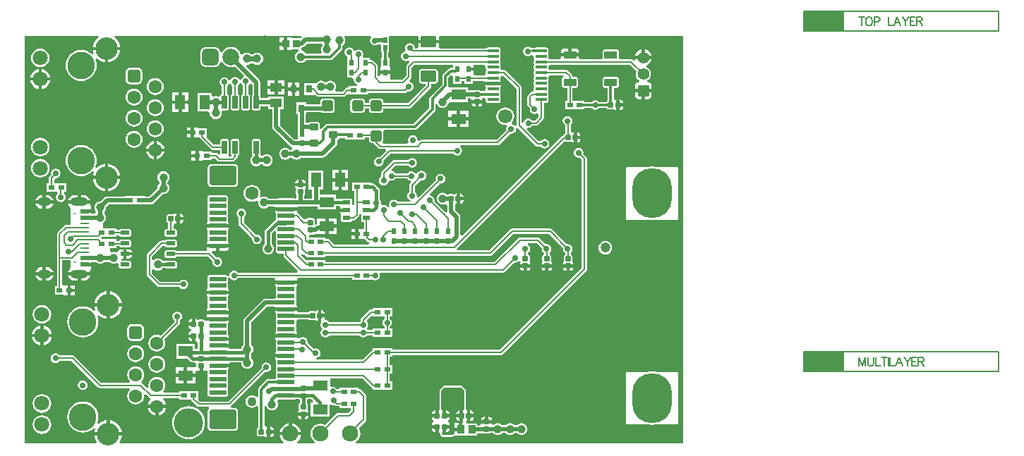
<source format=gtl>
G04*
G04 #@! TF.GenerationSoftware,Altium Limited,Altium Designer,20.0.2 (26)*
G04*
G04 Layer_Physical_Order=1*
G04 Layer_Color=255*
%FSLAX44Y44*%
%MOMM*%
G71*
G01*
G75*
%ADD10C,0.2000*%
%ADD13C,0.1270*%
%ADD14R,4.8260X2.4130*%
%ADD15R,0.7500X0.6000*%
%ADD16R,1.8000X1.3000*%
G04:AMPARAMS|DCode=17|XSize=0.64mm|YSize=0.6mm|CornerRadius=0.045mm|HoleSize=0mm|Usage=FLASHONLY|Rotation=0.000|XOffset=0mm|YOffset=0mm|HoleType=Round|Shape=RoundedRectangle|*
%AMROUNDEDRECTD17*
21,1,0.6400,0.5100,0,0,0.0*
21,1,0.5500,0.6000,0,0,0.0*
1,1,0.0900,0.2750,-0.2550*
1,1,0.0900,-0.2750,-0.2550*
1,1,0.0900,-0.2750,0.2550*
1,1,0.0900,0.2750,0.2550*
%
%ADD17ROUNDEDRECTD17*%
G04:AMPARAMS|DCode=18|XSize=0.4mm|YSize=1.35mm|CornerRadius=0.04mm|HoleSize=0mm|Usage=FLASHONLY|Rotation=270.000|XOffset=0mm|YOffset=0mm|HoleType=Round|Shape=RoundedRectangle|*
%AMROUNDEDRECTD18*
21,1,0.4000,1.2700,0,0,270.0*
21,1,0.3200,1.3500,0,0,270.0*
1,1,0.0800,-0.6350,-0.1600*
1,1,0.0800,-0.6350,0.1600*
1,1,0.0800,0.6350,0.1600*
1,1,0.0800,0.6350,-0.1600*
%
%ADD18ROUNDEDRECTD18*%
G04:AMPARAMS|DCode=19|XSize=1.5mm|YSize=0.9mm|CornerRadius=0.0675mm|HoleSize=0mm|Usage=FLASHONLY|Rotation=180.000|XOffset=0mm|YOffset=0mm|HoleType=Round|Shape=RoundedRectangle|*
%AMROUNDEDRECTD19*
21,1,1.5000,0.7650,0,0,180.0*
21,1,1.3650,0.9000,0,0,180.0*
1,1,0.1350,-0.6825,0.3825*
1,1,0.1350,0.6825,0.3825*
1,1,0.1350,0.6825,-0.3825*
1,1,0.1350,-0.6825,-0.3825*
%
%ADD19ROUNDEDRECTD19*%
G04:AMPARAMS|DCode=20|XSize=0.64mm|YSize=0.6mm|CornerRadius=0.045mm|HoleSize=0mm|Usage=FLASHONLY|Rotation=270.000|XOffset=0mm|YOffset=0mm|HoleType=Round|Shape=RoundedRectangle|*
%AMROUNDEDRECTD20*
21,1,0.6400,0.5100,0,0,270.0*
21,1,0.5500,0.6000,0,0,270.0*
1,1,0.0900,-0.2550,-0.2750*
1,1,0.0900,-0.2550,0.2750*
1,1,0.0900,0.2550,0.2750*
1,1,0.0900,0.2550,-0.2750*
%
%ADD20ROUNDEDRECTD20*%
%ADD21R,0.6000X0.7500*%
G04:AMPARAMS|DCode=22|XSize=1.3mm|YSize=1.3mm|CornerRadius=0.13mm|HoleSize=0mm|Usage=FLASHONLY|Rotation=270.000|XOffset=0mm|YOffset=0mm|HoleType=Round|Shape=RoundedRectangle|*
%AMROUNDEDRECTD22*
21,1,1.3000,1.0400,0,0,270.0*
21,1,1.0400,1.3000,0,0,270.0*
1,1,0.2600,-0.5200,-0.5200*
1,1,0.2600,-0.5200,0.5200*
1,1,0.2600,0.5200,0.5200*
1,1,0.2600,0.5200,-0.5200*
%
%ADD22ROUNDEDRECTD22*%
G04:AMPARAMS|DCode=23|XSize=1.3mm|YSize=1.3mm|CornerRadius=0.13mm|HoleSize=0mm|Usage=FLASHONLY|Rotation=180.000|XOffset=0mm|YOffset=0mm|HoleType=Round|Shape=RoundedRectangle|*
%AMROUNDEDRECTD23*
21,1,1.3000,1.0400,0,0,180.0*
21,1,1.0400,1.3000,0,0,180.0*
1,1,0.2600,-0.5200,0.5200*
1,1,0.2600,0.5200,0.5200*
1,1,0.2600,0.5200,-0.5200*
1,1,0.2600,-0.5200,-0.5200*
%
%ADD23ROUNDEDRECTD23*%
G04:AMPARAMS|DCode=24|XSize=0.8mm|YSize=0.95mm|CornerRadius=0.06mm|HoleSize=0mm|Usage=FLASHONLY|Rotation=90.000|XOffset=0mm|YOffset=0mm|HoleType=Round|Shape=RoundedRectangle|*
%AMROUNDEDRECTD24*
21,1,0.8000,0.8300,0,0,90.0*
21,1,0.6800,0.9500,0,0,90.0*
1,1,0.1200,0.4150,0.3400*
1,1,0.1200,0.4150,-0.3400*
1,1,0.1200,-0.4150,-0.3400*
1,1,0.1200,-0.4150,0.3400*
%
%ADD24ROUNDEDRECTD24*%
%ADD25R,0.8500X0.9500*%
%ADD26R,1.4000X1.1200*%
G04:AMPARAMS|DCode=27|XSize=0.7mm|YSize=0.5mm|CornerRadius=0.0375mm|HoleSize=0mm|Usage=FLASHONLY|Rotation=90.000|XOffset=0mm|YOffset=0mm|HoleType=Round|Shape=RoundedRectangle|*
%AMROUNDEDRECTD27*
21,1,0.7000,0.4250,0,0,90.0*
21,1,0.6250,0.5000,0,0,90.0*
1,1,0.0750,0.2125,0.3125*
1,1,0.0750,0.2125,-0.3125*
1,1,0.0750,-0.2125,-0.3125*
1,1,0.0750,-0.2125,0.3125*
%
%ADD27ROUNDEDRECTD27*%
G04:AMPARAMS|DCode=28|XSize=2mm|YSize=0.59mm|CornerRadius=0.0738mm|HoleSize=0mm|Usage=FLASHONLY|Rotation=0.000|XOffset=0mm|YOffset=0mm|HoleType=Round|Shape=RoundedRectangle|*
%AMROUNDEDRECTD28*
21,1,2.0000,0.4425,0,0,0.0*
21,1,1.8525,0.5900,0,0,0.0*
1,1,0.1475,0.9262,-0.2213*
1,1,0.1475,-0.9262,-0.2213*
1,1,0.1475,-0.9262,0.2213*
1,1,0.1475,0.9262,0.2213*
%
%ADD28ROUNDEDRECTD28*%
G04:AMPARAMS|DCode=29|XSize=3.2mm|YSize=2.3mm|CornerRadius=0.23mm|HoleSize=0mm|Usage=FLASHONLY|Rotation=0.000|XOffset=0mm|YOffset=0mm|HoleType=Round|Shape=RoundedRectangle|*
%AMROUNDEDRECTD29*
21,1,3.2000,1.8400,0,0,0.0*
21,1,2.7400,2.3000,0,0,0.0*
1,1,0.4600,1.3700,-0.9200*
1,1,0.4600,-1.3700,-0.9200*
1,1,0.4600,-1.3700,0.9200*
1,1,0.4600,1.3700,0.9200*
%
%ADD29ROUNDEDRECTD29*%
G04:AMPARAMS|DCode=30|XSize=3.2mm|YSize=2.3mm|CornerRadius=0.1725mm|HoleSize=0mm|Usage=FLASHONLY|Rotation=0.000|XOffset=0mm|YOffset=0mm|HoleType=Round|Shape=RoundedRectangle|*
%AMROUNDEDRECTD30*
21,1,3.2000,1.9550,0,0,0.0*
21,1,2.8550,2.3000,0,0,0.0*
1,1,0.3450,1.4275,-0.9775*
1,1,0.3450,-1.4275,-0.9775*
1,1,0.3450,-1.4275,0.9775*
1,1,0.3450,1.4275,0.9775*
%
%ADD30ROUNDEDRECTD30*%
G04:AMPARAMS|DCode=31|XSize=1.8mm|YSize=1.35mm|CornerRadius=0.1013mm|HoleSize=0mm|Usage=FLASHONLY|Rotation=0.000|XOffset=0mm|YOffset=0mm|HoleType=Round|Shape=RoundedRectangle|*
%AMROUNDEDRECTD31*
21,1,1.8000,1.1475,0,0,0.0*
21,1,1.5975,1.3500,0,0,0.0*
1,1,0.2025,0.7988,-0.5738*
1,1,0.2025,-0.7988,-0.5738*
1,1,0.2025,-0.7988,0.5738*
1,1,0.2025,0.7988,0.5738*
%
%ADD31ROUNDEDRECTD31*%
%ADD32R,0.9000X1.0000*%
G04:AMPARAMS|DCode=33|XSize=0.9mm|YSize=0.5mm|CornerRadius=0.05mm|HoleSize=0mm|Usage=FLASHONLY|Rotation=180.000|XOffset=0mm|YOffset=0mm|HoleType=Round|Shape=RoundedRectangle|*
%AMROUNDEDRECTD33*
21,1,0.9000,0.4000,0,0,180.0*
21,1,0.8000,0.5000,0,0,180.0*
1,1,0.1000,-0.4000,0.2000*
1,1,0.1000,0.4000,0.2000*
1,1,0.1000,0.4000,-0.2000*
1,1,0.1000,-0.4000,-0.2000*
%
%ADD33ROUNDEDRECTD33*%
%ADD34R,0.8000X0.9500*%
G04:AMPARAMS|DCode=35|XSize=2.5mm|YSize=3.4mm|CornerRadius=0.125mm|HoleSize=0mm|Usage=FLASHONLY|Rotation=90.000|XOffset=0mm|YOffset=0mm|HoleType=Round|Shape=RoundedRectangle|*
%AMROUNDEDRECTD35*
21,1,2.5000,3.1500,0,0,90.0*
21,1,2.2500,3.4000,0,0,90.0*
1,1,0.2500,1.5750,1.1250*
1,1,0.2500,1.5750,-1.1250*
1,1,0.2500,-1.5750,-1.1250*
1,1,0.2500,-1.5750,1.1250*
%
%ADD35ROUNDEDRECTD35*%
G04:AMPARAMS|DCode=36|XSize=1.55mm|YSize=0.6mm|CornerRadius=0.03mm|HoleSize=0mm|Usage=FLASHONLY|Rotation=90.000|XOffset=0mm|YOffset=0mm|HoleType=Round|Shape=RoundedRectangle|*
%AMROUNDEDRECTD36*
21,1,1.5500,0.5400,0,0,90.0*
21,1,1.4900,0.6000,0,0,90.0*
1,1,0.0600,0.2700,0.7450*
1,1,0.0600,0.2700,-0.7450*
1,1,0.0600,-0.2700,-0.7450*
1,1,0.0600,-0.2700,0.7450*
%
%ADD36ROUNDEDRECTD36*%
%ADD37R,1.3000X1.8000*%
G04:AMPARAMS|DCode=38|XSize=1.1mm|YSize=0.5mm|CornerRadius=0.0625mm|HoleSize=0mm|Usage=FLASHONLY|Rotation=0.000|XOffset=0mm|YOffset=0mm|HoleType=Round|Shape=RoundedRectangle|*
%AMROUNDEDRECTD38*
21,1,1.1000,0.3750,0,0,0.0*
21,1,0.9750,0.5000,0,0,0.0*
1,1,0.1250,0.4875,-0.1875*
1,1,0.1250,-0.4875,-0.1875*
1,1,0.1250,-0.4875,0.1875*
1,1,0.1250,0.4875,0.1875*
%
%ADD38ROUNDEDRECTD38*%
%ADD39R,1.0000X0.5900*%
%ADD40R,1.0000X0.2900*%
%ADD75C,2.0000*%
G04:AMPARAMS|DCode=76|XSize=2mm|YSize=2mm|CornerRadius=0.5mm|HoleSize=0mm|Usage=FLASHONLY|Rotation=180.000|XOffset=0mm|YOffset=0mm|HoleType=Round|Shape=RoundedRectangle|*
%AMROUNDEDRECTD76*
21,1,2.0000,1.0000,0,0,180.0*
21,1,1.0000,2.0000,0,0,180.0*
1,1,1.0000,-0.5000,0.5000*
1,1,1.0000,0.5000,0.5000*
1,1,1.0000,0.5000,-0.5000*
1,1,1.0000,-0.5000,-0.5000*
%
%ADD76ROUNDEDRECTD76*%
%ADD85C,0.4000*%
%ADD86C,0.5000*%
%ADD87C,0.2100*%
%ADD88C,0.2210*%
%ADD89C,0.3000*%
%ADD90C,0.6000*%
%ADD91C,0.5500*%
%ADD92C,0.4500*%
%ADD93C,1.4000*%
G04:AMPARAMS|DCode=94|XSize=1.4mm|YSize=1.4mm|CornerRadius=0.14mm|HoleSize=0mm|Usage=FLASHONLY|Rotation=90.000|XOffset=0mm|YOffset=0mm|HoleType=Round|Shape=RoundedRectangle|*
%AMROUNDEDRECTD94*
21,1,1.4000,1.1200,0,0,90.0*
21,1,1.1200,1.4000,0,0,90.0*
1,1,0.2800,0.5600,0.5600*
1,1,0.2800,0.5600,-0.5600*
1,1,0.2800,-0.5600,-0.5600*
1,1,0.2800,-0.5600,0.5600*
%
%ADD94ROUNDEDRECTD94*%
%ADD95C,1.2000*%
%ADD96C,1.7000*%
%ADD97C,3.5000*%
%ADD98O,4.8000X6.0000*%
%ADD99C,1.6000*%
%ADD100C,1.1000*%
%ADD101O,1.9500X1.9000*%
%ADD102C,0.2500*%
%ADD103O,2.1000X1.0000*%
%ADD104O,1.6000X1.0000*%
%ADD105C,3.3000*%
%ADD106C,2.7000*%
%ADD107C,1.8000*%
G04:AMPARAMS|DCode=108|XSize=1.6mm|YSize=1.6mm|CornerRadius=0.4mm|HoleSize=0mm|Usage=FLASHONLY|Rotation=90.000|XOffset=0mm|YOffset=0mm|HoleType=Round|Shape=RoundedRectangle|*
%AMROUNDEDRECTD108*
21,1,1.6000,0.8000,0,0,90.0*
21,1,0.8000,1.6000,0,0,90.0*
1,1,0.8000,0.4000,0.4000*
1,1,0.8000,0.4000,-0.4000*
1,1,0.8000,-0.4000,-0.4000*
1,1,0.8000,-0.4000,0.4000*
%
%ADD108ROUNDEDRECTD108*%
%ADD109C,0.7200*%
%ADD110C,1.0000*%
G36*
X1795000Y1005000D02*
X1403118D01*
X1402805Y1005615D01*
X1402560Y1007100D01*
X1404615Y1008677D01*
X1406474Y1011100D01*
X1407643Y1013922D01*
X1408041Y1016950D01*
X1407643Y1019978D01*
X1406474Y1022800D01*
X1406000Y1023417D01*
X1414271Y1031688D01*
X1414967Y1032730D01*
X1415212Y1033959D01*
Y1062000D01*
X1414967Y1063229D01*
X1414271Y1064271D01*
X1409021Y1069521D01*
X1407979Y1070217D01*
X1406750Y1070462D01*
X1405850D01*
Y1072350D01*
X1382650D01*
Y1070462D01*
X1379897D01*
X1379128Y1071613D01*
X1377242Y1072873D01*
X1375018Y1073315D01*
X1373850Y1073083D01*
X1371750Y1074508D01*
Y1083288D01*
X1410620D01*
X1421679Y1072229D01*
X1422721Y1071533D01*
X1422900Y1071497D01*
Y1069400D01*
X1446100D01*
Y1079600D01*
X1443462D01*
Y1089400D01*
X1446100D01*
Y1099600D01*
X1443462D01*
Y1109400D01*
X1446100D01*
Y1111288D01*
X1576750D01*
X1577979Y1111533D01*
X1579021Y1112229D01*
X1679271Y1212479D01*
X1679967Y1213521D01*
X1680212Y1214750D01*
Y1347000D01*
X1679967Y1348229D01*
X1679271Y1349271D01*
X1675351Y1353191D01*
X1675562Y1354250D01*
X1675119Y1356474D01*
X1673860Y1358360D01*
X1671974Y1359619D01*
X1669750Y1360062D01*
X1667526Y1359619D01*
X1665641Y1358360D01*
X1664381Y1356474D01*
X1663938Y1354250D01*
X1664381Y1352026D01*
X1665641Y1350141D01*
X1667526Y1348881D01*
X1669750Y1348438D01*
X1670809Y1348649D01*
X1673788Y1345670D01*
Y1216080D01*
X1575420Y1117712D01*
X1446100D01*
Y1119600D01*
X1422900D01*
Y1117503D01*
X1422721Y1117467D01*
X1421679Y1116771D01*
X1410620Y1105712D01*
X1355327D01*
X1355120Y1107812D01*
X1356724Y1108131D01*
X1358609Y1109390D01*
X1359869Y1111276D01*
X1360312Y1113500D01*
X1359869Y1115724D01*
X1358609Y1117609D01*
X1356724Y1118869D01*
X1354500Y1119312D01*
X1352276Y1118869D01*
X1352004Y1118688D01*
X1344601Y1126091D01*
X1344812Y1127150D01*
X1344369Y1129374D01*
X1343109Y1131260D01*
X1341224Y1132519D01*
X1339000Y1132962D01*
X1336776Y1132519D01*
X1334890Y1131260D01*
X1334877Y1131239D01*
X1333931Y1131241D01*
X1332073Y1132288D01*
Y1132500D01*
X1305927D01*
Y1132288D01*
X1306217Y1130829D01*
X1307025Y1129620D01*
X1306844Y1128712D01*
Y1124287D01*
X1307065Y1123180D01*
X1307519Y1122500D01*
X1307065Y1121820D01*
X1306844Y1120713D01*
Y1116288D01*
X1307025Y1115380D01*
X1306217Y1114171D01*
X1305927Y1112712D01*
Y1112500D01*
X1319000D01*
Y1108500D01*
X1305927D01*
Y1108288D01*
X1306217Y1106829D01*
X1307025Y1105620D01*
X1306844Y1104713D01*
Y1100287D01*
X1307065Y1099180D01*
X1307519Y1098500D01*
X1307065Y1097820D01*
X1306844Y1096712D01*
Y1092288D01*
X1307065Y1091180D01*
X1307519Y1090500D01*
X1307065Y1089820D01*
X1306844Y1088712D01*
Y1084287D01*
X1306848Y1084271D01*
X1305482Y1082281D01*
X1305287Y1082171D01*
X1297900D01*
X1296495Y1081891D01*
X1295305Y1081096D01*
X1286705Y1072495D01*
X1285909Y1071305D01*
X1285629Y1069900D01*
Y1061491D01*
X1283530Y1060778D01*
X1283420Y1060920D01*
X1281833Y1062139D01*
X1279984Y1062904D01*
X1278000Y1063166D01*
X1276016Y1062904D01*
X1274167Y1062139D01*
X1272580Y1060920D01*
X1271361Y1059333D01*
X1270596Y1057484D01*
X1270334Y1055500D01*
X1270596Y1053516D01*
X1271361Y1051667D01*
X1272580Y1050080D01*
X1274167Y1048861D01*
X1276016Y1048096D01*
X1278000Y1047834D01*
X1279984Y1048096D01*
X1281833Y1048861D01*
X1283420Y1050080D01*
X1283530Y1050222D01*
X1285629Y1049509D01*
Y1024068D01*
X1284912Y1023588D01*
X1284348Y1022745D01*
X1284150Y1021750D01*
Y1016250D01*
X1284348Y1015255D01*
X1284912Y1014412D01*
X1285755Y1013848D01*
X1286750Y1013650D01*
X1291850D01*
X1292845Y1013848D01*
X1292956Y1013922D01*
X1293063Y1013763D01*
X1294204Y1013000D01*
X1295550Y1012732D01*
X1296100D01*
Y1019000D01*
Y1025268D01*
X1295550D01*
X1295071Y1025172D01*
X1293229Y1026344D01*
X1292970Y1026701D01*
Y1050102D01*
X1295070Y1050239D01*
X1295083Y1050146D01*
X1295798Y1048419D01*
X1296936Y1046936D01*
X1298419Y1045798D01*
X1300146Y1045083D01*
X1302000Y1044839D01*
X1303853Y1045083D01*
X1305581Y1045798D01*
X1307064Y1046936D01*
X1308202Y1048419D01*
X1308917Y1050146D01*
X1309161Y1052000D01*
X1308917Y1053854D01*
X1308202Y1055581D01*
X1309406Y1057460D01*
X1309738Y1057394D01*
X1328262D01*
X1329370Y1057615D01*
X1330308Y1058242D01*
X1330360Y1058320D01*
X1334505D01*
X1334912Y1057711D01*
X1335320Y1057439D01*
Y1053561D01*
X1334912Y1053288D01*
X1334348Y1052445D01*
X1334150Y1051450D01*
Y1046350D01*
X1334348Y1045355D01*
X1334422Y1045244D01*
X1334263Y1045137D01*
X1333500Y1043996D01*
X1333232Y1042650D01*
Y1042100D01*
X1339500D01*
X1345768D01*
Y1042650D01*
X1345500Y1043996D01*
X1344737Y1045137D01*
X1344578Y1045244D01*
X1344652Y1045355D01*
X1344850Y1046350D01*
Y1051450D01*
X1344652Y1052445D01*
X1344088Y1053288D01*
X1343680Y1053561D01*
Y1057439D01*
X1344088Y1057711D01*
X1344495Y1058320D01*
X1349268D01*
X1351298Y1056290D01*
X1350494Y1054350D01*
X1348650D01*
Y1037150D01*
X1370850D01*
Y1051087D01*
X1371106Y1051303D01*
X1372950Y1052017D01*
X1374276Y1051131D01*
X1376500Y1050688D01*
X1377559Y1050899D01*
X1377729Y1050729D01*
X1378771Y1050033D01*
X1380000Y1049788D01*
X1382650D01*
Y1047900D01*
X1396788D01*
Y1044830D01*
X1393420Y1041462D01*
X1381250D01*
X1380021Y1041217D01*
X1378979Y1040521D01*
X1365740Y1027282D01*
X1363278Y1028301D01*
X1360250Y1028700D01*
X1359750D01*
X1356722Y1028301D01*
X1353900Y1027133D01*
X1351477Y1025273D01*
X1349617Y1022850D01*
X1348449Y1020028D01*
X1348050Y1017000D01*
X1348449Y1013972D01*
X1349617Y1011150D01*
X1351477Y1008727D01*
X1353597Y1007100D01*
X1353476Y1005964D01*
X1353024Y1005000D01*
X1332594D01*
X1331882Y1007100D01*
X1333165Y1008085D01*
X1335169Y1010696D01*
X1336428Y1013737D01*
X1336595Y1015000D01*
X1311405D01*
X1311572Y1013737D01*
X1312831Y1010696D01*
X1314835Y1008085D01*
X1316118Y1007100D01*
X1315406Y1005000D01*
X1119872D01*
X1118974Y1006898D01*
X1119336Y1007339D01*
X1120868Y1010205D01*
X1121811Y1013315D01*
X1121933Y1014550D01*
X1105550D01*
X1089167D01*
X1089289Y1013315D01*
X1090232Y1010205D01*
X1091764Y1007339D01*
X1092126Y1006898D01*
X1091228Y1005000D01*
X1005000D01*
Y1495000D01*
X1093277D01*
X1093582Y1494493D01*
X1093930Y1492900D01*
X1091826Y1491174D01*
X1089764Y1488661D01*
X1088232Y1485795D01*
X1087289Y1482685D01*
X1087167Y1481450D01*
X1103550D01*
X1119933D01*
X1119811Y1482685D01*
X1118868Y1485795D01*
X1117336Y1488661D01*
X1115274Y1491174D01*
X1113170Y1492900D01*
X1113518Y1494493D01*
X1113823Y1495000D01*
X1336826D01*
X1337756Y1492913D01*
X1336875Y1491850D01*
X1325500D01*
Y1492750D01*
X1320250D01*
Y1485000D01*
Y1477250D01*
X1325500D01*
Y1478150D01*
X1333592D01*
X1334010Y1476050D01*
X1333169Y1475702D01*
X1331686Y1474564D01*
X1330548Y1473081D01*
X1329833Y1471353D01*
X1329589Y1469500D01*
X1329833Y1467646D01*
X1330548Y1465919D01*
X1331686Y1464436D01*
X1333169Y1463298D01*
X1334897Y1462583D01*
X1336750Y1462339D01*
X1338604Y1462583D01*
X1340331Y1463298D01*
X1341814Y1464436D01*
X1342883Y1465829D01*
X1372250D01*
X1373655Y1466109D01*
X1374845Y1466905D01*
X1385596Y1477655D01*
X1386391Y1478845D01*
X1386671Y1480250D01*
Y1483117D01*
X1388064Y1484186D01*
X1389202Y1485669D01*
X1389917Y1487397D01*
X1390161Y1489250D01*
X1389917Y1491104D01*
X1389202Y1492831D01*
X1389149Y1492900D01*
X1390184Y1495000D01*
X1420440D01*
X1421010Y1493866D01*
X1421251Y1492900D01*
X1420131Y1491224D01*
X1419688Y1489000D01*
X1420131Y1486776D01*
X1421391Y1484891D01*
X1423276Y1483631D01*
X1425500Y1483188D01*
X1427724Y1483631D01*
X1429264Y1484660D01*
X1431240D01*
X1433102Y1483275D01*
Y1477025D01*
X1433294Y1476059D01*
X1433841Y1475241D01*
X1434079Y1475081D01*
Y1468100D01*
X1432650D01*
Y1457500D01*
X1431750D01*
Y1452750D01*
X1443750D01*
Y1457500D01*
X1442850D01*
Y1468100D01*
X1441420D01*
Y1475081D01*
X1441659Y1475241D01*
X1442206Y1476059D01*
X1442399Y1477025D01*
Y1483275D01*
X1442206Y1484241D01*
X1441866Y1484750D01*
X1442206Y1485259D01*
X1442399Y1486225D01*
Y1489141D01*
X1442440Y1489350D01*
X1442399Y1489559D01*
Y1492475D01*
X1442314Y1492900D01*
X1443218Y1494504D01*
X1443690Y1495000D01*
X1476680D01*
X1477921Y1493488D01*
Y1489750D01*
X1502079D01*
Y1493488D01*
X1503320Y1495000D01*
X1795000D01*
Y1005000D01*
D02*
G37*
G36*
X1362593Y1483546D02*
X1362428Y1482877D01*
X1361816Y1482081D01*
X1361101Y1480354D01*
X1360857Y1478500D01*
X1361101Y1476647D01*
X1361671Y1475271D01*
X1361188Y1474078D01*
X1360511Y1473170D01*
X1342883D01*
X1341814Y1474564D01*
X1340331Y1475702D01*
X1338604Y1476417D01*
X1338515Y1476429D01*
X1337600Y1478150D01*
Y1480379D01*
X1339045Y1480667D01*
X1340566Y1481684D01*
X1344193Y1485310D01*
X1361469D01*
X1362593Y1483546D01*
D02*
G37*
%LPC*%
G36*
X1316250Y1492750D02*
X1311000D01*
Y1487000D01*
X1316250D01*
Y1492750D01*
D02*
G37*
G36*
Y1483000D02*
X1311000D01*
Y1477250D01*
X1316250D01*
Y1483000D01*
D02*
G37*
G36*
X1666325Y1479572D02*
X1661500D01*
Y1474000D01*
X1670072D01*
Y1475825D01*
X1669787Y1477259D01*
X1668974Y1478474D01*
X1667759Y1479287D01*
X1666325Y1479572D01*
D02*
G37*
G36*
X1657500D02*
X1652675D01*
X1651241Y1479287D01*
X1650025Y1478474D01*
X1649213Y1477259D01*
X1648928Y1475825D01*
Y1474000D01*
X1657500D01*
Y1479572D01*
D02*
G37*
G36*
X1749500Y1478573D02*
Y1470750D01*
X1757323D01*
X1757243Y1471360D01*
X1756235Y1473793D01*
X1754632Y1475882D01*
X1752543Y1477485D01*
X1750110Y1478493D01*
X1749500Y1478573D01*
D02*
G37*
G36*
X1745500Y1478573D02*
X1744890Y1478493D01*
X1742457Y1477485D01*
X1740368Y1475882D01*
X1738765Y1473793D01*
X1737757Y1471360D01*
X1737677Y1470750D01*
X1745500D01*
Y1478573D01*
D02*
G37*
G36*
X1073050Y1477840D02*
X1069404Y1477481D01*
X1065898Y1476417D01*
X1062666Y1474690D01*
X1059834Y1472366D01*
X1057510Y1469534D01*
X1055783Y1466302D01*
X1054719Y1462796D01*
X1054360Y1459150D01*
X1054719Y1455504D01*
X1055783Y1451998D01*
X1057510Y1448766D01*
X1059834Y1445934D01*
X1062666Y1443610D01*
X1065898Y1441883D01*
X1069404Y1440819D01*
X1073050Y1440460D01*
X1076696Y1440819D01*
X1080202Y1441883D01*
X1083434Y1443610D01*
X1086266Y1445934D01*
X1088590Y1448766D01*
X1090317Y1451998D01*
X1091381Y1455504D01*
X1091740Y1459150D01*
X1091381Y1462796D01*
X1090317Y1466302D01*
X1090294Y1466345D01*
X1091826Y1467726D01*
X1094339Y1465664D01*
X1097205Y1464132D01*
X1100315Y1463189D01*
X1101550Y1463067D01*
Y1477450D01*
X1087167D01*
X1087289Y1476216D01*
X1088232Y1473105D01*
X1086368Y1472242D01*
X1086266Y1472366D01*
X1083434Y1474690D01*
X1080202Y1476417D01*
X1076696Y1477481D01*
X1073050Y1477840D01*
D02*
G37*
G36*
X1119933Y1477450D02*
X1105550D01*
Y1463067D01*
X1106785Y1463189D01*
X1109895Y1464132D01*
X1112761Y1465664D01*
X1115274Y1467726D01*
X1117336Y1470239D01*
X1118868Y1473105D01*
X1119811Y1476216D01*
X1119933Y1477450D01*
D02*
G37*
G36*
X1024050Y1479446D02*
X1021152Y1479064D01*
X1018452Y1477946D01*
X1016133Y1476167D01*
X1014354Y1473848D01*
X1013236Y1471148D01*
X1012854Y1468250D01*
X1013236Y1465352D01*
X1014354Y1462652D01*
X1016133Y1460333D01*
X1018452Y1458554D01*
X1021152Y1457436D01*
X1024050Y1457054D01*
X1026948Y1457436D01*
X1029648Y1458554D01*
X1031967Y1460333D01*
X1033746Y1462652D01*
X1034864Y1465352D01*
X1035246Y1468250D01*
X1034864Y1471148D01*
X1033746Y1473848D01*
X1031967Y1476167D01*
X1029648Y1477946D01*
X1026948Y1479064D01*
X1024050Y1479446D01*
D02*
G37*
G36*
X1026050Y1454690D02*
Y1444850D01*
X1035890D01*
X1035741Y1445983D01*
X1034532Y1448902D01*
X1032608Y1451409D01*
X1030102Y1453332D01*
X1027183Y1454541D01*
X1026050Y1454690D01*
D02*
G37*
G36*
X1022050D02*
X1020917Y1454541D01*
X1017998Y1453332D01*
X1015491Y1451409D01*
X1013568Y1448902D01*
X1012359Y1445983D01*
X1012210Y1444850D01*
X1022050D01*
Y1454690D01*
D02*
G37*
G36*
X1467500Y1486062D02*
X1465276Y1485619D01*
X1463391Y1484359D01*
X1462131Y1482474D01*
X1461688Y1480250D01*
X1462131Y1478026D01*
X1462247Y1477853D01*
X1461280Y1475519D01*
X1460526Y1475369D01*
X1458641Y1474109D01*
X1457381Y1472224D01*
X1456938Y1470000D01*
X1457381Y1467776D01*
X1458641Y1465891D01*
X1460526Y1464631D01*
X1462750Y1464188D01*
X1464974Y1464631D01*
X1466089Y1465376D01*
X1466321Y1465333D01*
X1467027Y1463069D01*
X1463979Y1460021D01*
X1463283Y1458979D01*
X1463038Y1457750D01*
Y1446830D01*
X1458170Y1441962D01*
X1443899D01*
X1443750Y1444000D01*
X1443750Y1444062D01*
Y1448750D01*
X1431750D01*
Y1447499D01*
X1429650Y1446401D01*
X1428962Y1446880D01*
Y1458250D01*
X1428717Y1459479D01*
X1428021Y1460521D01*
X1424021Y1464521D01*
X1422979Y1465217D01*
X1421750Y1465462D01*
X1419100D01*
Y1468100D01*
X1412191D01*
X1411069Y1470200D01*
X1411119Y1470276D01*
X1411562Y1472500D01*
X1411119Y1474724D01*
X1409859Y1476609D01*
X1407974Y1477869D01*
X1405750Y1478312D01*
X1403526Y1477869D01*
X1402537Y1477209D01*
X1400797Y1477240D01*
X1399992Y1477841D01*
X1399129Y1479133D01*
X1397243Y1480392D01*
X1395019Y1480835D01*
X1392795Y1480392D01*
X1390910Y1479133D01*
X1389650Y1477247D01*
X1389208Y1475023D01*
X1389650Y1472799D01*
X1390910Y1470914D01*
X1391978Y1470200D01*
X1391900Y1468100D01*
X1391900D01*
Y1456400D01*
Y1444900D01*
X1398499D01*
X1400098Y1442800D01*
X1399938Y1442000D01*
X1400381Y1439776D01*
X1401640Y1437890D01*
X1403526Y1436631D01*
X1404435Y1436450D01*
X1404228Y1434350D01*
X1394400D01*
Y1432462D01*
X1392250D01*
X1391021Y1432217D01*
X1389979Y1431521D01*
X1386420Y1427962D01*
X1378905D01*
X1377869Y1430062D01*
X1377952Y1430169D01*
X1378667Y1431897D01*
X1378911Y1433750D01*
X1378667Y1435603D01*
X1377952Y1437331D01*
X1376814Y1438814D01*
X1375331Y1439952D01*
X1373604Y1440667D01*
X1371750Y1440911D01*
X1369897Y1440667D01*
X1368169Y1439952D01*
X1367961Y1439792D01*
X1366064Y1438814D01*
X1364581Y1439952D01*
X1362854Y1440667D01*
X1361000Y1440911D01*
X1359147Y1440667D01*
X1357419Y1439952D01*
X1355936Y1438814D01*
X1355132Y1437765D01*
X1353100Y1437600D01*
Y1437600D01*
X1340900D01*
Y1423900D01*
X1353100D01*
Y1423900D01*
X1353777Y1424181D01*
X1355479Y1422479D01*
X1356521Y1421783D01*
X1357750Y1421538D01*
X1387750D01*
X1388979Y1421783D01*
X1390021Y1422479D01*
X1392300Y1424758D01*
X1394400Y1424150D01*
Y1424150D01*
X1417600D01*
Y1426038D01*
X1461750D01*
X1462979Y1426283D01*
X1464021Y1426979D01*
X1465191Y1428149D01*
X1466250Y1427938D01*
X1468474Y1428381D01*
X1470359Y1429641D01*
X1471619Y1431526D01*
X1472062Y1433750D01*
X1471619Y1435974D01*
X1470359Y1437859D01*
X1468474Y1439119D01*
X1467563Y1439301D01*
X1466871Y1441579D01*
X1468521Y1443229D01*
X1469217Y1444271D01*
X1469462Y1445500D01*
Y1456420D01*
X1473330Y1460288D01*
X1518900D01*
Y1456171D01*
X1516529D01*
X1515125Y1455891D01*
X1513934Y1455095D01*
X1507405Y1448566D01*
X1506609Y1447375D01*
X1506329Y1445971D01*
Y1436520D01*
X1491905Y1422095D01*
X1491109Y1420905D01*
X1490829Y1419500D01*
Y1408020D01*
X1471730Y1388920D01*
X1369000D01*
X1367595Y1388641D01*
X1366405Y1387845D01*
X1361753Y1383194D01*
X1359653Y1384064D01*
Y1388650D01*
X1359443Y1389704D01*
X1358847Y1390597D01*
X1357953Y1391193D01*
X1356900Y1391403D01*
X1348600D01*
X1347547Y1391193D01*
X1346653Y1390597D01*
X1346382Y1390190D01*
X1342440D01*
Y1400900D01*
X1343600D01*
Y1403060D01*
X1361157D01*
X1362223Y1402347D01*
X1363550Y1402083D01*
X1373950D01*
X1375277Y1402347D01*
X1376401Y1403099D01*
X1377153Y1404223D01*
X1377417Y1405550D01*
Y1415950D01*
X1377153Y1417277D01*
X1376401Y1418401D01*
X1375277Y1419153D01*
X1373950Y1419417D01*
X1363550D01*
X1362223Y1419153D01*
X1361099Y1418401D01*
X1360347Y1417277D01*
X1360083Y1415950D01*
Y1412440D01*
X1343600D01*
Y1414600D01*
X1331400D01*
Y1400900D01*
X1333060D01*
Y1385500D01*
Y1382850D01*
X1332650D01*
Y1370190D01*
X1328943D01*
X1311690Y1387443D01*
Y1406400D01*
X1316100D01*
Y1421800D01*
X1297900D01*
Y1419690D01*
X1288447D01*
Y1422450D01*
X1288261Y1423386D01*
X1287990Y1423792D01*
Y1438950D01*
X1287633Y1440745D01*
X1286616Y1442266D01*
X1270843Y1458040D01*
X1271675Y1459873D01*
X1271806Y1460046D01*
X1273604Y1460283D01*
X1275331Y1460998D01*
X1276636Y1462000D01*
X1279364D01*
X1280669Y1460998D01*
X1282397Y1460283D01*
X1284250Y1460039D01*
X1286104Y1460283D01*
X1287831Y1460998D01*
X1289314Y1462136D01*
X1290452Y1463619D01*
X1291167Y1465347D01*
X1291411Y1467200D01*
X1291167Y1469053D01*
X1290452Y1470781D01*
X1289314Y1472264D01*
X1287831Y1473402D01*
X1286104Y1474117D01*
X1284250Y1474361D01*
X1282397Y1474117D01*
X1280669Y1473402D01*
X1279364Y1472400D01*
X1276636D01*
X1275331Y1473402D01*
X1273604Y1474117D01*
X1271750Y1474361D01*
X1269896Y1474117D01*
X1268169Y1473402D01*
X1266904Y1472431D01*
X1266192Y1472423D01*
X1264565Y1472949D01*
X1263569Y1475352D01*
X1261630Y1477880D01*
X1259102Y1479819D01*
X1256159Y1481039D01*
X1253000Y1481454D01*
X1249841Y1481039D01*
X1246898Y1479819D01*
X1244370Y1477880D01*
X1242431Y1475352D01*
X1242206Y1474809D01*
X1240050Y1475093D01*
X1239917Y1476104D01*
X1239202Y1477831D01*
X1238064Y1479314D01*
X1236581Y1480452D01*
X1234854Y1481167D01*
X1233000Y1481411D01*
X1223000D01*
X1221146Y1481167D01*
X1219419Y1480452D01*
X1217936Y1479314D01*
X1216798Y1477831D01*
X1216083Y1476104D01*
X1215839Y1474250D01*
Y1464250D01*
X1216083Y1462397D01*
X1216798Y1460669D01*
X1217936Y1459186D01*
X1219419Y1458048D01*
X1221146Y1457333D01*
X1223000Y1457089D01*
X1233000D01*
X1234854Y1457333D01*
X1236581Y1458048D01*
X1238064Y1459186D01*
X1239202Y1460669D01*
X1239917Y1462397D01*
X1240050Y1463407D01*
X1242206Y1463691D01*
X1242431Y1463148D01*
X1244370Y1460620D01*
X1246898Y1458681D01*
X1249841Y1457461D01*
X1253000Y1457046D01*
X1256159Y1457461D01*
X1257571Y1458046D01*
X1268271Y1447346D01*
X1267678Y1444970D01*
X1266391Y1444109D01*
X1265131Y1442224D01*
X1265128Y1442210D01*
X1264008Y1441939D01*
X1262943Y1441988D01*
X1261860Y1443609D01*
X1259974Y1444869D01*
X1257750Y1445312D01*
X1255526Y1444869D01*
X1253641Y1443609D01*
X1252442Y1441816D01*
X1251174Y1441607D01*
X1250231Y1441681D01*
X1249109Y1443360D01*
X1247224Y1444619D01*
X1245000Y1445062D01*
X1242776Y1444619D01*
X1240891Y1443360D01*
X1239631Y1441474D01*
X1239188Y1439250D01*
X1239631Y1437026D01*
X1240891Y1435141D01*
X1241788Y1434541D01*
Y1424756D01*
X1241564Y1424711D01*
X1240770Y1424180D01*
X1240239Y1423386D01*
X1240053Y1422450D01*
X1238081Y1421452D01*
X1236354Y1422167D01*
X1234500Y1422411D01*
X1232646Y1422167D01*
X1231700Y1421775D01*
X1229600Y1422876D01*
Y1426100D01*
X1212400D01*
Y1403900D01*
X1225471D01*
X1227339Y1402000D01*
X1227583Y1400147D01*
X1228298Y1398419D01*
X1229436Y1396936D01*
X1230919Y1395798D01*
X1232646Y1395083D01*
X1234500Y1394839D01*
X1236354Y1395083D01*
X1238081Y1395798D01*
X1239564Y1396936D01*
X1240702Y1398419D01*
X1241417Y1400147D01*
X1241661Y1402000D01*
X1241509Y1403159D01*
X1241888Y1403904D01*
X1242547Y1404658D01*
X1243173Y1405103D01*
X1247900D01*
X1248836Y1405289D01*
X1249630Y1405820D01*
X1250161Y1406614D01*
X1250347Y1407550D01*
Y1422450D01*
X1250161Y1423386D01*
X1249630Y1424180D01*
X1248836Y1424711D01*
X1248212Y1424835D01*
Y1434541D01*
X1249109Y1435141D01*
X1250308Y1436934D01*
X1251576Y1437143D01*
X1252519Y1437069D01*
X1253641Y1435391D01*
X1254688Y1434691D01*
Y1424795D01*
X1254264Y1424711D01*
X1253470Y1424180D01*
X1252939Y1423386D01*
X1252753Y1422450D01*
Y1407550D01*
X1252939Y1406614D01*
X1253470Y1405820D01*
X1254264Y1405289D01*
X1255200Y1405103D01*
X1260600D01*
X1261536Y1405289D01*
X1262330Y1405820D01*
X1262861Y1406614D01*
X1263047Y1407550D01*
Y1422450D01*
X1262861Y1423386D01*
X1262330Y1424180D01*
X1261536Y1424711D01*
X1261112Y1424795D01*
Y1434891D01*
X1261860Y1435391D01*
X1263119Y1437276D01*
X1263122Y1437290D01*
X1264242Y1437561D01*
X1265307Y1437512D01*
X1266391Y1435891D01*
X1267388Y1435224D01*
Y1424795D01*
X1266964Y1424711D01*
X1266170Y1424180D01*
X1265639Y1423386D01*
X1265453Y1422450D01*
Y1407550D01*
X1265639Y1406614D01*
X1266170Y1405820D01*
X1266964Y1405289D01*
X1267900Y1405103D01*
X1273300D01*
X1274236Y1405289D01*
X1275030Y1405820D01*
X1275561Y1406614D01*
X1275747Y1407550D01*
Y1422450D01*
X1275561Y1423386D01*
X1275030Y1424180D01*
X1274236Y1424711D01*
X1273812Y1424795D01*
Y1435358D01*
X1274610Y1435891D01*
X1275027Y1436516D01*
X1277397Y1436921D01*
X1278610Y1435922D01*
Y1423792D01*
X1278339Y1423386D01*
X1278153Y1422450D01*
Y1407550D01*
X1278339Y1406614D01*
X1278870Y1405820D01*
X1279664Y1405289D01*
X1280600Y1405103D01*
X1286000D01*
X1286936Y1405289D01*
X1287730Y1405820D01*
X1288261Y1406614D01*
X1288447Y1407550D01*
Y1410310D01*
X1297900D01*
Y1406400D01*
X1302310D01*
Y1385500D01*
X1302667Y1383705D01*
X1303684Y1382184D01*
X1323684Y1362184D01*
X1325205Y1361167D01*
X1326004Y1361008D01*
X1326635Y1358947D01*
X1325358Y1357693D01*
X1323284Y1357777D01*
X1323064Y1358064D01*
X1321581Y1359202D01*
X1319854Y1359917D01*
X1318000Y1360161D01*
X1316147Y1359917D01*
X1314419Y1359202D01*
X1312936Y1358064D01*
X1311798Y1356581D01*
X1311083Y1354854D01*
X1310839Y1353000D01*
X1311083Y1351147D01*
X1311798Y1349419D01*
X1312936Y1347936D01*
X1314419Y1346798D01*
X1316147Y1346083D01*
X1318000Y1345839D01*
X1319854Y1346083D01*
X1321581Y1346798D01*
X1323064Y1347936D01*
X1323351Y1348310D01*
X1325900D01*
X1326186Y1347936D01*
X1327669Y1346798D01*
X1329397Y1346083D01*
X1331250Y1345839D01*
X1333103Y1346083D01*
X1334831Y1346798D01*
X1336314Y1347936D01*
X1336600Y1348310D01*
X1362500D01*
X1364295Y1348667D01*
X1365816Y1349684D01*
X1379066Y1362934D01*
X1380083Y1364455D01*
X1380440Y1366250D01*
Y1369705D01*
X1380954Y1369807D01*
X1381847Y1370403D01*
X1382443Y1371297D01*
X1382599Y1372079D01*
X1389900D01*
Y1370400D01*
X1413100D01*
Y1372288D01*
X1418333D01*
Y1369550D01*
X1418597Y1368223D01*
X1419349Y1367099D01*
X1420473Y1366347D01*
X1421800Y1366083D01*
X1423921D01*
X1424033Y1365521D01*
X1424729Y1364479D01*
X1429479Y1359729D01*
X1430521Y1359033D01*
X1431750Y1358788D01*
X1438253D01*
X1439056Y1356848D01*
X1431309Y1349101D01*
X1430250Y1349312D01*
X1428026Y1348869D01*
X1426140Y1347610D01*
X1424881Y1345724D01*
X1424438Y1343500D01*
X1424881Y1341276D01*
X1426140Y1339391D01*
X1428026Y1338131D01*
X1430250Y1337688D01*
X1432474Y1338131D01*
X1434359Y1339391D01*
X1435619Y1341276D01*
X1436062Y1343500D01*
X1435851Y1344559D01*
X1444830Y1353538D01*
X1519791D01*
X1520390Y1352641D01*
X1522276Y1351381D01*
X1524500Y1350938D01*
X1526724Y1351381D01*
X1528609Y1352641D01*
X1529869Y1354526D01*
X1530312Y1356750D01*
X1529869Y1358974D01*
X1528609Y1360860D01*
X1527743Y1361438D01*
X1528380Y1363538D01*
X1573000D01*
X1574229Y1363783D01*
X1575271Y1364479D01*
X1587941Y1377149D01*
X1589000Y1376938D01*
X1591224Y1377381D01*
X1593109Y1378640D01*
X1594369Y1380526D01*
X1594812Y1382750D01*
X1594685Y1383387D01*
X1596641Y1384317D01*
X1618229Y1362729D01*
X1619271Y1362033D01*
X1620500Y1361788D01*
X1624291D01*
X1624891Y1360891D01*
X1626776Y1359631D01*
X1629000Y1359188D01*
X1631224Y1359631D01*
X1633109Y1360891D01*
X1634369Y1362776D01*
X1634812Y1365000D01*
X1634369Y1367224D01*
X1633109Y1369109D01*
X1631224Y1370369D01*
X1629000Y1370812D01*
X1626776Y1370369D01*
X1624891Y1369109D01*
X1624291Y1368212D01*
X1621830D01*
X1607621Y1382421D01*
X1608656Y1384356D01*
X1609500Y1384188D01*
X1611724Y1384631D01*
X1613609Y1385891D01*
X1614209Y1386788D01*
X1619000D01*
X1620229Y1387033D01*
X1621271Y1387729D01*
X1627271Y1393729D01*
X1627967Y1394771D01*
X1628212Y1396000D01*
Y1413851D01*
X1631350D01*
X1632325Y1414045D01*
X1633152Y1414598D01*
X1633705Y1415425D01*
X1633899Y1416400D01*
Y1419600D01*
X1633705Y1420575D01*
X1633254Y1421250D01*
X1633705Y1421925D01*
X1633899Y1422900D01*
Y1426100D01*
X1633705Y1427076D01*
X1633254Y1427750D01*
X1633705Y1428425D01*
X1633899Y1429400D01*
Y1432600D01*
X1633705Y1433575D01*
X1633254Y1434250D01*
X1633705Y1434925D01*
X1633899Y1435900D01*
Y1439100D01*
X1633705Y1440076D01*
X1633254Y1440750D01*
X1633705Y1441425D01*
X1633899Y1442400D01*
Y1445600D01*
X1635562Y1447288D01*
X1650868D01*
X1650983Y1446995D01*
X1651217Y1445188D01*
X1650674Y1444826D01*
X1650061Y1443908D01*
X1649846Y1442825D01*
Y1435175D01*
X1650061Y1434092D01*
X1650674Y1433174D01*
X1651592Y1432561D01*
X1652675Y1432346D01*
X1656288D01*
Y1417100D01*
X1653900D01*
Y1406900D01*
X1677100D01*
Y1408080D01*
X1685572D01*
X1685865Y1407641D01*
X1687751Y1406381D01*
X1689975Y1405938D01*
X1692199Y1406381D01*
X1694084Y1407641D01*
X1694378Y1408080D01*
X1703483D01*
X1703498Y1408005D01*
X1704062Y1407162D01*
X1704905Y1406598D01*
X1705900Y1406400D01*
X1711000D01*
X1711995Y1406598D01*
X1712106Y1406672D01*
X1712213Y1406513D01*
X1713354Y1405750D01*
X1714700Y1405482D01*
X1715250D01*
Y1411750D01*
Y1418018D01*
X1714700D01*
X1714271Y1417932D01*
X1712406Y1419140D01*
X1712171Y1419485D01*
Y1432346D01*
X1715325D01*
X1716408Y1432561D01*
X1717326Y1433174D01*
X1717939Y1434092D01*
X1718154Y1435175D01*
Y1442825D01*
X1717939Y1443908D01*
X1717326Y1444826D01*
X1716408Y1445439D01*
X1715325Y1445654D01*
X1701675D01*
X1700592Y1445439D01*
X1699674Y1444826D01*
X1699061Y1443908D01*
X1698846Y1442825D01*
Y1435175D01*
X1699061Y1434092D01*
X1699674Y1433174D01*
X1700592Y1432561D01*
X1701675Y1432346D01*
X1704830D01*
Y1416852D01*
X1704062Y1416338D01*
X1703498Y1415495D01*
X1703483Y1415421D01*
X1694378D01*
X1694084Y1415860D01*
X1692199Y1417119D01*
X1689975Y1417562D01*
X1687751Y1417119D01*
X1685865Y1415860D01*
X1685572Y1415421D01*
X1677100D01*
Y1417100D01*
X1662712D01*
Y1432346D01*
X1666325D01*
X1667408Y1432561D01*
X1668326Y1433174D01*
X1668939Y1434092D01*
X1669154Y1435175D01*
Y1442825D01*
X1668939Y1443908D01*
X1668326Y1444826D01*
X1667408Y1445439D01*
X1666325Y1445654D01*
X1662712D01*
Y1446000D01*
X1662467Y1447229D01*
X1661771Y1448271D01*
X1657271Y1452771D01*
X1656229Y1453467D01*
X1655000Y1453712D01*
X1635562D01*
X1633899Y1455400D01*
Y1458600D01*
X1635562Y1460288D01*
X1731420D01*
X1739205Y1452503D01*
X1738634Y1451126D01*
X1738322Y1448750D01*
X1738634Y1446375D01*
X1739551Y1444161D01*
X1741010Y1442260D01*
X1742735Y1440936D01*
X1742736Y1440701D01*
X1741900Y1438836D01*
X1740183Y1438495D01*
X1738728Y1437522D01*
X1737755Y1436067D01*
X1737414Y1434350D01*
Y1430750D01*
X1747500D01*
X1757586D01*
Y1434350D01*
X1757245Y1436067D01*
X1756272Y1437522D01*
X1754817Y1438495D01*
X1753100Y1438836D01*
X1752264Y1440701D01*
X1752265Y1440936D01*
X1753990Y1442260D01*
X1755449Y1444161D01*
X1756366Y1446375D01*
X1756678Y1448750D01*
X1756366Y1451126D01*
X1755449Y1453339D01*
X1753990Y1455240D01*
X1752089Y1456699D01*
X1751057Y1457126D01*
Y1459400D01*
X1752543Y1460015D01*
X1754632Y1461618D01*
X1756235Y1463707D01*
X1757243Y1466140D01*
X1757323Y1466750D01*
X1747500D01*
X1737677D01*
X1737757Y1466140D01*
X1737853Y1465909D01*
X1736073Y1464720D01*
X1735021Y1465771D01*
X1733979Y1466467D01*
X1732750Y1466712D01*
X1720004D01*
X1718154Y1468175D01*
Y1475825D01*
X1717939Y1476908D01*
X1717326Y1477826D01*
X1716408Y1478439D01*
X1715325Y1478654D01*
X1701675D01*
X1700592Y1478439D01*
X1699674Y1477826D01*
X1699061Y1476908D01*
X1698846Y1475825D01*
Y1468175D01*
X1696996Y1466712D01*
X1671922D01*
X1670072Y1468175D01*
Y1470000D01*
X1659500D01*
X1648928D01*
Y1468175D01*
X1647078Y1466712D01*
X1635562D01*
X1633899Y1468400D01*
Y1471600D01*
X1633705Y1472575D01*
X1633254Y1473250D01*
X1633705Y1473925D01*
X1633899Y1474900D01*
Y1478100D01*
X1633705Y1479075D01*
X1633152Y1479902D01*
X1632325Y1480455D01*
X1631350Y1480649D01*
X1618650D01*
X1617675Y1480455D01*
X1617249Y1480170D01*
X1615250D01*
X1613845Y1479891D01*
X1613109Y1480110D01*
X1611224Y1481369D01*
X1609000Y1481812D01*
X1606776Y1481369D01*
X1604890Y1480110D01*
X1603631Y1478224D01*
X1603188Y1476000D01*
X1603631Y1473776D01*
X1604890Y1471891D01*
X1606776Y1470631D01*
X1609000Y1470188D01*
X1611224Y1470631D01*
X1613109Y1471891D01*
X1614129Y1471910D01*
X1616101Y1470014D01*
Y1468400D01*
X1616295Y1467425D01*
X1616746Y1466750D01*
X1616295Y1466075D01*
X1616101Y1465100D01*
Y1461900D01*
X1616295Y1460925D01*
X1616746Y1460250D01*
X1616295Y1459575D01*
X1616101Y1458600D01*
Y1455400D01*
X1616295Y1454425D01*
X1616746Y1453750D01*
X1616295Y1453076D01*
X1616101Y1452100D01*
Y1448900D01*
X1616295Y1447925D01*
X1616746Y1447250D01*
X1616295Y1446575D01*
X1616101Y1445600D01*
Y1442400D01*
X1616295Y1441425D01*
X1616746Y1440750D01*
X1616295Y1440076D01*
X1616101Y1439100D01*
Y1435900D01*
X1616295Y1434925D01*
X1616746Y1434250D01*
X1616295Y1433575D01*
X1616101Y1432600D01*
Y1429400D01*
X1615196Y1428269D01*
X1614477Y1427659D01*
X1614470Y1427656D01*
X1613521Y1427467D01*
X1612479Y1426771D01*
X1609479Y1423771D01*
X1608783Y1422729D01*
X1608538Y1421500D01*
Y1412050D01*
X1608783Y1410821D01*
X1609479Y1409779D01*
X1611445Y1407813D01*
X1611188Y1406525D01*
X1611631Y1404301D01*
X1612891Y1402416D01*
X1614776Y1401156D01*
X1617000Y1400713D01*
X1619224Y1401156D01*
X1619688Y1401466D01*
X1621788Y1400343D01*
Y1397330D01*
X1617670Y1393212D01*
X1614209D01*
X1613609Y1394109D01*
X1611724Y1395369D01*
X1609500Y1395812D01*
X1607276Y1395369D01*
X1605390Y1394109D01*
X1604131Y1392224D01*
X1603812Y1390620D01*
X1601712Y1390827D01*
Y1432500D01*
X1601467Y1433729D01*
X1600771Y1434771D01*
X1582771Y1452771D01*
X1581729Y1453467D01*
X1580500Y1453712D01*
X1578062D01*
X1576399Y1455400D01*
Y1458600D01*
X1576205Y1459575D01*
X1575754Y1460250D01*
X1576205Y1460925D01*
X1576399Y1461900D01*
Y1465100D01*
X1576205Y1466075D01*
X1575754Y1466750D01*
X1576205Y1467425D01*
X1576399Y1468400D01*
Y1471600D01*
X1576205Y1472575D01*
X1575754Y1473250D01*
X1576205Y1473925D01*
X1576399Y1474900D01*
Y1478100D01*
X1576205Y1479075D01*
X1575652Y1479902D01*
X1574825Y1480455D01*
X1573850Y1480649D01*
X1561150D01*
X1560175Y1480455D01*
X1559348Y1479902D01*
X1559220Y1479712D01*
X1503609D01*
X1502039Y1481812D01*
X1502079Y1482012D01*
Y1485750D01*
X1477921D01*
Y1482012D01*
X1477961Y1481812D01*
X1476391Y1479712D01*
X1473753D01*
X1473312Y1480250D01*
X1472869Y1482474D01*
X1471609Y1484359D01*
X1469724Y1485619D01*
X1467500Y1486062D01*
D02*
G37*
G36*
X1140550Y1456669D02*
X1132550D01*
X1130170Y1456196D01*
X1128152Y1454848D01*
X1126804Y1452830D01*
X1126330Y1450450D01*
Y1442450D01*
X1126804Y1440070D01*
X1128152Y1438052D01*
X1130170Y1436704D01*
X1132550Y1436230D01*
X1140550D01*
X1142930Y1436704D01*
X1144948Y1438052D01*
X1146296Y1440070D01*
X1146769Y1442450D01*
Y1450450D01*
X1146296Y1452830D01*
X1144948Y1454848D01*
X1142930Y1456196D01*
X1140550Y1456669D01*
D02*
G37*
G36*
X1317000Y1441500D02*
X1309000D01*
Y1434900D01*
X1317000D01*
Y1441500D01*
D02*
G37*
G36*
X1305000D02*
X1297000D01*
Y1434900D01*
X1305000D01*
Y1441500D01*
D02*
G37*
G36*
X1335000Y1438500D02*
X1330000D01*
Y1432750D01*
X1335000D01*
Y1438500D01*
D02*
G37*
G36*
X1326000D02*
X1321000D01*
Y1432750D01*
X1326000D01*
Y1438500D01*
D02*
G37*
G36*
X1035890Y1440850D02*
X1026050D01*
Y1431010D01*
X1027183Y1431159D01*
X1030102Y1432368D01*
X1032608Y1434292D01*
X1034532Y1436798D01*
X1035741Y1439717D01*
X1035890Y1440850D01*
D02*
G37*
G36*
X1022050D02*
X1012210D01*
X1012359Y1439717D01*
X1013568Y1436798D01*
X1015491Y1434292D01*
X1017998Y1432368D01*
X1020917Y1431159D01*
X1022050Y1431010D01*
Y1440850D01*
D02*
G37*
G36*
X1317000Y1430900D02*
X1309000D01*
Y1424300D01*
X1317000D01*
Y1430900D01*
D02*
G37*
G36*
X1305000D02*
X1297000D01*
Y1424300D01*
X1305000D01*
Y1430900D01*
D02*
G37*
G36*
X1161950Y1443937D02*
X1159313Y1443590D01*
X1156856Y1442572D01*
X1154747Y1440953D01*
X1153128Y1438844D01*
X1152110Y1436387D01*
X1151763Y1433750D01*
X1152110Y1431113D01*
X1153128Y1428656D01*
X1154747Y1426547D01*
X1156856Y1424928D01*
X1159313Y1423910D01*
X1161950Y1423563D01*
X1164587Y1423910D01*
X1167044Y1424928D01*
X1169153Y1426547D01*
X1170772Y1428656D01*
X1171790Y1431113D01*
X1172137Y1433750D01*
X1171790Y1436387D01*
X1170772Y1438844D01*
X1169153Y1440953D01*
X1167044Y1442572D01*
X1164587Y1443590D01*
X1161950Y1443937D01*
D02*
G37*
G36*
X1335000Y1428750D02*
X1330000D01*
Y1423000D01*
X1335000D01*
Y1428750D01*
D02*
G37*
G36*
X1326000D02*
X1321000D01*
Y1423000D01*
X1326000D01*
Y1428750D01*
D02*
G37*
G36*
X1757586Y1426750D02*
X1749500D01*
Y1418664D01*
X1753100D01*
X1754817Y1419005D01*
X1756272Y1419978D01*
X1757245Y1421433D01*
X1757586Y1423150D01*
Y1426750D01*
D02*
G37*
G36*
X1745500D02*
X1737414D01*
Y1423150D01*
X1737755Y1421433D01*
X1738728Y1419978D01*
X1740183Y1419005D01*
X1741900Y1418664D01*
X1745500D01*
Y1426750D01*
D02*
G37*
G36*
X1201500Y1427000D02*
X1194000D01*
Y1417000D01*
X1201500D01*
Y1427000D01*
D02*
G37*
G36*
X1190000D02*
X1182500D01*
Y1417000D01*
X1190000D01*
Y1427000D01*
D02*
G37*
G36*
X1497988Y1455161D02*
X1482012D01*
X1480798Y1454919D01*
X1479769Y1454232D01*
X1479081Y1453202D01*
X1478839Y1451987D01*
Y1440513D01*
X1479081Y1439298D01*
X1479769Y1438268D01*
X1480798Y1437581D01*
X1482012Y1437339D01*
X1485964D01*
X1486447Y1435239D01*
X1465170Y1413962D01*
X1435667D01*
Y1415950D01*
X1435403Y1417277D01*
X1434651Y1418401D01*
X1433527Y1419153D01*
X1432200Y1419417D01*
X1421800D01*
X1420473Y1419153D01*
X1419349Y1418401D01*
X1418597Y1417277D01*
X1418333Y1415950D01*
Y1413962D01*
X1413417D01*
Y1415950D01*
X1413153Y1417277D01*
X1412401Y1418401D01*
X1411277Y1419153D01*
X1409950Y1419417D01*
X1399550D01*
X1398223Y1419153D01*
X1397099Y1418401D01*
X1396347Y1417277D01*
X1396083Y1415950D01*
Y1405550D01*
X1396347Y1404223D01*
X1397099Y1403099D01*
X1398223Y1402347D01*
X1399550Y1402083D01*
X1409950D01*
X1411277Y1402347D01*
X1412401Y1403099D01*
X1413153Y1404223D01*
X1413417Y1405550D01*
Y1407538D01*
X1418333D01*
Y1405550D01*
X1418597Y1404223D01*
X1419349Y1403099D01*
X1420473Y1402347D01*
X1421800Y1402083D01*
X1432200D01*
X1433527Y1402347D01*
X1434651Y1403099D01*
X1435403Y1404223D01*
X1435667Y1405550D01*
Y1407538D01*
X1466500D01*
X1467729Y1407783D01*
X1468771Y1408479D01*
X1492271Y1431979D01*
X1492967Y1433021D01*
X1493212Y1434250D01*
Y1437339D01*
X1497988D01*
X1499202Y1437581D01*
X1500231Y1438268D01*
X1500919Y1439298D01*
X1501161Y1440513D01*
Y1451987D01*
X1500919Y1453202D01*
X1500231Y1454232D01*
X1499202Y1454919D01*
X1497988Y1455161D01*
D02*
G37*
G36*
X1719800Y1418018D02*
X1719250D01*
Y1413750D01*
X1723318D01*
Y1414500D01*
X1723050Y1415846D01*
X1722287Y1416987D01*
X1721146Y1417750D01*
X1719800Y1418018D01*
D02*
G37*
G36*
X1136550Y1431237D02*
X1133913Y1430890D01*
X1131456Y1429872D01*
X1129347Y1428253D01*
X1127728Y1426144D01*
X1126710Y1423687D01*
X1126363Y1421050D01*
X1126710Y1418413D01*
X1127728Y1415957D01*
X1129347Y1413847D01*
X1131456Y1412228D01*
X1133913Y1411210D01*
X1136550Y1410863D01*
X1139187Y1411210D01*
X1141644Y1412228D01*
X1143753Y1413847D01*
X1145372Y1415957D01*
X1146390Y1418413D01*
X1146737Y1421050D01*
X1146390Y1423687D01*
X1145372Y1426144D01*
X1143753Y1428253D01*
X1141644Y1429872D01*
X1139187Y1430890D01*
X1136550Y1431237D01*
D02*
G37*
G36*
X1723318Y1409750D02*
X1719250D01*
Y1405482D01*
X1719800D01*
X1721146Y1405750D01*
X1722287Y1406513D01*
X1723050Y1407654D01*
X1723318Y1409000D01*
Y1409750D01*
D02*
G37*
G36*
X1201500Y1413000D02*
X1194000D01*
Y1403000D01*
X1201500D01*
Y1413000D01*
D02*
G37*
G36*
X1190000D02*
X1182500D01*
Y1403000D01*
X1190000D01*
Y1413000D01*
D02*
G37*
G36*
X1161950Y1418537D02*
X1159313Y1418190D01*
X1156856Y1417172D01*
X1154747Y1415553D01*
X1153128Y1413444D01*
X1152110Y1410987D01*
X1151763Y1408350D01*
X1152110Y1405713D01*
X1153128Y1403257D01*
X1154747Y1401147D01*
X1156856Y1399528D01*
X1159313Y1398510D01*
X1161950Y1398163D01*
X1164587Y1398510D01*
X1167044Y1399528D01*
X1169153Y1401147D01*
X1170772Y1403257D01*
X1171790Y1405713D01*
X1172137Y1408350D01*
X1171790Y1410987D01*
X1170772Y1413444D01*
X1169153Y1415553D01*
X1167044Y1417172D01*
X1164587Y1418190D01*
X1161950Y1418537D01*
D02*
G37*
G36*
X1136550Y1405837D02*
X1133913Y1405490D01*
X1131456Y1404472D01*
X1129347Y1402853D01*
X1127728Y1400744D01*
X1126710Y1398287D01*
X1126363Y1395650D01*
X1126710Y1393013D01*
X1127728Y1390556D01*
X1129347Y1388447D01*
X1131456Y1386828D01*
X1133913Y1385810D01*
X1136550Y1385463D01*
X1139187Y1385810D01*
X1141644Y1386828D01*
X1143753Y1388447D01*
X1145372Y1390556D01*
X1146390Y1393013D01*
X1146737Y1395650D01*
X1146390Y1398287D01*
X1145372Y1400744D01*
X1143753Y1402853D01*
X1141644Y1404472D01*
X1139187Y1405490D01*
X1136550Y1405837D01*
D02*
G37*
G36*
X1204500Y1384750D02*
X1199750D01*
Y1380750D01*
X1204500D01*
Y1384750D01*
D02*
G37*
G36*
X1668450Y1379018D02*
X1667900D01*
Y1374750D01*
X1671968D01*
Y1375500D01*
X1671700Y1376846D01*
X1670937Y1377987D01*
X1669796Y1378750D01*
X1668450Y1379018D01*
D02*
G37*
G36*
X1161950Y1393137D02*
X1159313Y1392790D01*
X1156856Y1391772D01*
X1154747Y1390153D01*
X1153128Y1388044D01*
X1152110Y1385587D01*
X1151763Y1382950D01*
X1152110Y1380313D01*
X1153128Y1377856D01*
X1154747Y1375747D01*
X1156856Y1374128D01*
X1159313Y1373110D01*
X1161950Y1372763D01*
X1164587Y1373110D01*
X1167044Y1374128D01*
X1169153Y1375747D01*
X1170772Y1377856D01*
X1171790Y1380313D01*
X1172137Y1382950D01*
X1171790Y1385587D01*
X1170772Y1388044D01*
X1169153Y1390153D01*
X1167044Y1391772D01*
X1164587Y1392790D01*
X1161950Y1393137D01*
D02*
G37*
G36*
X1204500Y1376750D02*
X1199750D01*
Y1372750D01*
X1204500D01*
Y1376750D01*
D02*
G37*
G36*
X1671968Y1370750D02*
X1667900D01*
Y1366482D01*
X1668450D01*
X1669796Y1366750D01*
X1670937Y1367513D01*
X1671700Y1368654D01*
X1671968Y1370000D01*
Y1370750D01*
D02*
G37*
G36*
X1656750Y1398312D02*
X1654526Y1397869D01*
X1652641Y1396609D01*
X1651381Y1394724D01*
X1650938Y1392500D01*
X1651381Y1390276D01*
X1652641Y1388391D01*
X1653963Y1387507D01*
Y1377983D01*
X1653555Y1377902D01*
X1652712Y1377338D01*
X1652148Y1376495D01*
X1651950Y1375500D01*
Y1375497D01*
X1651451Y1375397D01*
X1650409Y1374701D01*
X1530290Y1254582D01*
X1528190Y1255452D01*
Y1276750D01*
X1527833Y1278545D01*
X1526816Y1280066D01*
X1521540Y1285343D01*
Y1291152D01*
X1523100Y1292982D01*
X1523650D01*
Y1299250D01*
Y1305518D01*
X1523100D01*
X1521754Y1305250D01*
X1520613Y1304487D01*
X1520506Y1304328D01*
X1520395Y1304402D01*
X1519400Y1304600D01*
X1514300D01*
X1513305Y1304402D01*
X1512614Y1303940D01*
X1512101D01*
X1511814Y1304314D01*
X1510331Y1305452D01*
X1508604Y1306167D01*
X1506750Y1306411D01*
X1504897Y1306167D01*
X1503169Y1305452D01*
X1501686Y1304314D01*
X1500548Y1302831D01*
X1499833Y1301104D01*
X1499589Y1299250D01*
X1499833Y1297397D01*
X1500548Y1295669D01*
X1501686Y1294186D01*
X1503169Y1293048D01*
X1504897Y1292333D01*
X1506750Y1292089D01*
X1508604Y1292333D01*
X1510060Y1292936D01*
X1511055Y1292556D01*
X1512160Y1291805D01*
Y1283602D01*
X1511691Y1283215D01*
X1510174Y1282618D01*
X1496851Y1295941D01*
X1497062Y1297000D01*
X1496619Y1299224D01*
X1495359Y1301109D01*
X1493474Y1302369D01*
X1491937Y1302675D01*
X1491129Y1304543D01*
X1491110Y1304818D01*
X1503817Y1317525D01*
X1504250Y1317438D01*
X1506474Y1317881D01*
X1508360Y1319140D01*
X1509619Y1321026D01*
X1510062Y1323250D01*
X1509619Y1325474D01*
X1508360Y1327359D01*
X1506474Y1328619D01*
X1504250Y1329062D01*
X1502026Y1328619D01*
X1500141Y1327359D01*
X1498881Y1325474D01*
X1498438Y1323250D01*
X1498773Y1321566D01*
X1477455Y1300247D01*
X1475520Y1301281D01*
X1475812Y1302750D01*
X1475369Y1304974D01*
X1474109Y1306859D01*
X1473212Y1307459D01*
Y1313920D01*
X1480441Y1321149D01*
X1481500Y1320938D01*
X1483724Y1321381D01*
X1485609Y1322641D01*
X1486869Y1324526D01*
X1487312Y1326750D01*
X1486869Y1328974D01*
X1485609Y1330860D01*
X1483724Y1332119D01*
X1481500Y1332562D01*
X1479276Y1332119D01*
X1477390Y1330860D01*
X1476333Y1329277D01*
X1475846Y1329140D01*
X1475117Y1329093D01*
X1474038Y1329219D01*
X1473109Y1330609D01*
X1471224Y1331869D01*
X1469000Y1332312D01*
X1466776Y1331869D01*
X1464890Y1330609D01*
X1464291Y1329712D01*
X1450209D01*
X1449610Y1330609D01*
X1447724Y1331869D01*
X1446395Y1332134D01*
X1445602Y1334310D01*
X1450330Y1339038D01*
X1465541D01*
X1466141Y1338141D01*
X1468026Y1336881D01*
X1470250Y1336438D01*
X1472474Y1336881D01*
X1474359Y1338141D01*
X1475619Y1340026D01*
X1476062Y1342250D01*
X1475619Y1344474D01*
X1474359Y1346360D01*
X1472474Y1347619D01*
X1470250Y1348062D01*
X1468026Y1347619D01*
X1466141Y1346360D01*
X1465541Y1345462D01*
X1449000D01*
X1447771Y1345217D01*
X1446729Y1344521D01*
X1433729Y1331521D01*
X1433033Y1330479D01*
X1432788Y1329250D01*
Y1325459D01*
X1431891Y1324859D01*
X1430631Y1322974D01*
X1430188Y1320750D01*
X1430631Y1318526D01*
X1431891Y1316640D01*
X1433776Y1315381D01*
X1436000Y1314938D01*
X1438224Y1315381D01*
X1440110Y1316640D01*
X1441369Y1318526D01*
X1441607Y1319720D01*
X1443013Y1320908D01*
X1443843Y1321018D01*
X1445500Y1320688D01*
X1447724Y1321131D01*
X1449610Y1322390D01*
X1450209Y1323288D01*
X1464291D01*
X1464890Y1322390D01*
X1466776Y1321131D01*
X1468105Y1320867D01*
X1468898Y1318690D01*
X1467729Y1317521D01*
X1467033Y1316479D01*
X1466788Y1315250D01*
Y1307459D01*
X1465891Y1306859D01*
X1464631Y1304974D01*
X1464188Y1302750D01*
X1464631Y1300526D01*
X1465891Y1298641D01*
X1467776Y1297381D01*
X1468123Y1297312D01*
X1467916Y1295212D01*
X1452959D01*
X1452359Y1296109D01*
X1450474Y1297369D01*
X1448250Y1297812D01*
X1446026Y1297369D01*
X1444140Y1296109D01*
X1442881Y1294224D01*
X1442438Y1292000D01*
X1442881Y1289776D01*
X1441109Y1288737D01*
X1440359Y1289859D01*
X1438474Y1291119D01*
X1436250Y1291562D01*
X1434433Y1291200D01*
X1434332Y1291246D01*
X1433279Y1292128D01*
X1432775Y1292809D01*
X1433062Y1294250D01*
X1432619Y1296474D01*
X1431430Y1298253D01*
Y1308500D01*
X1431112Y1310100D01*
X1430206Y1311456D01*
X1425324Y1316338D01*
X1423967Y1317245D01*
X1422368Y1317563D01*
X1421100D01*
Y1318600D01*
X1397900D01*
Y1308400D01*
X1400538D01*
Y1291896D01*
X1398438Y1290851D01*
X1397969Y1291205D01*
X1397949Y1291736D01*
X1398151Y1292750D01*
Y1296750D01*
X1397949Y1297764D01*
X1397375Y1298625D01*
X1396514Y1299199D01*
X1395500Y1299401D01*
X1387500D01*
X1386485Y1299199D01*
X1386083Y1298930D01*
X1379000D01*
Y1303800D01*
X1359440D01*
Y1310400D01*
X1363350D01*
Y1332600D01*
X1346150D01*
Y1310400D01*
X1350060D01*
Y1299190D01*
X1340940D01*
Y1302864D01*
X1341402Y1303555D01*
X1341600Y1304550D01*
Y1309650D01*
X1341402Y1310645D01*
X1341328Y1310756D01*
X1341487Y1310863D01*
X1342250Y1312004D01*
X1342518Y1313350D01*
Y1313900D01*
X1329982D01*
Y1313350D01*
X1330250Y1312004D01*
X1331013Y1310863D01*
X1331172Y1310756D01*
X1331098Y1310645D01*
X1330900Y1309650D01*
Y1304550D01*
X1331098Y1303555D01*
X1331560Y1302864D01*
Y1299842D01*
X1329460Y1299325D01*
X1329370Y1299385D01*
X1328262Y1299606D01*
X1309738D01*
X1308630Y1299385D01*
X1308338Y1299190D01*
X1297850D01*
X1297564Y1299564D01*
X1296081Y1300702D01*
X1294353Y1301417D01*
X1292500Y1301661D01*
X1290647Y1301417D01*
X1289279Y1300851D01*
X1288320Y1301475D01*
X1287632Y1302361D01*
X1287840Y1302863D01*
X1288187Y1305500D01*
X1287840Y1308137D01*
X1286822Y1310594D01*
X1285203Y1312703D01*
X1283094Y1314322D01*
X1280637Y1315340D01*
X1278000Y1315687D01*
X1275363Y1315340D01*
X1272906Y1314322D01*
X1270797Y1312703D01*
X1269178Y1310594D01*
X1268160Y1308137D01*
X1267813Y1305500D01*
X1268160Y1302863D01*
X1269178Y1300406D01*
X1270797Y1298297D01*
X1272906Y1296678D01*
X1275363Y1295660D01*
X1278000Y1295313D01*
X1280637Y1295660D01*
X1283094Y1296678D01*
X1283643Y1297099D01*
X1284466Y1296782D01*
X1285522Y1295894D01*
X1285339Y1294500D01*
X1285583Y1292646D01*
X1286298Y1290919D01*
X1287436Y1289436D01*
X1288919Y1288298D01*
X1290647Y1287583D01*
X1292500Y1287339D01*
X1294353Y1287583D01*
X1296081Y1288298D01*
X1297564Y1289436D01*
X1297850Y1289810D01*
X1305026D01*
X1305927Y1288712D01*
Y1288500D01*
X1332073D01*
Y1288712D01*
X1332974Y1289810D01*
X1356800D01*
Y1286600D01*
X1379000D01*
Y1290570D01*
X1382983D01*
X1384165Y1288677D01*
X1384174Y1288470D01*
X1383931Y1287250D01*
Y1287250D01*
X1391500D01*
Y1283250D01*
X1383931D01*
X1384203Y1281884D01*
X1384977Y1280727D01*
X1385051Y1278764D01*
X1384849Y1277750D01*
Y1273750D01*
X1385051Y1272736D01*
X1385625Y1271876D01*
X1386485Y1271301D01*
X1387500Y1271099D01*
X1395500D01*
X1396514Y1271301D01*
X1397375Y1271876D01*
X1397817Y1272538D01*
X1399750D01*
X1400979Y1272783D01*
X1402021Y1273479D01*
X1406021Y1277479D01*
X1406717Y1278521D01*
X1406962Y1279750D01*
Y1279987D01*
X1409062Y1280876D01*
X1409626Y1280330D01*
Y1279624D01*
X1409051Y1278764D01*
X1408849Y1277750D01*
Y1273750D01*
X1409051Y1272736D01*
X1409626Y1271876D01*
X1410486Y1271301D01*
X1411500Y1271099D01*
X1412288D01*
Y1264356D01*
X1410750Y1263000D01*
X1406000D01*
Y1257000D01*
Y1251000D01*
X1410750D01*
Y1251000D01*
X1412694Y1251448D01*
X1412850Y1251420D01*
X1413479Y1250479D01*
X1416479Y1247479D01*
X1417521Y1246783D01*
X1418750Y1246538D01*
X1419003D01*
X1419152Y1246312D01*
X1418020Y1244212D01*
X1377080D01*
X1371521Y1249771D01*
X1370479Y1250467D01*
X1369250Y1250712D01*
X1366100D01*
Y1252600D01*
X1346734D01*
X1346233Y1254078D01*
X1347697Y1255732D01*
X1350850D01*
X1352196Y1256000D01*
X1353337Y1256763D01*
X1353800Y1257455D01*
X1355900Y1257009D01*
Y1256700D01*
X1365900D01*
Y1266200D01*
Y1275700D01*
X1355900D01*
Y1268632D01*
X1353800Y1267722D01*
X1353518Y1267986D01*
X1353450Y1268217D01*
Y1273150D01*
X1353252Y1274145D01*
X1352688Y1274988D01*
X1351845Y1275552D01*
X1350850Y1275750D01*
X1345350D01*
X1344355Y1275552D01*
X1343512Y1274988D01*
X1343099Y1274371D01*
X1341731Y1274188D01*
X1340822Y1274220D01*
X1334371Y1280671D01*
X1333329Y1281367D01*
X1333006Y1281673D01*
X1331975Y1283473D01*
X1331959Y1283712D01*
X1332073Y1284288D01*
Y1284500D01*
X1305927D01*
Y1284288D01*
X1306217Y1282829D01*
X1307025Y1281620D01*
X1306844Y1280712D01*
Y1276288D01*
X1307065Y1275180D01*
X1306587Y1274273D01*
X1305895Y1273252D01*
X1304778Y1272506D01*
X1294529Y1262257D01*
X1293622Y1260900D01*
X1293304Y1259301D01*
Y1244757D01*
X1292421Y1244079D01*
X1291283Y1242596D01*
X1290567Y1240869D01*
X1290323Y1239016D01*
X1290567Y1237162D01*
X1291283Y1235435D01*
X1292421Y1233952D01*
X1293904Y1232814D01*
X1295631Y1232098D01*
X1297484Y1231854D01*
X1299338Y1232098D01*
X1301065Y1232814D01*
X1302548Y1233952D01*
X1303686Y1235435D01*
X1304402Y1237162D01*
X1304646Y1239016D01*
X1304402Y1240869D01*
X1303686Y1242596D01*
X1302548Y1244079D01*
X1301665Y1244757D01*
Y1257569D01*
X1304530Y1260434D01*
X1306582Y1259673D01*
X1307116Y1257897D01*
X1307065Y1257820D01*
X1306844Y1256712D01*
Y1252288D01*
X1307065Y1251180D01*
X1307519Y1250500D01*
X1307065Y1249820D01*
X1306844Y1248712D01*
Y1244287D01*
X1307065Y1243180D01*
X1307519Y1242500D01*
X1307065Y1241820D01*
X1306844Y1240713D01*
Y1236288D01*
X1307065Y1235180D01*
X1307692Y1234242D01*
X1308630Y1233615D01*
X1309738Y1233394D01*
X1315788D01*
Y1231000D01*
X1316033Y1229771D01*
X1316729Y1228729D01*
X1333146Y1212312D01*
X1332276Y1210212D01*
X1261209D01*
X1260610Y1211109D01*
X1258724Y1212369D01*
X1256500Y1212812D01*
X1254276Y1212369D01*
X1252391Y1211109D01*
X1251131Y1209224D01*
X1250688Y1207000D01*
X1250777Y1206556D01*
X1248935Y1205820D01*
X1248308Y1206758D01*
X1247370Y1207385D01*
X1246263Y1207606D01*
X1227738D01*
X1226630Y1207385D01*
X1225692Y1206758D01*
X1225065Y1205820D01*
X1224844Y1204713D01*
Y1200287D01*
X1225065Y1199180D01*
X1225519Y1198500D01*
X1225065Y1197820D01*
X1224844Y1196712D01*
Y1192288D01*
X1225025Y1191380D01*
X1224217Y1190171D01*
X1223927Y1188712D01*
Y1188500D01*
X1250073D01*
Y1188712D01*
X1249783Y1190171D01*
X1248975Y1191380D01*
X1249156Y1192288D01*
Y1196712D01*
X1248935Y1197820D01*
X1248481Y1198500D01*
X1248935Y1199180D01*
X1249156Y1200287D01*
Y1204240D01*
X1251131Y1204776D01*
X1252391Y1202890D01*
X1254276Y1201631D01*
X1256500Y1201188D01*
X1258724Y1201631D01*
X1260610Y1202890D01*
X1261209Y1203788D01*
X1304772D01*
X1305273Y1203227D01*
X1306121Y1201688D01*
X1305927Y1200713D01*
Y1200500D01*
X1332073D01*
Y1200713D01*
X1331879Y1201688D01*
X1332727Y1203227D01*
X1333228Y1203788D01*
X1398150D01*
Y1201900D01*
X1421350D01*
X1421350Y1201900D01*
Y1201900D01*
X1421350Y1201900D01*
X1423306Y1201552D01*
X1423547Y1201391D01*
X1425771Y1200948D01*
X1427995Y1201391D01*
X1429880Y1202651D01*
X1431140Y1204536D01*
X1431582Y1206760D01*
X1431249Y1208438D01*
X1432435Y1210538D01*
X1579500D01*
X1580729Y1210783D01*
X1581771Y1211479D01*
X1592650Y1222357D01*
X1593500Y1222188D01*
X1595724Y1222631D01*
X1597610Y1223891D01*
X1597771Y1224133D01*
X1597796Y1224140D01*
X1600063Y1223782D01*
X1600354Y1222775D01*
X1600000Y1222246D01*
X1599732Y1220900D01*
Y1220350D01*
X1606000D01*
X1612268D01*
Y1220900D01*
X1612000Y1222246D01*
X1611237Y1223387D01*
X1611078Y1223494D01*
X1611152Y1223605D01*
X1611350Y1224600D01*
Y1229700D01*
X1611152Y1230695D01*
X1610588Y1231538D01*
X1609745Y1232102D01*
X1609212Y1232208D01*
Y1234291D01*
X1610110Y1234891D01*
X1611369Y1236776D01*
X1611812Y1239000D01*
X1611369Y1241224D01*
X1610110Y1243110D01*
X1608787Y1243993D01*
X1609424Y1246093D01*
X1619765D01*
X1625799Y1240059D01*
X1625588Y1239000D01*
X1626031Y1236776D01*
X1627290Y1234891D01*
X1628262Y1234241D01*
X1628213Y1232143D01*
X1628005Y1232102D01*
X1627162Y1231538D01*
X1626598Y1230695D01*
X1626400Y1229700D01*
Y1224600D01*
X1626598Y1223605D01*
X1626672Y1223494D01*
X1626513Y1223387D01*
X1625750Y1222246D01*
X1625482Y1220900D01*
Y1220350D01*
X1631750D01*
X1638018D01*
Y1220900D01*
X1637750Y1222246D01*
X1636987Y1223387D01*
X1636828Y1223494D01*
X1636902Y1223605D01*
X1637100Y1224600D01*
Y1229700D01*
X1636902Y1230695D01*
X1636338Y1231538D01*
X1635495Y1232102D01*
X1634962Y1232208D01*
Y1234525D01*
X1635509Y1234891D01*
X1636769Y1236776D01*
X1637212Y1239000D01*
X1636769Y1241224D01*
X1635509Y1243110D01*
X1633624Y1244369D01*
X1631400Y1244812D01*
X1630341Y1244601D01*
X1623367Y1251576D01*
X1622325Y1252272D01*
X1621095Y1252516D01*
X1599445D01*
X1598216Y1252272D01*
X1597175Y1251576D01*
X1568811Y1223212D01*
X1366100D01*
Y1225100D01*
X1342942D01*
X1336730Y1231312D01*
X1336869Y1232369D01*
X1339086Y1233122D01*
X1340979Y1231229D01*
X1342021Y1230533D01*
X1342900Y1230358D01*
Y1228650D01*
X1366100D01*
Y1230538D01*
X1564000D01*
X1565229Y1230783D01*
X1566271Y1231479D01*
X1591580Y1256788D01*
X1634470D01*
X1651199Y1240059D01*
X1650988Y1239000D01*
X1651431Y1236776D01*
X1652690Y1234891D01*
X1653624Y1234267D01*
X1653545Y1232110D01*
X1653505Y1232102D01*
X1652662Y1231538D01*
X1652098Y1230695D01*
X1651900Y1229700D01*
Y1224600D01*
X1652098Y1223605D01*
X1652172Y1223494D01*
X1652013Y1223387D01*
X1651250Y1222246D01*
X1650982Y1220900D01*
Y1220350D01*
X1657250D01*
X1663518D01*
Y1220900D01*
X1663250Y1222246D01*
X1662487Y1223387D01*
X1662328Y1223494D01*
X1662402Y1223605D01*
X1662600Y1224600D01*
Y1229700D01*
X1662402Y1230695D01*
X1661838Y1231538D01*
X1660995Y1232102D01*
X1660462Y1232208D01*
Y1234591D01*
X1660909Y1234891D01*
X1662169Y1236776D01*
X1662612Y1239000D01*
X1662169Y1241224D01*
X1660909Y1243110D01*
X1659024Y1244369D01*
X1656800Y1244812D01*
X1655741Y1244601D01*
X1638071Y1262271D01*
X1637029Y1262967D01*
X1635800Y1263212D01*
X1590250D01*
X1589021Y1262967D01*
X1587979Y1262271D01*
X1562670Y1236962D01*
X1524656D01*
X1524147Y1237755D01*
X1523854Y1239062D01*
X1652857Y1368065D01*
X1653555Y1367598D01*
X1654550Y1367400D01*
X1659650D01*
X1660645Y1367598D01*
X1660756Y1367672D01*
X1660863Y1367513D01*
X1662004Y1366750D01*
X1663350Y1366482D01*
X1663900D01*
Y1372750D01*
Y1379018D01*
X1663350D01*
X1662487Y1378846D01*
X1660948Y1379694D01*
X1660387Y1380195D01*
Y1388075D01*
X1660860Y1388391D01*
X1662119Y1390276D01*
X1662562Y1392500D01*
X1662119Y1394724D01*
X1660860Y1396609D01*
X1658974Y1397869D01*
X1656750Y1398312D01*
D02*
G37*
G36*
X1136550Y1380437D02*
X1133913Y1380090D01*
X1131456Y1379072D01*
X1129347Y1377453D01*
X1127728Y1375344D01*
X1126710Y1372887D01*
X1126363Y1370250D01*
X1126710Y1367613D01*
X1127728Y1365157D01*
X1129347Y1363047D01*
X1131456Y1361428D01*
X1133913Y1360410D01*
X1136550Y1360063D01*
X1139187Y1360410D01*
X1141644Y1361428D01*
X1143753Y1363047D01*
X1145372Y1365157D01*
X1146390Y1367613D01*
X1146737Y1370250D01*
X1146390Y1372887D01*
X1145372Y1375344D01*
X1143753Y1377453D01*
X1141644Y1379072D01*
X1139187Y1380090D01*
X1136550Y1380437D01*
D02*
G37*
G36*
X1163950Y1368382D02*
Y1359550D01*
X1172782D01*
X1172667Y1360422D01*
X1171558Y1363098D01*
X1169795Y1365395D01*
X1167497Y1367159D01*
X1164821Y1368267D01*
X1163950Y1368382D01*
D02*
G37*
G36*
X1159950Y1368382D02*
X1159078Y1368267D01*
X1156403Y1367159D01*
X1154105Y1365395D01*
X1152342Y1363098D01*
X1151233Y1360422D01*
X1151118Y1359550D01*
X1159950D01*
Y1368382D01*
D02*
G37*
G36*
X1210250Y1356750D02*
X1205500D01*
Y1352750D01*
X1210250D01*
Y1356750D01*
D02*
G37*
G36*
X1213250Y1384750D02*
X1208500D01*
Y1378750D01*
Y1372750D01*
X1213250D01*
X1213250Y1372750D01*
X1215170Y1372316D01*
X1215729Y1371479D01*
X1228479Y1358729D01*
X1229521Y1358033D01*
X1230750Y1357788D01*
X1240053D01*
Y1353550D01*
X1240138Y1353124D01*
X1238364Y1351928D01*
X1237271Y1353021D01*
X1236229Y1353717D01*
X1235000Y1353962D01*
X1229600D01*
Y1355850D01*
X1219000D01*
Y1356750D01*
X1214250D01*
Y1350750D01*
Y1344750D01*
X1219000D01*
Y1345650D01*
X1229600D01*
Y1347538D01*
X1233670D01*
X1236729Y1344479D01*
X1237771Y1343783D01*
X1239000Y1343538D01*
X1254750D01*
X1255979Y1343783D01*
X1257021Y1344479D01*
X1260171Y1347629D01*
X1260867Y1348671D01*
X1261112Y1349900D01*
Y1351205D01*
X1261536Y1351289D01*
X1262330Y1351820D01*
X1262861Y1352614D01*
X1263047Y1353550D01*
Y1368450D01*
X1262861Y1369386D01*
X1262330Y1370180D01*
X1261536Y1370711D01*
X1260600Y1370897D01*
X1255200D01*
X1254264Y1370711D01*
X1253470Y1370180D01*
X1252939Y1369386D01*
X1252753Y1368450D01*
Y1353550D01*
X1252939Y1352614D01*
X1253308Y1352062D01*
X1253031Y1351004D01*
X1252562Y1350132D01*
X1250538D01*
X1250069Y1351004D01*
X1249792Y1352062D01*
X1250161Y1352614D01*
X1250347Y1353550D01*
Y1368450D01*
X1250161Y1369386D01*
X1249630Y1370180D01*
X1248836Y1370711D01*
X1247900Y1370897D01*
X1242500D01*
X1241564Y1370711D01*
X1240770Y1370180D01*
X1240239Y1369386D01*
X1240053Y1368450D01*
Y1364212D01*
X1232080D01*
X1223496Y1372796D01*
X1223850Y1373650D01*
X1223850D01*
Y1383850D01*
X1213250D01*
Y1384750D01*
D02*
G37*
G36*
X1024050Y1372346D02*
X1021152Y1371964D01*
X1018452Y1370846D01*
X1016133Y1369067D01*
X1014354Y1366748D01*
X1013236Y1364048D01*
X1012854Y1361150D01*
X1013236Y1358252D01*
X1014354Y1355552D01*
X1016133Y1353233D01*
X1018452Y1351454D01*
X1021152Y1350336D01*
X1024050Y1349954D01*
X1026948Y1350336D01*
X1029648Y1351454D01*
X1031967Y1353233D01*
X1033746Y1355552D01*
X1034864Y1358252D01*
X1035246Y1361150D01*
X1034864Y1364048D01*
X1033746Y1366748D01*
X1031967Y1369067D01*
X1029648Y1370846D01*
X1026948Y1371964D01*
X1024050Y1372346D01*
D02*
G37*
G36*
X1172782Y1355550D02*
X1163950D01*
Y1346718D01*
X1164821Y1346833D01*
X1167497Y1347942D01*
X1169795Y1349705D01*
X1171558Y1352003D01*
X1172667Y1354678D01*
X1172782Y1355550D01*
D02*
G37*
G36*
X1159950D02*
X1151118D01*
X1151233Y1354678D01*
X1152342Y1352003D01*
X1154105Y1349705D01*
X1156403Y1347942D01*
X1159078Y1346833D01*
X1159950Y1346718D01*
Y1355550D01*
D02*
G37*
G36*
X1210250Y1348750D02*
X1205500D01*
Y1344750D01*
X1210250D01*
Y1348750D01*
D02*
G37*
G36*
X1286000Y1370897D02*
X1280600D01*
X1279664Y1370711D01*
X1278870Y1370180D01*
X1278339Y1369386D01*
X1278153Y1368450D01*
Y1353550D01*
X1278339Y1352614D01*
X1278870Y1351820D01*
X1277901Y1349942D01*
X1277048Y1348831D01*
X1276333Y1347103D01*
X1276089Y1345250D01*
X1276333Y1343397D01*
X1277048Y1341669D01*
X1278186Y1340186D01*
X1279669Y1339048D01*
X1281396Y1338333D01*
X1283250Y1338089D01*
X1285103Y1338333D01*
X1286831Y1339048D01*
X1288314Y1340186D01*
X1288445Y1340358D01*
X1290555D01*
X1290686Y1340186D01*
X1292169Y1339048D01*
X1293896Y1338333D01*
X1295750Y1338089D01*
X1297603Y1338333D01*
X1299331Y1339048D01*
X1300814Y1340186D01*
X1301952Y1341669D01*
X1302667Y1343397D01*
X1302911Y1345250D01*
X1302667Y1347103D01*
X1301952Y1348831D01*
X1300814Y1350314D01*
X1299331Y1351452D01*
X1297603Y1352167D01*
X1295750Y1352411D01*
X1293896Y1352167D01*
X1292169Y1351452D01*
X1290686Y1350314D01*
X1290649Y1350265D01*
X1288605Y1350362D01*
X1287824Y1351960D01*
X1288261Y1352614D01*
X1288447Y1353550D01*
Y1368450D01*
X1288261Y1369386D01*
X1287730Y1370180D01*
X1286936Y1370711D01*
X1286000Y1370897D01*
D02*
G37*
G36*
X1105550Y1340933D02*
Y1326550D01*
X1119933D01*
X1119811Y1327785D01*
X1118868Y1330895D01*
X1117336Y1333761D01*
X1115274Y1336274D01*
X1112761Y1338336D01*
X1109895Y1339868D01*
X1106785Y1340811D01*
X1105550Y1340933D01*
D02*
G37*
G36*
X1073050Y1363540D02*
X1069404Y1363181D01*
X1065898Y1362117D01*
X1062666Y1360390D01*
X1059834Y1358066D01*
X1057510Y1355234D01*
X1055783Y1352002D01*
X1054719Y1348496D01*
X1054360Y1344850D01*
X1054719Y1341204D01*
X1055783Y1337698D01*
X1057510Y1334466D01*
X1059834Y1331634D01*
X1062666Y1329310D01*
X1065898Y1327583D01*
X1069404Y1326519D01*
X1073050Y1326160D01*
X1076696Y1326519D01*
X1080202Y1327583D01*
X1083434Y1329310D01*
X1086266Y1331634D01*
X1086368Y1331758D01*
X1088232Y1330895D01*
X1087289Y1327785D01*
X1087167Y1326550D01*
X1101550D01*
Y1340933D01*
X1100315Y1340811D01*
X1097205Y1339868D01*
X1094339Y1338336D01*
X1091826Y1336274D01*
X1090294Y1337655D01*
X1090317Y1337698D01*
X1091381Y1341204D01*
X1091740Y1344850D01*
X1091381Y1348496D01*
X1090317Y1352002D01*
X1088590Y1355234D01*
X1086266Y1358066D01*
X1083434Y1360390D01*
X1080202Y1362117D01*
X1076696Y1363181D01*
X1073050Y1363540D01*
D02*
G37*
G36*
X1024050Y1346946D02*
X1021152Y1346564D01*
X1018452Y1345446D01*
X1016133Y1343667D01*
X1014354Y1341348D01*
X1013236Y1338648D01*
X1012854Y1335750D01*
X1013236Y1332852D01*
X1014354Y1330152D01*
X1016133Y1327833D01*
X1018452Y1326054D01*
X1021152Y1324936D01*
X1024050Y1324554D01*
X1026948Y1324936D01*
X1029648Y1326054D01*
X1031967Y1327833D01*
X1033746Y1330152D01*
X1034864Y1332852D01*
X1035246Y1335750D01*
X1034864Y1338648D01*
X1033746Y1341348D01*
X1031967Y1343667D01*
X1029648Y1345446D01*
X1026948Y1346564D01*
X1024050Y1346946D01*
D02*
G37*
G36*
X1393250Y1333500D02*
X1385750D01*
Y1323500D01*
X1393250D01*
Y1333500D01*
D02*
G37*
G36*
X1381750D02*
X1374250D01*
Y1323500D01*
X1381750D01*
Y1333500D01*
D02*
G37*
G36*
X1339000Y1321968D02*
X1338250D01*
Y1317900D01*
X1342518D01*
Y1318450D01*
X1342250Y1319796D01*
X1341487Y1320937D01*
X1340346Y1321700D01*
X1339000Y1321968D01*
D02*
G37*
G36*
X1334250D02*
X1333500D01*
X1332154Y1321700D01*
X1331013Y1320937D01*
X1330250Y1319796D01*
X1329982Y1318450D01*
Y1317900D01*
X1334250D01*
Y1321968D01*
D02*
G37*
G36*
X1256700Y1340686D02*
X1229300D01*
X1227583Y1340345D01*
X1226128Y1339372D01*
X1225155Y1337917D01*
X1224814Y1336200D01*
Y1317800D01*
X1225155Y1316083D01*
X1226128Y1314628D01*
X1227583Y1313655D01*
X1229300Y1313314D01*
X1256700D01*
X1258417Y1313655D01*
X1259872Y1314628D01*
X1260845Y1316083D01*
X1261186Y1317800D01*
Y1336200D01*
X1260845Y1337917D01*
X1259872Y1339372D01*
X1258417Y1340345D01*
X1256700Y1340686D01*
D02*
G37*
G36*
X1393250Y1319500D02*
X1385750D01*
Y1309500D01*
X1393250D01*
Y1319500D01*
D02*
G37*
G36*
X1381750D02*
X1374250D01*
Y1309500D01*
X1381750D01*
Y1319500D01*
D02*
G37*
G36*
X1119933Y1322550D02*
X1105550D01*
Y1308167D01*
X1106785Y1308289D01*
X1109895Y1309232D01*
X1112761Y1310764D01*
X1115274Y1312826D01*
X1117336Y1315339D01*
X1118868Y1318205D01*
X1119811Y1321315D01*
X1119933Y1322550D01*
D02*
G37*
G36*
X1101550D02*
X1087167D01*
X1087289Y1321315D01*
X1088232Y1318205D01*
X1089764Y1315339D01*
X1091826Y1312826D01*
X1094339Y1310764D01*
X1097205Y1309232D01*
X1100315Y1308289D01*
X1101550Y1308167D01*
Y1322550D01*
D02*
G37*
G36*
X1171750Y1331911D02*
X1169896Y1331667D01*
X1168169Y1330952D01*
X1166686Y1329814D01*
X1165548Y1328331D01*
X1164833Y1326604D01*
X1164589Y1324750D01*
X1164833Y1322897D01*
X1165548Y1321169D01*
X1166686Y1319686D01*
X1167060Y1319400D01*
Y1317350D01*
X1166686Y1317064D01*
X1165548Y1315581D01*
X1164833Y1313853D01*
X1164589Y1312000D01*
X1164650Y1311533D01*
X1154807Y1301690D01*
X1149100D01*
Y1302100D01*
X1125900D01*
Y1301945D01*
X1104500D01*
X1102608Y1301569D01*
X1101003Y1300497D01*
X1096149Y1295642D01*
X1096000Y1295661D01*
X1094147Y1295417D01*
X1092419Y1294702D01*
X1090936Y1293564D01*
X1089798Y1292081D01*
X1089083Y1290354D01*
X1088839Y1288500D01*
X1089083Y1286647D01*
X1089798Y1284919D01*
X1090936Y1283436D01*
X1089806Y1281704D01*
X1089059Y1280945D01*
X1085100D01*
Y1282000D01*
X1077100D01*
Y1286000D01*
X1085100D01*
Y1289950D01*
X1084666D01*
X1083534Y1292050D01*
X1083994Y1293162D01*
X1084006Y1293250D01*
X1070700D01*
X1057394D01*
X1057406Y1293162D01*
X1058212Y1291216D01*
X1059494Y1289544D01*
X1059886Y1289244D01*
X1060000Y1287500D01*
X1060000Y1267712D01*
X1055250D01*
X1054021Y1267467D01*
X1052979Y1266771D01*
X1044979Y1258771D01*
X1044283Y1257729D01*
X1044038Y1256500D01*
Y1228250D01*
Y1194100D01*
X1041400D01*
Y1183900D01*
X1052000D01*
Y1183000D01*
X1056750D01*
Y1189000D01*
Y1195000D01*
X1052000D01*
X1050462Y1196356D01*
Y1225038D01*
X1060000D01*
Y1217500D01*
X1060052Y1217448D01*
X1059823Y1214708D01*
X1059494Y1214456D01*
X1058212Y1212785D01*
X1057406Y1210838D01*
X1057394Y1210750D01*
X1070700D01*
X1084006D01*
X1083994Y1210838D01*
X1083534Y1211950D01*
X1084666Y1214050D01*
X1085100D01*
Y1218000D01*
X1077100D01*
Y1222000D01*
X1085100D01*
Y1223055D01*
X1090845D01*
X1090936Y1222936D01*
X1092419Y1221798D01*
X1094147Y1221083D01*
X1096000Y1220839D01*
X1097853Y1221083D01*
X1099581Y1221798D01*
X1101064Y1222936D01*
X1101155Y1223055D01*
X1106845D01*
X1106936Y1222936D01*
X1108419Y1221798D01*
X1110146Y1221083D01*
X1112000Y1220839D01*
X1113854Y1221083D01*
X1115581Y1221798D01*
X1115747Y1221926D01*
X1117847Y1220890D01*
Y1218325D01*
X1118058Y1217262D01*
X1118660Y1216360D01*
X1119562Y1215758D01*
X1120625Y1215547D01*
X1130375D01*
X1131438Y1215758D01*
X1132340Y1216360D01*
X1132942Y1217262D01*
X1133153Y1218325D01*
Y1222075D01*
X1132942Y1223138D01*
X1132340Y1224040D01*
X1131438Y1224642D01*
X1130375Y1224853D01*
X1121368D01*
X1121066Y1225939D01*
X1122338Y1227329D01*
X1123500D01*
Y1232900D01*
Y1238471D01*
X1120625D01*
X1119211Y1238190D01*
X1118011Y1237389D01*
X1117210Y1236189D01*
X1117108Y1235677D01*
X1116690Y1235273D01*
X1115290Y1234571D01*
X1114829Y1234513D01*
X1113854Y1234917D01*
X1112000Y1235161D01*
X1110146Y1234917D01*
X1109600Y1234691D01*
X1107500Y1236026D01*
Y1240150D01*
X1115100D01*
Y1242038D01*
X1118475D01*
X1118660Y1241760D01*
X1119562Y1241158D01*
X1120625Y1240947D01*
X1130375D01*
X1131438Y1241158D01*
X1132340Y1241760D01*
X1132942Y1242662D01*
X1133153Y1243725D01*
Y1247475D01*
X1132942Y1248538D01*
X1132340Y1249440D01*
X1131438Y1250042D01*
X1130375Y1250253D01*
X1120625D01*
X1119562Y1250042D01*
X1118660Y1249440D01*
X1118058Y1248538D01*
X1118043Y1248462D01*
X1115100D01*
Y1250350D01*
X1097979D01*
X1096859Y1252312D01*
X1097630Y1253400D01*
X1115100D01*
Y1255288D01*
X1118107D01*
X1118660Y1254460D01*
X1119562Y1253858D01*
X1120625Y1253647D01*
X1130375D01*
X1131438Y1253858D01*
X1132340Y1254460D01*
X1132942Y1255362D01*
X1133153Y1256425D01*
Y1260175D01*
X1132942Y1261238D01*
X1132340Y1262140D01*
X1131438Y1262742D01*
X1130375Y1262953D01*
X1120625D01*
X1119562Y1262742D01*
X1118660Y1262140D01*
X1118374Y1261712D01*
X1115100D01*
Y1263600D01*
X1099600D01*
X1099600Y1270063D01*
X1101064Y1271186D01*
X1102202Y1272669D01*
X1102917Y1274397D01*
X1103161Y1276250D01*
X1102917Y1278103D01*
X1102202Y1279831D01*
X1101064Y1281314D01*
X1101011Y1281354D01*
Y1283396D01*
X1101064Y1283436D01*
X1102202Y1284919D01*
X1102917Y1286647D01*
X1103161Y1288500D01*
X1103142Y1288649D01*
X1106548Y1292055D01*
X1125900D01*
Y1291900D01*
X1149100D01*
Y1292310D01*
X1156750D01*
X1158545Y1292667D01*
X1160066Y1293684D01*
X1171283Y1304900D01*
X1171750Y1304839D01*
X1173604Y1305083D01*
X1175331Y1305798D01*
X1176814Y1306936D01*
X1177952Y1308419D01*
X1178667Y1310147D01*
X1178911Y1312000D01*
X1178667Y1313853D01*
X1177952Y1315581D01*
X1176814Y1317064D01*
X1176440Y1317350D01*
Y1319400D01*
X1176814Y1319686D01*
X1177952Y1321169D01*
X1178667Y1322897D01*
X1178911Y1324750D01*
X1178667Y1326604D01*
X1177952Y1328331D01*
X1176814Y1329814D01*
X1175331Y1330952D01*
X1173604Y1331667D01*
X1171750Y1331911D01*
D02*
G37*
G36*
X1528200Y1305518D02*
X1527650D01*
Y1301250D01*
X1531718D01*
Y1302000D01*
X1531450Y1303346D01*
X1530687Y1304487D01*
X1529546Y1305250D01*
X1528200Y1305518D01*
D02*
G37*
G36*
X1076200Y1303319D02*
X1072700D01*
Y1297250D01*
X1084006D01*
X1083994Y1297338D01*
X1083188Y1299285D01*
X1081906Y1300956D01*
X1080235Y1302238D01*
X1078288Y1303044D01*
X1076200Y1303319D01*
D02*
G37*
G36*
X1068700D02*
X1065200D01*
X1063112Y1303044D01*
X1061165Y1302238D01*
X1059494Y1300956D01*
X1058212Y1299285D01*
X1057406Y1297338D01*
X1057394Y1297250D01*
X1068700D01*
Y1303319D01*
D02*
G37*
G36*
X1031900D02*
X1030900D01*
Y1297250D01*
X1039706D01*
X1039694Y1297338D01*
X1038888Y1299285D01*
X1037606Y1300956D01*
X1035935Y1302238D01*
X1033988Y1303044D01*
X1031900Y1303319D01*
D02*
G37*
G36*
X1026900D02*
X1025900D01*
X1023812Y1303044D01*
X1021865Y1302238D01*
X1020194Y1300956D01*
X1018912Y1299285D01*
X1018106Y1297338D01*
X1018094Y1297250D01*
X1026900D01*
Y1303319D01*
D02*
G37*
G36*
X1042750Y1335312D02*
X1040526Y1334869D01*
X1038641Y1333609D01*
X1037381Y1331724D01*
X1036938Y1329500D01*
X1037149Y1328441D01*
X1035479Y1326771D01*
X1034783Y1325729D01*
X1034538Y1324500D01*
Y1317600D01*
X1031900D01*
Y1307400D01*
X1044289D01*
X1044926Y1305300D01*
X1044641Y1305110D01*
X1043381Y1303224D01*
X1042938Y1301000D01*
X1043381Y1298776D01*
X1044641Y1296891D01*
X1046526Y1295631D01*
X1048750Y1295188D01*
X1050974Y1295631D01*
X1052859Y1296891D01*
X1054119Y1298776D01*
X1054562Y1301000D01*
X1054119Y1303224D01*
X1052859Y1305110D01*
X1052574Y1305300D01*
X1053211Y1307400D01*
X1055100D01*
Y1317600D01*
X1040962D01*
Y1322053D01*
X1042750Y1323688D01*
X1044974Y1324131D01*
X1046860Y1325390D01*
X1048119Y1327276D01*
X1048562Y1329500D01*
X1048119Y1331724D01*
X1046860Y1333609D01*
X1044974Y1334869D01*
X1042750Y1335312D01*
D02*
G37*
G36*
X1531718Y1297250D02*
X1527650D01*
Y1292982D01*
X1528200D01*
X1529546Y1293250D01*
X1530687Y1294013D01*
X1531450Y1295154D01*
X1531718Y1296500D01*
Y1297250D01*
D02*
G37*
G36*
X1039706Y1293250D02*
X1030900D01*
Y1287181D01*
X1031900D01*
X1033988Y1287456D01*
X1035935Y1288262D01*
X1037606Y1289544D01*
X1038888Y1291216D01*
X1039694Y1293162D01*
X1039706Y1293250D01*
D02*
G37*
G36*
X1026900D02*
X1018094D01*
X1018106Y1293162D01*
X1018912Y1291216D01*
X1020194Y1289544D01*
X1021865Y1288262D01*
X1023812Y1287456D01*
X1025900Y1287181D01*
X1026900D01*
Y1293250D01*
D02*
G37*
G36*
X1187400Y1281518D02*
X1186850D01*
X1185504Y1281250D01*
X1184363Y1280487D01*
X1184256Y1280328D01*
X1184145Y1280402D01*
X1183150Y1280600D01*
X1178050D01*
X1177055Y1280402D01*
X1176212Y1279838D01*
X1175648Y1278995D01*
X1175450Y1278000D01*
Y1272500D01*
X1175648Y1271505D01*
X1176212Y1270662D01*
X1177055Y1270098D01*
X1177288Y1270052D01*
Y1262953D01*
X1175625D01*
X1174562Y1262742D01*
X1173660Y1262140D01*
X1173058Y1261238D01*
X1172847Y1260175D01*
Y1256425D01*
X1173058Y1255362D01*
X1173660Y1254460D01*
X1174562Y1253858D01*
X1175625Y1253647D01*
X1185375D01*
X1186438Y1253858D01*
X1187340Y1254460D01*
X1187942Y1255362D01*
X1188153Y1256425D01*
Y1260175D01*
X1187942Y1261238D01*
X1187340Y1262140D01*
X1186438Y1262742D01*
X1185375Y1262953D01*
X1183712D01*
Y1267922D01*
X1184922Y1268819D01*
X1185812Y1269189D01*
X1186850Y1268982D01*
X1187400D01*
Y1275250D01*
Y1281518D01*
D02*
G37*
G36*
X1191950D02*
X1191400D01*
Y1277250D01*
X1195468D01*
Y1278000D01*
X1195200Y1279346D01*
X1194437Y1280487D01*
X1193296Y1281250D01*
X1191950Y1281518D01*
D02*
G37*
G36*
X1758000Y1337726D02*
X1752883Y1337222D01*
X1752616Y1337141D01*
X1728500D01*
X1727681Y1336978D01*
X1726986Y1336514D01*
X1726522Y1335819D01*
X1726359Y1335000D01*
Y1276000D01*
X1726522Y1275181D01*
X1726986Y1274486D01*
X1727681Y1274022D01*
X1728500Y1273859D01*
X1752616D01*
X1752883Y1273778D01*
X1758000Y1273274D01*
X1763116Y1273778D01*
X1763384Y1273859D01*
X1787500D01*
X1788319Y1274022D01*
X1789014Y1274486D01*
X1789478Y1275181D01*
X1789641Y1276000D01*
Y1335000D01*
X1789478Y1335819D01*
X1789014Y1336514D01*
X1788319Y1336978D01*
X1787500Y1337141D01*
X1763384D01*
X1763116Y1337222D01*
X1758000Y1337726D01*
D02*
G37*
G36*
X1195468Y1273250D02*
X1191400D01*
Y1268982D01*
X1191950D01*
X1193296Y1269250D01*
X1194437Y1270013D01*
X1195200Y1271154D01*
X1195468Y1272500D01*
Y1273250D01*
D02*
G37*
G36*
X1246263Y1303606D02*
X1227738D01*
X1226630Y1303385D01*
X1225692Y1302758D01*
X1225065Y1301820D01*
X1224844Y1300712D01*
Y1296288D01*
X1225065Y1295180D01*
X1225519Y1294500D01*
X1225065Y1293820D01*
X1224844Y1292713D01*
Y1288288D01*
X1225065Y1287180D01*
X1225519Y1286500D01*
X1225065Y1285820D01*
X1224844Y1284713D01*
Y1280287D01*
X1225065Y1279180D01*
X1225519Y1278500D01*
X1225065Y1277820D01*
X1224844Y1276712D01*
Y1272288D01*
X1225025Y1271380D01*
X1224217Y1270171D01*
X1223927Y1268712D01*
Y1268500D01*
X1250073D01*
Y1268712D01*
X1249783Y1270171D01*
X1248975Y1271380D01*
X1249156Y1272288D01*
Y1276712D01*
X1248935Y1277820D01*
X1248481Y1278500D01*
X1248935Y1279180D01*
X1249156Y1280287D01*
Y1284713D01*
X1248935Y1285820D01*
X1248481Y1286500D01*
X1248935Y1287180D01*
X1249156Y1288288D01*
Y1292713D01*
X1248935Y1293820D01*
X1248481Y1294500D01*
X1248935Y1295180D01*
X1249156Y1296288D01*
Y1300712D01*
X1248935Y1301820D01*
X1248308Y1302758D01*
X1247370Y1303385D01*
X1246263Y1303606D01*
D02*
G37*
G36*
X1379900Y1275700D02*
X1369900D01*
Y1268200D01*
X1379900D01*
Y1275700D01*
D02*
G37*
G36*
X1402000Y1263000D02*
X1397250D01*
Y1259000D01*
X1402000D01*
Y1263000D01*
D02*
G37*
G36*
X1379900Y1264200D02*
X1369900D01*
Y1256700D01*
X1379900D01*
Y1264200D01*
D02*
G37*
G36*
X1402000Y1255000D02*
X1397250D01*
Y1251000D01*
X1402000D01*
Y1255000D01*
D02*
G37*
G36*
X1250073Y1264500D02*
X1223927D01*
Y1264287D01*
X1224217Y1262829D01*
X1225025Y1261620D01*
X1224844Y1260713D01*
Y1256288D01*
X1225065Y1255180D01*
X1225519Y1254500D01*
X1225065Y1253820D01*
X1224844Y1252712D01*
Y1248288D01*
X1225025Y1247380D01*
X1224217Y1246171D01*
X1223927Y1244713D01*
Y1244500D01*
X1250073D01*
Y1244713D01*
X1249783Y1246171D01*
X1248975Y1247380D01*
X1249156Y1248288D01*
Y1252712D01*
X1248935Y1253820D01*
X1248481Y1254500D01*
X1248935Y1255180D01*
X1249156Y1256288D01*
Y1260713D01*
X1248975Y1261620D01*
X1249783Y1262829D01*
X1250073Y1264287D01*
Y1264500D01*
D02*
G37*
G36*
X1265250Y1287312D02*
X1263026Y1286869D01*
X1261141Y1285609D01*
X1259881Y1283724D01*
X1259438Y1281500D01*
X1259881Y1279276D01*
X1261141Y1277391D01*
X1262038Y1276791D01*
Y1269000D01*
X1262283Y1267771D01*
X1262979Y1266729D01*
X1278399Y1251309D01*
X1278188Y1250250D01*
X1278631Y1248026D01*
X1279891Y1246141D01*
X1281776Y1244881D01*
X1284000Y1244438D01*
X1286224Y1244881D01*
X1288109Y1246141D01*
X1289369Y1248026D01*
X1289812Y1250250D01*
X1289369Y1252474D01*
X1288109Y1254360D01*
X1286224Y1255619D01*
X1284000Y1256062D01*
X1282941Y1255851D01*
X1268462Y1270330D01*
Y1276791D01*
X1269360Y1277391D01*
X1270619Y1279276D01*
X1271062Y1281500D01*
X1270619Y1283724D01*
X1269360Y1285609D01*
X1267474Y1286869D01*
X1265250Y1287312D01*
D02*
G37*
G36*
X1185375Y1250253D02*
X1175625D01*
X1174562Y1250042D01*
X1173660Y1249440D01*
X1173241Y1248812D01*
X1169700D01*
X1168471Y1248567D01*
X1167429Y1247871D01*
X1152629Y1233071D01*
X1151933Y1232029D01*
X1151688Y1230800D01*
Y1208200D01*
X1151933Y1206971D01*
X1152629Y1205929D01*
X1164629Y1193929D01*
X1165671Y1193233D01*
X1166900Y1192988D01*
X1190991D01*
X1191590Y1192091D01*
X1193476Y1190831D01*
X1195700Y1190388D01*
X1197924Y1190831D01*
X1199809Y1192091D01*
X1201069Y1193976D01*
X1201512Y1196200D01*
X1201069Y1198424D01*
X1199809Y1200310D01*
X1197924Y1201569D01*
X1195700Y1202012D01*
X1193476Y1201569D01*
X1191590Y1200310D01*
X1190991Y1199412D01*
X1168230D01*
X1158112Y1209530D01*
Y1213864D01*
X1159131Y1214463D01*
X1160212Y1214725D01*
X1161419Y1213798D01*
X1163147Y1213083D01*
X1165000Y1212839D01*
X1166853Y1213083D01*
X1168581Y1213798D01*
X1170064Y1214936D01*
X1170700Y1215765D01*
X1174552D01*
X1174562Y1215758D01*
X1175625Y1215547D01*
X1185375D01*
X1186438Y1215758D01*
X1187340Y1216360D01*
X1187942Y1217262D01*
X1188153Y1218325D01*
Y1222075D01*
X1187942Y1223138D01*
X1187340Y1224040D01*
X1186438Y1224642D01*
X1185375Y1224853D01*
X1175625D01*
X1174562Y1224642D01*
X1174552Y1224635D01*
X1170393D01*
X1170064Y1225064D01*
X1168581Y1226202D01*
X1166853Y1226917D01*
X1165000Y1227161D01*
X1163147Y1226917D01*
X1161419Y1226202D01*
X1160212Y1225275D01*
X1159131Y1225537D01*
X1158112Y1226136D01*
Y1229470D01*
X1171030Y1242388D01*
X1173241D01*
X1173660Y1241760D01*
X1174562Y1241158D01*
X1175625Y1240947D01*
X1185375D01*
X1186438Y1241158D01*
X1187340Y1241760D01*
X1187942Y1242662D01*
X1188153Y1243725D01*
Y1247475D01*
X1187942Y1248538D01*
X1187340Y1249440D01*
X1186438Y1250042D01*
X1185375Y1250253D01*
D02*
G37*
G36*
X1250073Y1240500D02*
X1239000D01*
Y1236477D01*
X1246263D01*
X1247721Y1236767D01*
X1248957Y1237593D01*
X1249783Y1238829D01*
X1250073Y1240287D01*
Y1240500D01*
D02*
G37*
G36*
X1235000D02*
X1223927D01*
Y1240287D01*
X1224217Y1238829D01*
X1224630Y1238212D01*
X1223824Y1236249D01*
X1223699Y1236112D01*
X1187759D01*
X1187340Y1236740D01*
X1186438Y1237342D01*
X1185375Y1237553D01*
X1175625D01*
X1174562Y1237342D01*
X1173660Y1236740D01*
X1173058Y1235838D01*
X1172847Y1234775D01*
Y1231025D01*
X1173058Y1229962D01*
X1173660Y1229060D01*
X1174562Y1228458D01*
X1175625Y1228247D01*
X1185375D01*
X1186438Y1228458D01*
X1187340Y1229060D01*
X1187759Y1229688D01*
X1225170D01*
X1230699Y1224159D01*
X1230488Y1223100D01*
X1230931Y1220876D01*
X1232191Y1218991D01*
X1234076Y1217731D01*
X1236300Y1217288D01*
X1238524Y1217731D01*
X1240409Y1218991D01*
X1241669Y1220876D01*
X1242112Y1223100D01*
X1241669Y1225324D01*
X1240409Y1227209D01*
X1238524Y1228469D01*
X1236300Y1228912D01*
X1235241Y1228701D01*
X1229565Y1234377D01*
X1230435Y1236477D01*
X1235000D01*
Y1240500D01*
D02*
G37*
G36*
X1130375Y1238471D02*
X1127500D01*
Y1234900D01*
X1134046D01*
X1133790Y1236189D01*
X1132989Y1237389D01*
X1131789Y1238190D01*
X1130375Y1238471D01*
D02*
G37*
G36*
X1702000Y1248370D02*
X1699886Y1248092D01*
X1697915Y1247275D01*
X1696223Y1245977D01*
X1694925Y1244285D01*
X1694108Y1242315D01*
X1693830Y1240200D01*
X1694108Y1238085D01*
X1694925Y1236115D01*
X1696223Y1234423D01*
X1697915Y1233125D01*
X1699886Y1232309D01*
X1702000Y1232030D01*
X1704115Y1232309D01*
X1706085Y1233125D01*
X1707777Y1234423D01*
X1709075Y1236115D01*
X1709892Y1238085D01*
X1710170Y1240200D01*
X1709892Y1242315D01*
X1709075Y1244285D01*
X1707777Y1245977D01*
X1706085Y1247275D01*
X1704115Y1248092D01*
X1702000Y1248370D01*
D02*
G37*
G36*
X1134046Y1230900D02*
X1127500D01*
Y1227329D01*
X1130375D01*
X1131789Y1227610D01*
X1132989Y1228411D01*
X1133790Y1229611D01*
X1134046Y1230900D01*
D02*
G37*
G36*
X1663518Y1216350D02*
X1659250D01*
Y1212282D01*
X1660000D01*
X1661346Y1212550D01*
X1662487Y1213313D01*
X1663250Y1214454D01*
X1663518Y1215800D01*
Y1216350D01*
D02*
G37*
G36*
X1655250D02*
X1650982D01*
Y1215800D01*
X1651250Y1214454D01*
X1652013Y1213313D01*
X1653154Y1212550D01*
X1654500Y1212282D01*
X1655250D01*
Y1216350D01*
D02*
G37*
G36*
X1638018D02*
X1633750D01*
Y1212282D01*
X1634500D01*
X1635846Y1212550D01*
X1636987Y1213313D01*
X1637750Y1214454D01*
X1638018Y1215800D01*
Y1216350D01*
D02*
G37*
G36*
X1629750D02*
X1625482D01*
Y1215800D01*
X1625750Y1214454D01*
X1626513Y1213313D01*
X1627654Y1212550D01*
X1629000Y1212282D01*
X1629750D01*
Y1216350D01*
D02*
G37*
G36*
X1612268D02*
X1608000D01*
Y1212282D01*
X1608750D01*
X1610096Y1212550D01*
X1611237Y1213313D01*
X1612000Y1214454D01*
X1612268Y1215800D01*
Y1216350D01*
D02*
G37*
G36*
X1604000D02*
X1599732D01*
Y1215800D01*
X1600000Y1214454D01*
X1600763Y1213313D01*
X1601904Y1212550D01*
X1603250Y1212282D01*
X1604000D01*
Y1216350D01*
D02*
G37*
G36*
X1031900Y1216819D02*
X1030900D01*
Y1210750D01*
X1039706D01*
X1039694Y1210838D01*
X1038888Y1212785D01*
X1037606Y1214456D01*
X1035935Y1215738D01*
X1033988Y1216544D01*
X1031900Y1216819D01*
D02*
G37*
G36*
X1026900D02*
X1025900D01*
X1023812Y1216544D01*
X1021865Y1215738D01*
X1020194Y1214456D01*
X1018912Y1212785D01*
X1018106Y1210838D01*
X1018094Y1210750D01*
X1026900D01*
Y1216819D01*
D02*
G37*
G36*
X1084006Y1206750D02*
X1072700D01*
Y1200681D01*
X1076200D01*
X1078288Y1200956D01*
X1080235Y1201762D01*
X1081906Y1203044D01*
X1083188Y1204715D01*
X1083994Y1206662D01*
X1084006Y1206750D01*
D02*
G37*
G36*
X1068700D02*
X1057394D01*
X1057406Y1206662D01*
X1058212Y1204715D01*
X1059494Y1203044D01*
X1061165Y1201762D01*
X1063112Y1200956D01*
X1065200Y1200681D01*
X1068700D01*
Y1206750D01*
D02*
G37*
G36*
X1039706Y1206750D02*
X1030900D01*
Y1200681D01*
X1031900D01*
X1033988Y1200956D01*
X1035935Y1201762D01*
X1037606Y1203044D01*
X1038888Y1204715D01*
X1039694Y1206662D01*
X1039706Y1206750D01*
D02*
G37*
G36*
X1026900D02*
X1018094D01*
X1018106Y1206662D01*
X1018912Y1204715D01*
X1020194Y1203044D01*
X1021865Y1201762D01*
X1023812Y1200956D01*
X1025900Y1200681D01*
X1026900D01*
Y1206750D01*
D02*
G37*
G36*
X1060750Y1195000D02*
Y1191000D01*
X1065500D01*
Y1195000D01*
X1060750D01*
D02*
G37*
G36*
X1065500Y1187000D02*
X1060750D01*
Y1183000D01*
X1065500D01*
Y1187000D01*
D02*
G37*
G36*
X1107550Y1187833D02*
Y1173450D01*
X1121933D01*
X1121811Y1174685D01*
X1120868Y1177795D01*
X1119336Y1180661D01*
X1117274Y1183174D01*
X1114761Y1185236D01*
X1111895Y1186768D01*
X1108784Y1187711D01*
X1107550Y1187833D01*
D02*
G37*
G36*
X1103550D02*
X1102315Y1187711D01*
X1099205Y1186768D01*
X1096339Y1185236D01*
X1093826Y1183174D01*
X1091764Y1180661D01*
X1090232Y1177795D01*
X1089289Y1174685D01*
X1089167Y1173450D01*
X1103550D01*
Y1187833D01*
D02*
G37*
G36*
X1332073Y1196500D02*
X1305927D01*
Y1196288D01*
X1306217Y1194829D01*
X1307025Y1193620D01*
X1306844Y1192712D01*
Y1188288D01*
X1307065Y1187180D01*
X1307519Y1186500D01*
X1307065Y1185820D01*
X1306844Y1184713D01*
Y1180288D01*
X1305944Y1179190D01*
X1294500D01*
X1292705Y1178833D01*
X1291184Y1177816D01*
X1269184Y1155816D01*
X1268167Y1154295D01*
X1267810Y1152500D01*
Y1123600D01*
X1267436Y1123314D01*
X1266298Y1121831D01*
X1265583Y1120104D01*
X1265395Y1118680D01*
X1251895D01*
X1250073Y1120287D01*
Y1120500D01*
X1237000D01*
Y1124500D01*
X1250073D01*
Y1124713D01*
X1249783Y1126171D01*
X1249563Y1126500D01*
X1249783Y1126829D01*
X1250073Y1128288D01*
Y1128500D01*
X1237000D01*
Y1132500D01*
X1250073D01*
Y1132712D01*
X1249783Y1134171D01*
X1248975Y1135380D01*
X1249156Y1136288D01*
Y1140713D01*
X1248935Y1141820D01*
X1248481Y1142500D01*
X1248935Y1143180D01*
X1249156Y1144287D01*
Y1148712D01*
X1248975Y1149620D01*
X1249783Y1150829D01*
X1250073Y1152288D01*
Y1152500D01*
X1223437D01*
X1221852Y1152245D01*
X1221289Y1153088D01*
X1220445Y1153652D01*
X1219450Y1153850D01*
X1214350D01*
X1213355Y1153652D01*
X1213244Y1153578D01*
X1213137Y1153737D01*
X1211996Y1154500D01*
X1210650Y1154768D01*
X1210100D01*
Y1148500D01*
X1208100D01*
Y1146500D01*
X1202032D01*
Y1145750D01*
X1202300Y1144404D01*
X1203063Y1143263D01*
X1204204Y1142500D01*
X1205107Y1142321D01*
Y1140179D01*
X1204204Y1140000D01*
X1203063Y1139237D01*
X1202300Y1138096D01*
X1202032Y1136750D01*
Y1136000D01*
X1208100D01*
Y1134000D01*
X1210100D01*
Y1127732D01*
X1210650D01*
X1212720Y1126150D01*
Y1118680D01*
X1209350D01*
Y1124350D01*
X1187150D01*
Y1107150D01*
X1200738D01*
X1204344Y1103544D01*
X1205700Y1102638D01*
X1207300Y1102320D01*
X1209173D01*
X1210982Y1100650D01*
Y1098047D01*
X1210250Y1096250D01*
X1208882Y1096250D01*
X1200250D01*
Y1088750D01*
X1210250D01*
Y1091921D01*
X1211076Y1092456D01*
X1212350Y1092837D01*
X1213154Y1092300D01*
X1214500Y1092032D01*
X1215250D01*
Y1098100D01*
X1219250D01*
Y1092032D01*
X1220000D01*
X1221346Y1092300D01*
X1222487Y1093063D01*
X1224448Y1092297D01*
X1224844Y1091992D01*
Y1088288D01*
X1225065Y1087180D01*
X1225519Y1086500D01*
X1225065Y1085820D01*
X1224844Y1084713D01*
Y1080287D01*
X1225065Y1079180D01*
X1225519Y1078500D01*
X1225065Y1077820D01*
X1224844Y1076712D01*
Y1072288D01*
X1225065Y1071180D01*
X1225519Y1070500D01*
X1225065Y1069820D01*
X1224844Y1068712D01*
Y1064287D01*
X1225065Y1063180D01*
X1225692Y1062242D01*
X1226630Y1061615D01*
X1227738Y1061394D01*
X1246263D01*
X1247370Y1061615D01*
X1248308Y1062242D01*
X1248935Y1063180D01*
X1249156Y1064287D01*
Y1068712D01*
X1248935Y1069820D01*
X1248481Y1070500D01*
X1248935Y1071180D01*
X1249156Y1072288D01*
Y1076712D01*
X1248935Y1077820D01*
X1248481Y1078500D01*
X1248935Y1079180D01*
X1249156Y1080287D01*
Y1084713D01*
X1248935Y1085820D01*
X1248481Y1086500D01*
X1248935Y1087180D01*
X1249156Y1088288D01*
Y1092712D01*
X1248975Y1093620D01*
X1249783Y1094829D01*
X1250073Y1096288D01*
Y1096500D01*
X1237000D01*
Y1100500D01*
X1250073D01*
Y1100713D01*
X1251895Y1102320D01*
X1265058D01*
X1265339Y1102000D01*
X1265583Y1100146D01*
X1266298Y1098419D01*
X1267436Y1096936D01*
X1268919Y1095798D01*
X1270647Y1095083D01*
X1272500Y1094839D01*
X1274353Y1095083D01*
X1276081Y1095798D01*
X1277564Y1096936D01*
X1278702Y1098419D01*
X1279417Y1100146D01*
X1279661Y1102000D01*
X1279417Y1103854D01*
X1278702Y1105581D01*
X1277564Y1107064D01*
X1277190Y1107350D01*
Y1112899D01*
X1277564Y1113186D01*
X1278702Y1114669D01*
X1279417Y1116396D01*
X1279661Y1118250D01*
X1279417Y1120104D01*
X1278702Y1121831D01*
X1277564Y1123314D01*
X1277190Y1123600D01*
Y1150557D01*
X1296443Y1169810D01*
X1305026D01*
X1305927Y1168712D01*
Y1168500D01*
X1332073D01*
Y1168712D01*
X1331783Y1170171D01*
X1330975Y1171380D01*
X1331156Y1172288D01*
Y1176712D01*
X1330935Y1177820D01*
X1330481Y1178500D01*
X1330935Y1179180D01*
X1331156Y1180287D01*
Y1184713D01*
X1330935Y1185820D01*
X1330481Y1186500D01*
X1330935Y1187180D01*
X1331156Y1188288D01*
Y1192712D01*
X1330975Y1193620D01*
X1331783Y1194829D01*
X1332073Y1196288D01*
Y1196500D01*
D02*
G37*
G36*
X1250073Y1184500D02*
X1223927D01*
Y1184287D01*
X1224217Y1182829D01*
X1225025Y1181620D01*
X1224844Y1180713D01*
Y1176288D01*
X1225065Y1175180D01*
X1225519Y1174500D01*
X1225065Y1173820D01*
X1224844Y1172712D01*
Y1168288D01*
X1225025Y1167380D01*
X1224217Y1166171D01*
X1223927Y1164713D01*
Y1164500D01*
X1250073D01*
Y1164713D01*
X1249783Y1166171D01*
X1248975Y1167380D01*
X1249156Y1168288D01*
Y1172712D01*
X1248935Y1173820D01*
X1248481Y1174500D01*
X1248935Y1175180D01*
X1249156Y1176288D01*
Y1180713D01*
X1248975Y1181620D01*
X1249783Y1182829D01*
X1250073Y1184287D01*
Y1184500D01*
D02*
G37*
G36*
X1357200Y1164968D02*
X1356650D01*
X1355304Y1164700D01*
X1354163Y1163937D01*
X1354056Y1163778D01*
X1353945Y1163852D01*
X1352950Y1164050D01*
X1347850D01*
X1346855Y1163852D01*
X1346012Y1163288D01*
X1345605Y1162680D01*
X1333895D01*
X1332073Y1164288D01*
Y1164500D01*
X1305927D01*
Y1164287D01*
X1306217Y1162829D01*
X1307025Y1161620D01*
X1306844Y1160713D01*
Y1156288D01*
X1307065Y1155180D01*
X1307519Y1154500D01*
X1307065Y1153820D01*
X1306844Y1152712D01*
Y1148288D01*
X1307065Y1147180D01*
X1307519Y1146500D01*
X1307065Y1145820D01*
X1306844Y1144713D01*
Y1140287D01*
X1307025Y1139380D01*
X1306217Y1138171D01*
X1305927Y1136712D01*
Y1136500D01*
X1332073D01*
Y1136712D01*
X1331783Y1138171D01*
X1330975Y1139380D01*
X1331156Y1140287D01*
Y1144713D01*
X1330935Y1145820D01*
X1330481Y1146500D01*
X1330935Y1147180D01*
X1331156Y1148288D01*
Y1152712D01*
X1332935Y1154320D01*
X1345872D01*
X1346012Y1154112D01*
X1346855Y1153548D01*
X1347850Y1153350D01*
X1352950D01*
X1353945Y1153548D01*
X1354056Y1153622D01*
X1354163Y1153463D01*
X1355304Y1152700D01*
X1356650Y1152432D01*
X1357200D01*
Y1158700D01*
Y1164968D01*
D02*
G37*
G36*
X1361750D02*
X1361200D01*
Y1160700D01*
X1365268D01*
Y1161450D01*
X1365000Y1162796D01*
X1364237Y1163937D01*
X1363096Y1164700D01*
X1361750Y1164968D01*
D02*
G37*
G36*
X1250073Y1160500D02*
X1223927D01*
Y1160287D01*
X1224217Y1158829D01*
X1224437Y1158500D01*
X1224217Y1158171D01*
X1223927Y1156712D01*
Y1156500D01*
X1250073D01*
Y1156712D01*
X1249783Y1158171D01*
X1249563Y1158500D01*
X1249783Y1158829D01*
X1250073Y1160287D01*
Y1160500D01*
D02*
G37*
G36*
X1121933Y1169450D02*
X1107550D01*
Y1155067D01*
X1108784Y1155189D01*
X1111895Y1156132D01*
X1114761Y1157664D01*
X1117274Y1159726D01*
X1119336Y1162239D01*
X1120868Y1165105D01*
X1121811Y1168215D01*
X1121933Y1169450D01*
D02*
G37*
G36*
X1075050Y1169840D02*
X1071404Y1169481D01*
X1067898Y1168417D01*
X1064666Y1166690D01*
X1061834Y1164366D01*
X1059510Y1161534D01*
X1057783Y1158302D01*
X1056719Y1154796D01*
X1056360Y1151150D01*
X1056719Y1147504D01*
X1057783Y1143998D01*
X1059510Y1140766D01*
X1061834Y1137934D01*
X1064666Y1135610D01*
X1067898Y1133883D01*
X1071404Y1132819D01*
X1075050Y1132460D01*
X1078696Y1132819D01*
X1082202Y1133883D01*
X1085434Y1135610D01*
X1088266Y1137934D01*
X1090590Y1140766D01*
X1092317Y1143998D01*
X1093381Y1147504D01*
X1093740Y1151150D01*
X1093381Y1154796D01*
X1092317Y1158302D01*
X1092294Y1158345D01*
X1093826Y1159726D01*
X1096339Y1157664D01*
X1099205Y1156132D01*
X1102315Y1155189D01*
X1103550Y1155067D01*
Y1169450D01*
X1089167D01*
X1089289Y1168215D01*
X1090232Y1165105D01*
X1088368Y1164242D01*
X1088266Y1164366D01*
X1085434Y1166690D01*
X1082202Y1168417D01*
X1078696Y1169481D01*
X1075050Y1169840D01*
D02*
G37*
G36*
X1446100Y1167850D02*
X1422900D01*
Y1165962D01*
X1420750D01*
X1419521Y1165717D01*
X1418479Y1165021D01*
X1409229Y1155771D01*
X1408533Y1154729D01*
X1408288Y1153500D01*
Y1152159D01*
X1407390Y1151560D01*
X1406791Y1150662D01*
X1370959D01*
X1370359Y1151560D01*
X1368474Y1152819D01*
X1366584Y1153195D01*
X1366147Y1153584D01*
X1365733Y1154133D01*
X1365114Y1155177D01*
X1365268Y1155950D01*
Y1156700D01*
X1361200D01*
Y1150558D01*
X1361321Y1150332D01*
X1360881Y1149674D01*
X1360438Y1147450D01*
X1360881Y1145226D01*
X1361473Y1144339D01*
X1361967Y1142800D01*
X1361473Y1141261D01*
X1360881Y1140374D01*
X1360438Y1138150D01*
X1360881Y1135926D01*
X1362141Y1134041D01*
X1364026Y1132781D01*
X1366250Y1132338D01*
X1368474Y1132781D01*
X1370359Y1134041D01*
X1370959Y1134938D01*
X1406791D01*
X1407390Y1134041D01*
X1409276Y1132781D01*
X1411500Y1132338D01*
X1413724Y1132781D01*
X1415609Y1134041D01*
X1416209Y1134938D01*
X1422900D01*
Y1133050D01*
X1446100D01*
Y1143250D01*
X1443462D01*
Y1145541D01*
X1444359Y1146141D01*
X1445619Y1148026D01*
X1446062Y1150250D01*
X1445619Y1152474D01*
X1444359Y1154360D01*
X1443462Y1154959D01*
Y1157650D01*
X1446100D01*
Y1167850D01*
D02*
G37*
G36*
X1206100Y1154768D02*
X1205550D01*
X1204204Y1154500D01*
X1203063Y1153737D01*
X1202300Y1152596D01*
X1202032Y1151250D01*
Y1150500D01*
X1206100D01*
Y1154768D01*
D02*
G37*
G36*
X1026050Y1171446D02*
X1023152Y1171064D01*
X1020452Y1169946D01*
X1018133Y1168167D01*
X1016354Y1165848D01*
X1015236Y1163148D01*
X1014854Y1160250D01*
X1015236Y1157352D01*
X1016354Y1154652D01*
X1018133Y1152333D01*
X1020452Y1150554D01*
X1023152Y1149436D01*
X1026050Y1149054D01*
X1028948Y1149436D01*
X1031648Y1150554D01*
X1033967Y1152333D01*
X1035746Y1154652D01*
X1036864Y1157352D01*
X1037246Y1160250D01*
X1036864Y1163148D01*
X1035746Y1165848D01*
X1033967Y1168167D01*
X1031648Y1169946D01*
X1028948Y1171064D01*
X1026050Y1171446D01*
D02*
G37*
G36*
X1028050Y1146690D02*
Y1136850D01*
X1037890D01*
X1037741Y1137983D01*
X1036532Y1140902D01*
X1034608Y1143409D01*
X1032102Y1145332D01*
X1029183Y1146541D01*
X1028050Y1146690D01*
D02*
G37*
G36*
X1024050Y1146690D02*
X1022917Y1146541D01*
X1019998Y1145332D01*
X1017492Y1143409D01*
X1015568Y1140902D01*
X1014359Y1137983D01*
X1014210Y1136850D01*
X1024050D01*
Y1146690D01*
D02*
G37*
G36*
X1188500Y1163562D02*
X1186276Y1163119D01*
X1184390Y1161860D01*
X1183131Y1159974D01*
X1182688Y1157750D01*
X1183131Y1155526D01*
X1184390Y1153641D01*
X1184651Y1153466D01*
X1184815Y1151157D01*
X1168468Y1134810D01*
X1166587Y1135590D01*
X1163950Y1135937D01*
X1161313Y1135590D01*
X1158856Y1134572D01*
X1156747Y1132953D01*
X1155128Y1130844D01*
X1154110Y1128387D01*
X1153763Y1125750D01*
X1154110Y1123113D01*
X1155128Y1120656D01*
X1156747Y1118547D01*
X1158856Y1116928D01*
X1161313Y1115910D01*
X1163950Y1115563D01*
X1166587Y1115910D01*
X1169044Y1116928D01*
X1171153Y1118547D01*
X1172772Y1120656D01*
X1173790Y1123113D01*
X1174137Y1125750D01*
X1173790Y1128387D01*
X1173010Y1130268D01*
X1190771Y1148029D01*
X1191467Y1149071D01*
X1191712Y1150300D01*
Y1153041D01*
X1192609Y1153641D01*
X1193869Y1155526D01*
X1194312Y1157750D01*
X1193869Y1159974D01*
X1192609Y1161860D01*
X1190724Y1163119D01*
X1188500Y1163562D01*
D02*
G37*
G36*
X1142550Y1148670D02*
X1134550D01*
X1132170Y1148196D01*
X1130152Y1146848D01*
X1128804Y1144830D01*
X1128331Y1142450D01*
Y1134450D01*
X1128804Y1132070D01*
X1130152Y1130052D01*
X1132170Y1128704D01*
X1134550Y1128231D01*
X1142550D01*
X1144930Y1128704D01*
X1146948Y1130052D01*
X1148296Y1132070D01*
X1148770Y1134450D01*
Y1142450D01*
X1148296Y1144830D01*
X1146948Y1146848D01*
X1144930Y1148196D01*
X1142550Y1148670D01*
D02*
G37*
G36*
X1206100Y1132000D02*
X1202032D01*
Y1131250D01*
X1202300Y1129904D01*
X1203063Y1128763D01*
X1204204Y1128000D01*
X1205550Y1127732D01*
X1206100D01*
Y1132000D01*
D02*
G37*
G36*
X1037890Y1132850D02*
X1028050D01*
Y1123010D01*
X1029183Y1123159D01*
X1032102Y1124368D01*
X1034608Y1126292D01*
X1036532Y1128798D01*
X1037741Y1131717D01*
X1037890Y1132850D01*
D02*
G37*
G36*
X1024050D02*
X1014210D01*
X1014359Y1131717D01*
X1015568Y1128798D01*
X1017492Y1126292D01*
X1019998Y1124368D01*
X1022917Y1123159D01*
X1024050Y1123010D01*
Y1132850D01*
D02*
G37*
G36*
X1138550Y1123237D02*
X1135913Y1122890D01*
X1133456Y1121872D01*
X1131347Y1120253D01*
X1129728Y1118144D01*
X1128710Y1115687D01*
X1128363Y1113050D01*
X1128710Y1110413D01*
X1129728Y1107956D01*
X1131347Y1105847D01*
X1133456Y1104228D01*
X1135913Y1103210D01*
X1138550Y1102863D01*
X1141187Y1103210D01*
X1143643Y1104228D01*
X1145753Y1105847D01*
X1147372Y1107956D01*
X1148390Y1110413D01*
X1148737Y1113050D01*
X1148390Y1115687D01*
X1147372Y1118144D01*
X1145753Y1120253D01*
X1143643Y1121872D01*
X1141187Y1122890D01*
X1138550Y1123237D01*
D02*
G37*
G36*
X1042250Y1113312D02*
X1040026Y1112869D01*
X1038140Y1111609D01*
X1036881Y1109724D01*
X1036438Y1107500D01*
X1036881Y1105276D01*
X1038140Y1103391D01*
X1040026Y1102131D01*
X1042250Y1101688D01*
X1044474Y1102131D01*
X1046359Y1103391D01*
X1046959Y1104288D01*
X1061670D01*
X1093429Y1072529D01*
X1094471Y1071833D01*
X1095700Y1071588D01*
X1130679D01*
X1131392Y1069488D01*
X1131347Y1069453D01*
X1129728Y1067344D01*
X1128710Y1064887D01*
X1128363Y1062250D01*
X1128710Y1059613D01*
X1129728Y1057156D01*
X1131347Y1055047D01*
X1133456Y1053428D01*
X1135913Y1052410D01*
X1138550Y1052063D01*
X1141187Y1052410D01*
X1143643Y1053428D01*
X1145753Y1055047D01*
X1147372Y1057156D01*
X1148390Y1059613D01*
X1148737Y1062250D01*
X1148597Y1063313D01*
X1150586Y1064294D01*
X1154351Y1060529D01*
X1155393Y1059833D01*
X1155741Y1059763D01*
X1156302Y1057546D01*
X1156105Y1057395D01*
X1154342Y1055098D01*
X1153233Y1052422D01*
X1153118Y1051550D01*
X1163950D01*
X1174782D01*
X1174667Y1052422D01*
X1173558Y1055098D01*
X1171795Y1057395D01*
X1171674Y1057488D01*
X1172387Y1059588D01*
X1190500D01*
Y1057700D01*
X1204827D01*
X1204883Y1057421D01*
X1205579Y1056379D01*
X1211979Y1049979D01*
X1213021Y1049283D01*
X1214250Y1049038D01*
X1225937D01*
X1226574Y1046938D01*
X1225967Y1046533D01*
X1225122Y1045267D01*
X1224825Y1043775D01*
Y1024225D01*
X1225122Y1022733D01*
X1225967Y1021467D01*
X1227233Y1020622D01*
X1228725Y1020325D01*
X1257275D01*
X1258767Y1020622D01*
X1260033Y1021467D01*
X1260878Y1022733D01*
X1261175Y1024225D01*
Y1043775D01*
X1260878Y1045267D01*
X1260033Y1046533D01*
X1258767Y1047378D01*
X1257275Y1047675D01*
X1253353D01*
X1252716Y1049775D01*
X1253021Y1049979D01*
X1294191Y1091149D01*
X1295250Y1090938D01*
X1297474Y1091381D01*
X1299359Y1092641D01*
X1300619Y1094526D01*
X1301062Y1096750D01*
X1300619Y1098974D01*
X1299359Y1100860D01*
X1297474Y1102119D01*
X1295250Y1102562D01*
X1293026Y1102119D01*
X1291140Y1100860D01*
X1289881Y1098974D01*
X1289438Y1096750D01*
X1289649Y1095691D01*
X1249420Y1055462D01*
X1215580D01*
X1214883Y1056159D01*
X1213700Y1057700D01*
X1213700D01*
X1213700Y1057700D01*
Y1067900D01*
X1190500D01*
Y1066012D01*
X1172342D01*
X1171808Y1066792D01*
X1171433Y1068112D01*
X1172772Y1069856D01*
X1173790Y1072313D01*
X1174137Y1074950D01*
X1173790Y1077587D01*
X1172772Y1080044D01*
X1171153Y1082153D01*
X1169044Y1083772D01*
X1166587Y1084790D01*
X1163950Y1085137D01*
X1161313Y1084790D01*
X1158856Y1083772D01*
X1156747Y1082153D01*
X1155128Y1080044D01*
X1154110Y1077587D01*
X1153763Y1074950D01*
X1154033Y1072902D01*
X1152169Y1071796D01*
X1146893Y1077071D01*
X1145851Y1077767D01*
X1145740Y1077789D01*
X1145217Y1080035D01*
X1145753Y1080447D01*
X1147372Y1082556D01*
X1148390Y1085013D01*
X1148737Y1087650D01*
X1148390Y1090287D01*
X1147372Y1092744D01*
X1145753Y1094853D01*
X1143643Y1096472D01*
X1141187Y1097490D01*
X1138550Y1097837D01*
X1135913Y1097490D01*
X1133456Y1096472D01*
X1131347Y1094853D01*
X1129728Y1092744D01*
X1128710Y1090287D01*
X1128363Y1087650D01*
X1128710Y1085013D01*
X1129728Y1082556D01*
X1131347Y1080447D01*
X1131783Y1080112D01*
X1131070Y1078012D01*
X1097030D01*
X1065271Y1109771D01*
X1064229Y1110467D01*
X1063000Y1110712D01*
X1046959D01*
X1046359Y1111609D01*
X1044474Y1112869D01*
X1042250Y1113312D01*
D02*
G37*
G36*
X1163950Y1110537D02*
X1161313Y1110190D01*
X1158856Y1109172D01*
X1156747Y1107553D01*
X1155128Y1105444D01*
X1154110Y1102987D01*
X1153763Y1100350D01*
X1154110Y1097713D01*
X1155128Y1095256D01*
X1156747Y1093147D01*
X1158856Y1091528D01*
X1161313Y1090510D01*
X1163950Y1090163D01*
X1166587Y1090510D01*
X1169044Y1091528D01*
X1171153Y1093147D01*
X1172772Y1095256D01*
X1173790Y1097713D01*
X1174137Y1100350D01*
X1173790Y1102987D01*
X1172772Y1105444D01*
X1171153Y1107553D01*
X1169044Y1109172D01*
X1166587Y1110190D01*
X1163950Y1110537D01*
D02*
G37*
G36*
X1196250Y1096250D02*
X1186250D01*
Y1088750D01*
X1196250D01*
Y1096250D01*
D02*
G37*
G36*
X1210250Y1084750D02*
X1200250D01*
Y1077250D01*
X1210250D01*
Y1084750D01*
D02*
G37*
G36*
X1196250D02*
X1186250D01*
Y1077250D01*
X1196250D01*
Y1084750D01*
D02*
G37*
G36*
X1075000Y1080812D02*
X1072776Y1080369D01*
X1070891Y1079109D01*
X1069631Y1077224D01*
X1069188Y1075000D01*
X1069631Y1072776D01*
X1070891Y1070891D01*
X1072776Y1069631D01*
X1075000Y1069188D01*
X1077224Y1069631D01*
X1079109Y1070891D01*
X1080369Y1072776D01*
X1080812Y1075000D01*
X1080369Y1077224D01*
X1079109Y1079109D01*
X1077224Y1080369D01*
X1075000Y1080812D01*
D02*
G37*
G36*
X1026050Y1064346D02*
X1023152Y1063964D01*
X1020452Y1062846D01*
X1018133Y1061067D01*
X1016354Y1058748D01*
X1015236Y1056048D01*
X1014854Y1053150D01*
X1015236Y1050252D01*
X1016354Y1047552D01*
X1018133Y1045233D01*
X1020452Y1043454D01*
X1023152Y1042336D01*
X1026050Y1041954D01*
X1028948Y1042336D01*
X1031648Y1043454D01*
X1033967Y1045233D01*
X1035746Y1047552D01*
X1036864Y1050252D01*
X1037246Y1053150D01*
X1036864Y1056048D01*
X1035746Y1058748D01*
X1033967Y1061067D01*
X1031648Y1062846D01*
X1028948Y1063964D01*
X1026050Y1064346D01*
D02*
G37*
G36*
X1540450Y1044768D02*
X1539900D01*
Y1040500D01*
X1543968D01*
Y1041250D01*
X1543700Y1042596D01*
X1542937Y1043737D01*
X1541796Y1044500D01*
X1540450Y1044768D01*
D02*
G37*
G36*
X1498100D02*
X1497550D01*
X1496204Y1044500D01*
X1495063Y1043737D01*
X1494300Y1042596D01*
X1494032Y1041250D01*
Y1040500D01*
X1498100D01*
Y1044768D01*
D02*
G37*
G36*
X1161950Y1047550D02*
X1153118D01*
X1153233Y1046678D01*
X1154342Y1044003D01*
X1156105Y1041705D01*
X1158402Y1039941D01*
X1161078Y1038833D01*
X1161950Y1038718D01*
Y1047550D01*
D02*
G37*
G36*
X1174782D02*
X1165950D01*
Y1038718D01*
X1166822Y1038833D01*
X1169497Y1039941D01*
X1171795Y1041705D01*
X1173558Y1044003D01*
X1174667Y1046678D01*
X1174782Y1047550D01*
D02*
G37*
G36*
X1345768Y1038100D02*
X1341500D01*
Y1034033D01*
X1342250D01*
X1343596Y1034300D01*
X1344737Y1035063D01*
X1345500Y1036204D01*
X1345768Y1037550D01*
Y1038100D01*
D02*
G37*
G36*
X1337500D02*
X1333232D01*
Y1037550D01*
X1333500Y1036204D01*
X1334263Y1035063D01*
X1335404Y1034300D01*
X1336750Y1034033D01*
X1337500D01*
Y1038100D01*
D02*
G37*
G36*
X1562250Y1037218D02*
X1561500D01*
Y1033150D01*
X1565768D01*
Y1033700D01*
X1565500Y1035046D01*
X1564737Y1036187D01*
X1563596Y1036950D01*
X1562250Y1037218D01*
D02*
G37*
G36*
X1557500D02*
X1556750D01*
X1555404Y1036950D01*
X1554263Y1036187D01*
X1553500Y1035046D01*
X1553232Y1033700D01*
Y1033150D01*
X1557500D01*
Y1037218D01*
D02*
G37*
G36*
X1543968Y1036500D02*
X1539900D01*
Y1032232D01*
X1540450D01*
X1541796Y1032500D01*
X1542937Y1033263D01*
X1543700Y1034404D01*
X1543968Y1035750D01*
Y1036500D01*
D02*
G37*
G36*
X1758000Y1091726D02*
X1752883Y1091222D01*
X1752616Y1091141D01*
X1728500D01*
X1727681Y1090978D01*
X1726986Y1090514D01*
X1726522Y1089820D01*
X1726359Y1089000D01*
Y1030000D01*
X1726522Y1029181D01*
X1726986Y1028486D01*
X1727681Y1028022D01*
X1728500Y1027859D01*
X1752615D01*
X1752883Y1027778D01*
X1758000Y1027274D01*
X1763116Y1027778D01*
X1763385Y1027859D01*
X1787500D01*
X1788319Y1028022D01*
X1789014Y1028486D01*
X1789478Y1029181D01*
X1789641Y1030000D01*
Y1089000D01*
X1789478Y1089820D01*
X1789014Y1090514D01*
X1788319Y1090978D01*
X1787500Y1091141D01*
X1763384D01*
X1763116Y1091222D01*
X1758000Y1091726D01*
D02*
G37*
G36*
X1300650Y1025268D02*
X1300100D01*
Y1021000D01*
X1304168D01*
Y1021750D01*
X1303900Y1023096D01*
X1303137Y1024237D01*
X1301996Y1025000D01*
X1300650Y1025268D01*
D02*
G37*
G36*
X1326000Y1029378D02*
Y1019000D01*
X1336595D01*
X1336428Y1020263D01*
X1335169Y1023304D01*
X1333165Y1025915D01*
X1330554Y1027919D01*
X1327513Y1029178D01*
X1326000Y1029378D01*
D02*
G37*
G36*
X1322000D02*
X1320487Y1029178D01*
X1317446Y1027919D01*
X1314835Y1025915D01*
X1312831Y1023304D01*
X1311572Y1020263D01*
X1311405Y1019000D01*
X1322000D01*
Y1029378D01*
D02*
G37*
G36*
X1498100Y1023000D02*
X1494032D01*
Y1022250D01*
X1494300Y1020904D01*
X1495063Y1019763D01*
X1496204Y1019000D01*
X1497550Y1018732D01*
X1498100D01*
Y1023000D01*
D02*
G37*
G36*
X1107550Y1032933D02*
Y1018550D01*
X1121933D01*
X1121811Y1019784D01*
X1120868Y1022895D01*
X1119336Y1025761D01*
X1117274Y1028274D01*
X1114761Y1030336D01*
X1111895Y1031868D01*
X1108784Y1032811D01*
X1107550Y1032933D01*
D02*
G37*
G36*
X1075050Y1055540D02*
X1071404Y1055181D01*
X1067898Y1054117D01*
X1064666Y1052390D01*
X1061834Y1050066D01*
X1059510Y1047234D01*
X1057783Y1044002D01*
X1056719Y1040496D01*
X1056360Y1036850D01*
X1056719Y1033204D01*
X1057783Y1029698D01*
X1059510Y1026466D01*
X1061834Y1023634D01*
X1064666Y1021310D01*
X1067898Y1019583D01*
X1071404Y1018519D01*
X1075050Y1018160D01*
X1078696Y1018519D01*
X1082202Y1019583D01*
X1085434Y1021310D01*
X1088266Y1023634D01*
X1088368Y1023758D01*
X1090232Y1022895D01*
X1089289Y1019784D01*
X1089167Y1018550D01*
X1103550D01*
Y1032933D01*
X1102315Y1032811D01*
X1099205Y1031868D01*
X1096339Y1030336D01*
X1093826Y1028274D01*
X1092294Y1029655D01*
X1092317Y1029698D01*
X1093381Y1033204D01*
X1093740Y1036850D01*
X1093381Y1040496D01*
X1092317Y1044002D01*
X1090590Y1047234D01*
X1088266Y1050066D01*
X1085434Y1052390D01*
X1082202Y1054117D01*
X1078696Y1055181D01*
X1075050Y1055540D01*
D02*
G37*
G36*
X1026050Y1038946D02*
X1023152Y1038564D01*
X1020452Y1037446D01*
X1018133Y1035667D01*
X1016354Y1033348D01*
X1015236Y1030648D01*
X1014854Y1027750D01*
X1015236Y1024852D01*
X1016354Y1022152D01*
X1018133Y1019833D01*
X1020452Y1018054D01*
X1023152Y1016936D01*
X1026050Y1016554D01*
X1028948Y1016936D01*
X1031648Y1018054D01*
X1033967Y1019833D01*
X1035746Y1022152D01*
X1036864Y1024852D01*
X1037246Y1027750D01*
X1036864Y1030648D01*
X1035746Y1033348D01*
X1033967Y1035667D01*
X1031648Y1037446D01*
X1028948Y1038564D01*
X1026050Y1038946D01*
D02*
G37*
G36*
X1528750Y1074641D02*
X1508750Y1074641D01*
X1507931Y1074478D01*
X1507236Y1074014D01*
X1503736Y1070514D01*
X1503272Y1069819D01*
X1503109Y1069000D01*
Y1046817D01*
X1502819Y1045523D01*
X1502100Y1045158D01*
Y1038500D01*
X1500100D01*
Y1036500D01*
X1494032D01*
Y1035750D01*
X1494300Y1034404D01*
X1495063Y1033263D01*
X1495580Y1032917D01*
X1495653Y1032694D01*
Y1030806D01*
X1495580Y1030583D01*
X1495063Y1030237D01*
X1494300Y1029096D01*
X1494032Y1027750D01*
Y1027000D01*
X1500100D01*
Y1025000D01*
X1502100D01*
Y1018613D01*
X1503137Y1017754D01*
X1503219Y1017659D01*
X1503677Y1016796D01*
X1503658Y1016701D01*
X1503685Y1016565D01*
X1503676Y1016428D01*
X1503766Y1016159D01*
X1503821Y1015882D01*
X1503898Y1015767D01*
X1503942Y1015636D01*
X1504128Y1015422D01*
X1504285Y1015187D01*
X1505986Y1013486D01*
X1506680Y1013022D01*
X1507500Y1012859D01*
X1517223Y1012859D01*
X1517430Y1012900D01*
X1517641D01*
X1517836Y1012981D01*
X1518043Y1013022D01*
X1518218Y1013139D01*
X1518413Y1013220D01*
X1518611Y1013352D01*
X1520418Y1013712D01*
X1520516Y1013752D01*
X1520621Y1013763D01*
X1520899Y1013911D01*
X1521190Y1014031D01*
X1521265Y1014107D01*
X1521358Y1014156D01*
X1522108Y1014772D01*
X1522176Y1014854D01*
X1522244Y1014900D01*
X1533050D01*
X1534850Y1014900D01*
X1536950Y1014900D01*
X1548350D01*
Y1017310D01*
X1556198D01*
X1556750Y1017200D01*
X1562250D01*
X1563245Y1017398D01*
X1563637Y1017660D01*
X1567573D01*
X1567936Y1017186D01*
X1569419Y1016048D01*
X1571147Y1015333D01*
X1573000Y1015089D01*
X1574854Y1015333D01*
X1576581Y1016048D01*
X1578064Y1017186D01*
X1578351Y1017560D01*
X1582150D01*
X1582436Y1017186D01*
X1583919Y1016048D01*
X1585647Y1015333D01*
X1587500Y1015089D01*
X1589353Y1015333D01*
X1591081Y1016048D01*
X1592564Y1017186D01*
X1592850Y1017560D01*
X1595900D01*
X1596186Y1017186D01*
X1597669Y1016048D01*
X1599397Y1015333D01*
X1601250Y1015089D01*
X1603103Y1015333D01*
X1604831Y1016048D01*
X1606314Y1017186D01*
X1607452Y1018669D01*
X1608167Y1020396D01*
X1608411Y1022250D01*
X1608167Y1024103D01*
X1607452Y1025831D01*
X1606314Y1027314D01*
X1604831Y1028452D01*
X1603103Y1029167D01*
X1601250Y1029411D01*
X1599397Y1029167D01*
X1597669Y1028452D01*
X1596186Y1027314D01*
X1595900Y1026940D01*
X1592850D01*
X1592564Y1027314D01*
X1591081Y1028452D01*
X1589353Y1029167D01*
X1587500Y1029411D01*
X1585647Y1029167D01*
X1583919Y1028452D01*
X1582436Y1027314D01*
X1582150Y1026940D01*
X1578351D01*
X1578064Y1027314D01*
X1576581Y1028452D01*
X1574854Y1029167D01*
X1573000Y1029411D01*
X1571147Y1029167D01*
X1569419Y1028452D01*
X1567936Y1027314D01*
X1566075Y1028338D01*
X1565768Y1028600D01*
Y1029150D01*
X1553232D01*
Y1028600D01*
X1551543Y1026690D01*
X1548350D01*
Y1029100D01*
X1536769D01*
X1534915Y1030852D01*
X1535350Y1032232D01*
X1535900D01*
Y1038500D01*
Y1044987D01*
X1535690Y1045146D01*
X1535258Y1045625D01*
X1534824Y1046251D01*
X1534641Y1046768D01*
X1534641Y1068750D01*
X1534478Y1069569D01*
X1534014Y1070264D01*
X1530264Y1074014D01*
X1529569Y1074478D01*
X1528750Y1074641D01*
D02*
G37*
G36*
X1304168Y1017000D02*
X1300100D01*
Y1012732D01*
X1300650D01*
X1301996Y1013000D01*
X1303137Y1013763D01*
X1303900Y1014904D01*
X1304168Y1016250D01*
Y1017000D01*
D02*
G37*
G36*
X1202000Y1049695D02*
X1198158Y1049316D01*
X1194463Y1048196D01*
X1191058Y1046376D01*
X1188074Y1043926D01*
X1185624Y1040942D01*
X1183804Y1037537D01*
X1182684Y1033842D01*
X1182305Y1030000D01*
X1182684Y1026158D01*
X1183804Y1022463D01*
X1185624Y1019058D01*
X1188074Y1016074D01*
X1191058Y1013624D01*
X1194463Y1011804D01*
X1198158Y1010684D01*
X1202000Y1010305D01*
X1205842Y1010684D01*
X1209537Y1011804D01*
X1212942Y1013624D01*
X1215926Y1016074D01*
X1218376Y1019058D01*
X1220196Y1022463D01*
X1221316Y1026158D01*
X1221695Y1030000D01*
X1221316Y1033842D01*
X1220196Y1037537D01*
X1218376Y1040942D01*
X1215926Y1043926D01*
X1212942Y1046376D01*
X1209537Y1048196D01*
X1205842Y1049316D01*
X1202000Y1049695D01*
D02*
G37*
%LPD*%
G36*
X1558601Y1458600D02*
Y1455400D01*
X1558795Y1454425D01*
X1559246Y1453750D01*
X1558795Y1453076D01*
X1558601Y1452100D01*
Y1448900D01*
X1556938Y1447212D01*
X1545773D01*
X1544000Y1448000D01*
Y1452750D01*
X1538000D01*
Y1456750D01*
X1544000D01*
Y1460288D01*
X1556938D01*
X1558601Y1458600D01*
D02*
G37*
G36*
X1518900Y1446710D02*
Y1437400D01*
X1529100D01*
Y1440788D01*
X1532900D01*
Y1437400D01*
X1543100D01*
Y1440788D01*
X1555878D01*
X1557256Y1439500D01*
X1567500D01*
X1577237D01*
X1577053Y1440427D01*
X1576301Y1441551D01*
X1576239Y1441593D01*
X1576399Y1442400D01*
Y1445600D01*
X1577363Y1446579D01*
X1579871Y1446587D01*
X1595288Y1431170D01*
Y1387379D01*
X1594379Y1386849D01*
X1593243Y1386660D01*
X1593109Y1386859D01*
X1591224Y1388119D01*
X1590033Y1388356D01*
X1589510Y1390601D01*
X1589560Y1390640D01*
X1591259Y1392854D01*
X1592327Y1395433D01*
X1592691Y1398200D01*
X1592327Y1400967D01*
X1591259Y1403546D01*
X1589560Y1405760D01*
X1587346Y1407459D01*
X1584767Y1408527D01*
X1582000Y1408891D01*
X1579233Y1408527D01*
X1576654Y1407459D01*
X1574440Y1405760D01*
X1572741Y1403546D01*
X1571673Y1400967D01*
X1571309Y1398200D01*
X1571673Y1395433D01*
X1572741Y1392854D01*
X1574440Y1390640D01*
X1576654Y1388941D01*
X1579233Y1387873D01*
X1582000Y1387509D01*
X1582876Y1387624D01*
X1584093Y1385666D01*
X1583631Y1384974D01*
X1583188Y1382750D01*
X1583399Y1381691D01*
X1571670Y1369962D01*
X1481500D01*
X1480271Y1369717D01*
X1479229Y1369021D01*
X1478765Y1368557D01*
X1477073Y1369374D01*
X1476799Y1369561D01*
X1476369Y1371724D01*
X1475110Y1373609D01*
X1473224Y1374869D01*
X1471000Y1375312D01*
X1468776Y1374869D01*
X1466891Y1373609D01*
X1465631Y1371724D01*
X1465188Y1369500D01*
X1465631Y1367276D01*
X1464484Y1365212D01*
X1435607D01*
X1435038Y1366335D01*
X1434794Y1367312D01*
X1435403Y1368223D01*
X1435667Y1369550D01*
Y1379950D01*
X1437484Y1381579D01*
X1473250D01*
X1474655Y1381859D01*
X1475845Y1382655D01*
X1497095Y1403905D01*
X1497891Y1405095D01*
X1498170Y1406500D01*
Y1412094D01*
X1500271Y1412512D01*
X1500548Y1411841D01*
X1501686Y1410358D01*
X1503169Y1409220D01*
X1504897Y1408505D01*
X1506750Y1408261D01*
X1508604Y1408505D01*
X1510331Y1409220D01*
X1511814Y1410358D01*
X1512952Y1411841D01*
X1513667Y1413568D01*
X1513685Y1413700D01*
X1514650Y1415400D01*
X1536850D01*
Y1419710D01*
X1539902D01*
X1541732Y1418150D01*
Y1417600D01*
X1554268D01*
Y1418150D01*
X1554152Y1418730D01*
X1554927Y1419990D01*
X1556840Y1420418D01*
X1558601Y1419106D01*
Y1416400D01*
X1558795Y1415425D01*
X1559348Y1414598D01*
X1560175Y1414045D01*
X1561150Y1413851D01*
X1573850D01*
X1574825Y1414045D01*
X1575652Y1414598D01*
X1576205Y1415425D01*
X1576399Y1416400D01*
Y1419600D01*
X1576205Y1420575D01*
X1575754Y1421250D01*
X1576205Y1421925D01*
X1576399Y1422900D01*
Y1426100D01*
X1576205Y1427076D01*
X1575754Y1427750D01*
X1576205Y1428425D01*
X1576399Y1429400D01*
Y1432600D01*
X1576239Y1433407D01*
X1576301Y1433449D01*
X1577053Y1434573D01*
X1577237Y1435500D01*
X1567500D01*
X1557763D01*
X1557947Y1434573D01*
X1558699Y1433449D01*
X1558761Y1433407D01*
X1558601Y1432600D01*
Y1429400D01*
X1556704Y1428170D01*
X1553001D01*
X1552588Y1428788D01*
X1551745Y1429352D01*
X1550750Y1429550D01*
X1545250D01*
X1544255Y1429352D01*
X1543863Y1429090D01*
X1536850D01*
Y1432600D01*
X1515171D01*
X1514934Y1432733D01*
X1513517Y1434231D01*
X1513671Y1435000D01*
Y1444450D01*
X1516800Y1447580D01*
X1518900Y1446710D01*
D02*
G37*
%LPC*%
G36*
X1554268Y1413600D02*
X1550000D01*
Y1409532D01*
X1550750D01*
X1552096Y1409800D01*
X1553237Y1410563D01*
X1554000Y1411704D01*
X1554268Y1413050D01*
Y1413600D01*
D02*
G37*
G36*
X1546000D02*
X1541732D01*
Y1413050D01*
X1542000Y1411704D01*
X1542763Y1410563D01*
X1543904Y1409800D01*
X1545250Y1409532D01*
X1546000D01*
Y1413600D01*
D02*
G37*
G36*
X1537750Y1404500D02*
X1527750D01*
Y1397000D01*
X1537750D01*
Y1404500D01*
D02*
G37*
G36*
X1523750D02*
X1513750D01*
Y1397000D01*
X1523750D01*
Y1404500D01*
D02*
G37*
G36*
X1537750Y1393000D02*
X1527750D01*
Y1385500D01*
X1537750D01*
Y1393000D01*
D02*
G37*
G36*
X1523750D02*
X1513750D01*
Y1385500D01*
X1523750D01*
Y1393000D01*
D02*
G37*
%LPD*%
G36*
X1422900Y1157650D02*
Y1157650D01*
X1437038D01*
Y1154959D01*
X1436140Y1154360D01*
X1434881Y1152474D01*
X1434438Y1150250D01*
X1434881Y1148026D01*
X1436140Y1146141D01*
X1437038Y1145541D01*
Y1143250D01*
X1422900D01*
Y1141362D01*
X1417346D01*
X1415929Y1143255D01*
X1416277Y1144339D01*
X1416869Y1145226D01*
X1417312Y1147450D01*
X1416869Y1149674D01*
X1415609Y1151560D01*
X1416219Y1153678D01*
X1420800Y1158258D01*
X1422900Y1157650D01*
D02*
G37*
G36*
X1532500Y1068750D02*
X1532500Y1046516D01*
X1531100Y1045350D01*
Y1038500D01*
Y1030238D01*
X1531177Y1030132D01*
X1531133Y1030000D01*
X1530250D01*
Y1022000D01*
X1528250D01*
Y1020000D01*
X1520750D01*
Y1016427D01*
X1520000Y1015812D01*
X1517776Y1015369D01*
X1517223Y1015000D01*
X1507500Y1015000D01*
X1505799Y1016701D01*
X1506098Y1017804D01*
X1506738Y1018732D01*
X1506900D01*
Y1025000D01*
X1508900D01*
Y1027000D01*
X1514968D01*
Y1027750D01*
X1514700Y1029096D01*
X1513937Y1030237D01*
X1513419Y1030583D01*
X1513347Y1030806D01*
Y1032694D01*
X1513419Y1032917D01*
X1513937Y1033263D01*
X1514700Y1034404D01*
X1514968Y1035750D01*
Y1036500D01*
X1508900D01*
Y1038500D01*
X1506900D01*
Y1044768D01*
X1506350D01*
X1505250Y1045670D01*
Y1069000D01*
X1508750Y1072500D01*
X1528750Y1072500D01*
X1532500Y1068750D01*
D02*
G37*
%LPC*%
G36*
X1511450Y1044768D02*
X1510900D01*
Y1040500D01*
X1514968D01*
Y1041250D01*
X1514700Y1042596D01*
X1513937Y1043737D01*
X1512796Y1044500D01*
X1511450Y1044768D01*
D02*
G37*
G36*
X1527100D02*
X1526550D01*
X1525204Y1044500D01*
X1524063Y1043737D01*
X1523300Y1042596D01*
X1523032Y1041250D01*
Y1040500D01*
X1527100D01*
Y1044768D01*
D02*
G37*
G36*
Y1036500D02*
X1523032D01*
Y1035750D01*
X1523300Y1034404D01*
X1524063Y1033263D01*
X1525204Y1032500D01*
X1526550Y1032232D01*
X1527100D01*
Y1036500D01*
D02*
G37*
G36*
X1526250Y1030000D02*
X1520750D01*
Y1024000D01*
X1526250D01*
Y1030000D01*
D02*
G37*
G36*
X1514968Y1023000D02*
X1510900D01*
Y1018732D01*
X1511450D01*
X1512796Y1019000D01*
X1513937Y1019763D01*
X1514700Y1020904D01*
X1514968Y1022250D01*
Y1023000D01*
D02*
G37*
%LPD*%
G54D10*
X1940325Y1500142D02*
X2174005D01*
Y1524272D01*
X1940325D02*
X2174005D01*
X1940325Y1500142D02*
Y1524272D01*
X1940325Y1115338D02*
X2174005D01*
X1940325Y1091208D02*
Y1115338D01*
Y1091208D02*
X2174005D01*
Y1115338D01*
G54D13*
X2009751Y1517158D02*
Y1507000D01*
X2006365Y1517158D02*
X2013137D01*
X2017249D02*
X2016281Y1516674D01*
X2015314Y1515707D01*
X2014830Y1514739D01*
X2014346Y1513288D01*
Y1510870D01*
X2014830Y1509418D01*
X2015314Y1508451D01*
X2016281Y1507484D01*
X2017249Y1507000D01*
X2019184D01*
X2020151Y1507484D01*
X2021118Y1508451D01*
X2021602Y1509418D01*
X2022086Y1510870D01*
Y1513288D01*
X2021602Y1514739D01*
X2021118Y1515707D01*
X2020151Y1516674D01*
X2019184Y1517158D01*
X2017249D01*
X2024456Y1511837D02*
X2028809D01*
X2030260Y1512321D01*
X2030744Y1512805D01*
X2031228Y1513772D01*
Y1515223D01*
X2030744Y1516190D01*
X2030260Y1516674D01*
X2028809Y1517158D01*
X2024456D01*
Y1507000D01*
X2041482Y1517158D02*
Y1507000D01*
X2047287D01*
X2056139D02*
X2052269Y1517158D01*
X2048399Y1507000D01*
X2049850Y1510386D02*
X2054688D01*
X2058509Y1517158D02*
X2062379Y1512321D01*
Y1507000D01*
X2066248Y1517158D02*
X2062379Y1512321D01*
X2073842Y1517158D02*
X2067554D01*
Y1507000D01*
X2073842D01*
X2067554Y1512321D02*
X2071424D01*
X2075535Y1517158D02*
Y1507000D01*
Y1517158D02*
X2079889D01*
X2081340Y1516674D01*
X2081823Y1516190D01*
X2082307Y1515223D01*
Y1514256D01*
X2081823Y1513288D01*
X2081340Y1512805D01*
X2079889Y1512321D01*
X2075535D01*
X2078921D02*
X2082307Y1507000D01*
X2006365Y1108224D02*
Y1098066D01*
Y1108224D02*
X2010235Y1098066D01*
X2014105Y1108224D02*
X2010235Y1098066D01*
X2014105Y1108224D02*
Y1098066D01*
X2017007Y1108224D02*
Y1100968D01*
X2017491Y1099517D01*
X2018458Y1098550D01*
X2019909Y1098066D01*
X2020876D01*
X2022328Y1098550D01*
X2023295Y1099517D01*
X2023779Y1100968D01*
Y1108224D01*
X2026584D02*
Y1098066D01*
X2032389D01*
X2036887Y1108224D02*
Y1098066D01*
X2033501Y1108224D02*
X2040273D01*
X2041482D02*
Y1098066D01*
X2043611Y1108224D02*
Y1098066D01*
X2049415D01*
X2058267D02*
X2054397Y1108224D01*
X2050528Y1098066D01*
X2051979Y1101452D02*
X2056816D01*
X2060637Y1108224D02*
X2064507Y1103387D01*
Y1098066D01*
X2068376Y1108224D02*
X2064507Y1103387D01*
X2075971Y1108224D02*
X2069682D01*
Y1098066D01*
X2075971D01*
X2069682Y1103387D02*
X2073552D01*
X2077664Y1108224D02*
Y1098066D01*
Y1108224D02*
X2082017D01*
X2083468Y1107740D01*
X2083952Y1107256D01*
X2084435Y1106289D01*
Y1105322D01*
X2083952Y1104354D01*
X2083468Y1103870D01*
X2082017Y1103387D01*
X2077664D01*
X2081049D02*
X2084435Y1098066D01*
G54D14*
X1964455Y1512207D02*
D03*
Y1103273D02*
D03*
G54D15*
X1407250Y1375500D02*
D03*
X1395750D02*
D03*
X1400250Y1429250D02*
D03*
X1411750D02*
D03*
X1440250Y1138150D02*
D03*
X1428750D02*
D03*
X1440250Y1162750D02*
D03*
X1428750D02*
D03*
X1659750Y1412000D02*
D03*
X1671250D02*
D03*
X1196350Y1062800D02*
D03*
X1207850D02*
D03*
X1037750Y1312500D02*
D03*
X1049250D02*
D03*
X1404000Y1257000D02*
D03*
X1415500D02*
D03*
X1440250Y1114500D02*
D03*
X1428750D02*
D03*
X1440250Y1094500D02*
D03*
X1428750D02*
D03*
X1440250Y1074500D02*
D03*
X1428750D02*
D03*
X1388500Y1053000D02*
D03*
X1400000D02*
D03*
X1388500Y1067250D02*
D03*
X1400000D02*
D03*
X1360250Y1247500D02*
D03*
X1348750D02*
D03*
X1360250Y1233750D02*
D03*
X1348750D02*
D03*
X1360250Y1220000D02*
D03*
X1348750D02*
D03*
X1404000Y1207000D02*
D03*
X1415500D02*
D03*
X1218000Y1378750D02*
D03*
X1206500D02*
D03*
X1223750Y1350750D02*
D03*
X1212250D02*
D03*
X1143250Y1297000D02*
D03*
X1131750D02*
D03*
X1097750Y1258500D02*
D03*
X1109250D02*
D03*
X1097750Y1245250D02*
D03*
X1109250D02*
D03*
X1047250Y1189000D02*
D03*
X1058750D02*
D03*
X1403750Y1313500D02*
D03*
X1415250D02*
D03*
G54D16*
X1525750Y1395000D02*
D03*
Y1424000D02*
D03*
X1359750Y1074750D02*
D03*
Y1045750D02*
D03*
X1367900Y1266200D02*
D03*
Y1295200D02*
D03*
X1198250Y1086750D02*
D03*
Y1115750D02*
D03*
G54D17*
X1548000Y1424400D02*
D03*
Y1415600D02*
D03*
X1559500Y1022350D02*
D03*
Y1031150D02*
D03*
X1339500Y1048900D02*
D03*
Y1040100D02*
D03*
X1339500Y1062100D02*
D03*
Y1070900D02*
D03*
X1348100Y1261800D02*
D03*
Y1270600D02*
D03*
X1336250Y1307100D02*
D03*
Y1315900D02*
D03*
X1217250Y1098100D02*
D03*
Y1106900D02*
D03*
X1657250Y1227150D02*
D03*
Y1218350D02*
D03*
X1606000Y1227150D02*
D03*
Y1218350D02*
D03*
X1631750Y1227150D02*
D03*
Y1218350D02*
D03*
G54D18*
X1625000Y1476500D02*
D03*
Y1470000D02*
D03*
Y1463500D02*
D03*
Y1457000D02*
D03*
Y1450500D02*
D03*
Y1444000D02*
D03*
Y1437500D02*
D03*
Y1431000D02*
D03*
Y1424500D02*
D03*
Y1418000D02*
D03*
X1567500D02*
D03*
Y1424500D02*
D03*
Y1431000D02*
D03*
Y1437500D02*
D03*
Y1444000D02*
D03*
Y1450500D02*
D03*
Y1457000D02*
D03*
Y1463500D02*
D03*
Y1470000D02*
D03*
Y1476500D02*
D03*
G54D19*
X1708500Y1439000D02*
D03*
X1659500D02*
D03*
X1708500Y1472000D02*
D03*
X1659500D02*
D03*
G54D20*
X1717250Y1411750D02*
D03*
X1708450D02*
D03*
X1529100Y1038500D02*
D03*
X1537900D02*
D03*
X1508900Y1025000D02*
D03*
X1500100D02*
D03*
X1508900Y1038500D02*
D03*
X1500100D02*
D03*
X1350400Y1158700D02*
D03*
X1359200D02*
D03*
X1298100Y1019000D02*
D03*
X1289300D02*
D03*
X1216900Y1148500D02*
D03*
X1208100D02*
D03*
X1216900Y1134000D02*
D03*
X1208100D02*
D03*
X1189400Y1275250D02*
D03*
X1180600D02*
D03*
X1657100Y1372750D02*
D03*
X1665900D02*
D03*
X1525650Y1299250D02*
D03*
X1516850D02*
D03*
G54D21*
X1538000Y1454750D02*
D03*
Y1443250D02*
D03*
X1524000D02*
D03*
Y1454750D02*
D03*
X1448000Y1260000D02*
D03*
Y1248500D02*
D03*
X1500000Y1260000D02*
D03*
Y1248500D02*
D03*
X1513000Y1260000D02*
D03*
Y1248500D02*
D03*
X1474000Y1260000D02*
D03*
Y1248500D02*
D03*
X1487000Y1260000D02*
D03*
Y1248500D02*
D03*
X1461000Y1260000D02*
D03*
Y1248500D02*
D03*
X1437750Y1450750D02*
D03*
Y1462250D02*
D03*
X1337750Y1365500D02*
D03*
Y1377000D02*
D03*
X1414000Y1462250D02*
D03*
Y1450750D02*
D03*
X1397000Y1462250D02*
D03*
Y1450750D02*
D03*
G54D22*
X1427000Y1374750D02*
D03*
Y1410750D02*
D03*
G54D23*
X1368750Y1410750D02*
D03*
X1404750D02*
D03*
G54D24*
X1375750Y1375750D02*
D03*
X1352750Y1366250D02*
D03*
Y1385250D02*
D03*
G54D25*
X1331250Y1485000D02*
D03*
X1318250D02*
D03*
G54D26*
X1307000Y1414100D02*
D03*
Y1432900D02*
D03*
G54D27*
X1437750Y1489350D02*
D03*
Y1480150D02*
D03*
G54D28*
X1237000Y1298500D02*
D03*
X1319000Y1294500D02*
D03*
X1237000Y1290500D02*
D03*
X1319000Y1286500D02*
D03*
X1237000Y1282500D02*
D03*
X1319000Y1278500D02*
D03*
X1237000Y1274500D02*
D03*
X1319000Y1270500D02*
D03*
X1237000Y1266500D02*
D03*
X1319000Y1262500D02*
D03*
X1237000Y1258500D02*
D03*
X1319000Y1254500D02*
D03*
X1237000Y1250500D02*
D03*
X1319000Y1246500D02*
D03*
X1237000Y1242500D02*
D03*
X1319000Y1238500D02*
D03*
X1237000Y1202500D02*
D03*
X1319000Y1198500D02*
D03*
X1237000Y1194500D02*
D03*
X1319000Y1190500D02*
D03*
X1237000Y1186500D02*
D03*
X1319000Y1182500D02*
D03*
X1237000Y1178500D02*
D03*
X1319000Y1174500D02*
D03*
X1237000Y1170500D02*
D03*
X1319000Y1166500D02*
D03*
X1237000Y1162500D02*
D03*
X1319000Y1158500D02*
D03*
X1237000Y1154500D02*
D03*
X1319000Y1150500D02*
D03*
X1237000Y1146500D02*
D03*
X1319000Y1142500D02*
D03*
X1237000Y1138500D02*
D03*
X1319000Y1134500D02*
D03*
X1237000Y1130500D02*
D03*
X1319000Y1126500D02*
D03*
X1237000Y1122500D02*
D03*
X1319000Y1118500D02*
D03*
X1237000Y1114500D02*
D03*
X1319000Y1110500D02*
D03*
X1237000Y1106500D02*
D03*
X1319000Y1102500D02*
D03*
X1237000Y1098500D02*
D03*
X1319000Y1094500D02*
D03*
X1237000Y1090500D02*
D03*
X1319000Y1086500D02*
D03*
X1237000Y1082500D02*
D03*
X1319000Y1078500D02*
D03*
X1237000Y1074500D02*
D03*
X1319000Y1070500D02*
D03*
X1237000Y1066500D02*
D03*
X1319000Y1062500D02*
D03*
G54D29*
X1243000Y1327000D02*
D03*
G54D30*
Y1034000D02*
D03*
G54D31*
X1490000Y1487750D02*
D03*
Y1446250D02*
D03*
G54D32*
X1541750Y1022000D02*
D03*
X1528250D02*
D03*
G54D33*
X1391500Y1285250D02*
D03*
Y1275750D02*
D03*
Y1294750D02*
D03*
X1415500Y1285250D02*
D03*
Y1275750D02*
D03*
Y1294750D02*
D03*
G54D34*
X1347000Y1430750D02*
D03*
X1328000D02*
D03*
X1337500Y1407750D02*
D03*
G54D35*
X1264250Y1388000D02*
D03*
G54D36*
X1245200Y1361000D02*
D03*
X1257900D02*
D03*
X1270600D02*
D03*
X1283300D02*
D03*
Y1415000D02*
D03*
X1270600D02*
D03*
X1257900D02*
D03*
X1245200D02*
D03*
G54D37*
X1192000D02*
D03*
X1221000D02*
D03*
X1383750Y1321500D02*
D03*
X1354750D02*
D03*
G54D38*
X1125500Y1258300D02*
D03*
Y1245600D02*
D03*
Y1232900D02*
D03*
Y1220200D02*
D03*
X1180500D02*
D03*
Y1232900D02*
D03*
Y1245600D02*
D03*
Y1258300D02*
D03*
G54D39*
X1077100Y1284000D02*
D03*
Y1276000D02*
D03*
Y1228000D02*
D03*
Y1220000D02*
D03*
G54D40*
Y1269500D02*
D03*
Y1264500D02*
D03*
Y1259500D02*
D03*
Y1254500D02*
D03*
Y1249500D02*
D03*
Y1244500D02*
D03*
Y1239500D02*
D03*
Y1234500D02*
D03*
G54D75*
X1253000Y1469250D02*
D03*
G54D76*
X1228000D02*
D03*
G54D85*
X1359071Y1045750D02*
Y1054429D01*
X1319000Y1062500D02*
X1351000D01*
X1207300Y1106500D02*
X1217250D01*
X1415250Y1313500D02*
X1415368Y1313382D01*
X1422368D01*
X1427250Y1308500D01*
Y1294250D02*
Y1308500D01*
Y1288500D02*
Y1294250D01*
X1415500Y1285250D02*
X1424000D01*
X1427250Y1288500D01*
X1329731Y1039481D02*
X1329800Y1039550D01*
X1199500Y1114500D02*
X1216900D01*
X1199300D02*
X1199500D01*
X1199300D02*
X1207300Y1106500D01*
X1292500Y1294500D02*
X1292500Y1294500D01*
X1368350Y1294750D02*
X1391500D01*
X1367900Y1295200D02*
X1368350Y1294750D01*
X1319000Y1158500D02*
X1350200D01*
X1350400Y1158700D01*
X1218250Y1114500D02*
X1237000D01*
X1216900Y1115850D02*
X1218250Y1114500D01*
X1237000Y1106500D02*
X1267157D01*
X1237000Y1114500D02*
X1267157D01*
X1339500Y1048900D02*
Y1062100D01*
Y1048900D02*
X1339500Y1048900D01*
X1351000Y1062500D02*
X1359071Y1054429D01*
Y1045750D02*
X1359750D01*
X1302000Y1058750D02*
X1305750Y1062500D01*
X1319000D01*
X1302000Y1052000D02*
Y1058750D01*
X1267157Y1106500D02*
X1271657Y1102000D01*
X1267157Y1114500D02*
X1270907Y1118250D01*
X1336250Y1325250D02*
X1336500Y1325500D01*
X1216900Y1134000D02*
Y1148500D01*
Y1115850D02*
Y1134000D01*
X1198250Y1115750D02*
X1199500Y1114500D01*
X1217250Y1106900D02*
X1217650Y1106500D01*
X1237000D01*
X1297484Y1259301D02*
X1307734Y1269550D01*
X1297484Y1239016D02*
Y1259301D01*
X1318050Y1269550D02*
X1319000Y1270500D01*
X1307734Y1269550D02*
X1318050D01*
X1283250Y1345356D02*
X1283300Y1345406D01*
X1283250Y1345250D02*
Y1345356D01*
X1283300Y1345406D02*
Y1361000D01*
X1245000Y1439250D02*
Y1439750D01*
X1245200Y1439950D01*
X1234500Y1415250D02*
X1244950D01*
G54D86*
X1271657Y1102000D02*
X1272500Y1102843D01*
X1294500Y1174500D02*
X1319000D01*
X1272500Y1152500D02*
X1294500Y1174500D01*
X1337750Y1365500D02*
X1352000D01*
X1352750Y1366250D01*
X1327000Y1365500D02*
X1337750D01*
X1307000Y1385500D02*
X1327000Y1365500D01*
X1307000Y1385500D02*
Y1414100D01*
X1283300Y1415000D02*
X1306100D01*
X1307000Y1414100D01*
X1337750Y1385500D02*
Y1407500D01*
Y1377000D02*
Y1385500D01*
X1352500D02*
X1352750Y1385250D01*
X1337750Y1385500D02*
X1352500D01*
X1337500Y1407750D02*
X1365750D01*
X1368750Y1410750D01*
X1337500Y1407750D02*
X1337750Y1407500D01*
X1283300Y1415000D02*
Y1438950D01*
X1253000Y1469250D02*
X1283300Y1438950D01*
X1516850Y1283400D02*
X1523500Y1276750D01*
X1516850Y1283400D02*
Y1299250D01*
X1523500Y1253250D02*
Y1276750D01*
X1513000Y1248500D02*
X1518750D01*
X1523500Y1253250D01*
X1513000Y1248500D02*
X1513000Y1248500D01*
X1500000Y1248500D02*
X1513000D01*
X1487000D02*
X1500000D01*
X1474000D02*
X1487000D01*
X1461000D02*
X1474000D01*
X1448000D02*
X1461000D01*
X1506750Y1415422D02*
Y1415750D01*
X1515000Y1424000D02*
X1525750D01*
X1506750Y1415750D02*
X1515000Y1424000D01*
X1375750Y1366250D02*
Y1375750D01*
X1362500Y1353000D02*
X1375750Y1366250D01*
X1331250Y1353000D02*
X1362500D01*
X1526150Y1424400D02*
X1548000D01*
X1368000Y1478291D02*
Y1490000D01*
X1342250D02*
X1368000D01*
X1337250Y1485000D02*
X1342250Y1490000D01*
X1331250Y1485000D02*
X1337250D01*
X1425850Y1489350D02*
X1437750D01*
X1425500Y1489000D02*
X1425850Y1489350D01*
X1361000Y1433750D02*
X1371750D01*
X1318000Y1353000D02*
X1331250D01*
X1143250Y1297000D02*
X1156750D01*
X1171750Y1312000D01*
X1354550Y1261800D02*
X1357137Y1264387D01*
X1348100Y1261800D02*
X1354550D01*
X1357137Y1264387D02*
X1366087D01*
X1367900Y1266200D01*
X1339500Y1070900D02*
X1355900D01*
X1359750Y1074750D01*
X1319000Y1070500D02*
X1339100D01*
X1339500Y1070900D01*
X1301857Y1070500D02*
X1319000D01*
X1299110Y1067753D02*
X1301857Y1070500D01*
X1298515Y1067753D02*
X1299110D01*
X1336750Y1294500D02*
X1354500D01*
X1319000D02*
X1336750D01*
X1336250Y1295000D02*
Y1307100D01*
Y1295000D02*
X1336750Y1294500D01*
X1354500D02*
X1367200D01*
X1354750Y1294750D02*
Y1321500D01*
X1354500Y1294500D02*
X1354750Y1294750D01*
X1367200Y1294500D02*
X1367900Y1295200D01*
X1292500Y1294500D02*
X1319000D01*
X1383825Y1305474D02*
X1383899Y1305399D01*
X1272500Y1102843D02*
Y1118250D01*
Y1152500D01*
X1587500Y1022250D02*
X1601250D01*
X1573000D02*
X1587500D01*
X1559500Y1022350D02*
X1572900D01*
X1573000Y1022250D01*
X1541750Y1022000D02*
X1559150D01*
X1525650Y1299250D02*
X1525900Y1299000D01*
X1506750Y1299250D02*
X1516850D01*
X1171750Y1312000D02*
Y1324750D01*
X1234500Y1402000D02*
Y1414500D01*
X1283250Y1345250D02*
X1295750D01*
X1221000Y1415000D02*
X1234000D01*
G54D87*
X1230750Y1361000D02*
X1245200D01*
X1218000Y1373750D02*
X1230750Y1361000D01*
X1218000Y1373750D02*
Y1378750D01*
X1270600Y1415000D02*
Y1440150D01*
X1620500Y1365000D02*
X1629000D01*
X1598500Y1387000D02*
X1620500Y1365000D01*
X1652680Y1372430D02*
X1657100D01*
X1375750Y1241000D02*
X1521250D01*
X1369250Y1247500D02*
X1375750Y1241000D01*
X1360250Y1247500D02*
X1369250D01*
X1418750Y1249750D02*
X1425750D01*
X1415750Y1252750D02*
X1418750Y1249750D01*
X1415750Y1252750D02*
Y1256750D01*
X1468500Y1326500D02*
X1468750Y1326250D01*
X1214250Y1052250D02*
X1250750D01*
X1207850Y1058650D02*
X1214250Y1052250D01*
X1207850Y1058650D02*
Y1062800D01*
X1250750Y1052250D02*
X1295250Y1096750D01*
X1440250Y1114500D02*
X1576750D01*
X1677000Y1214750D02*
Y1347000D01*
X1576750Y1114500D02*
X1677000Y1214750D01*
X1580500Y1450500D02*
X1598500Y1432500D01*
Y1387000D02*
Y1432500D01*
X1411750Y1429250D02*
X1461750D01*
X1466250Y1433750D01*
X1471250Y1476500D02*
X1567500D01*
X1467500Y1480250D02*
X1471250Y1476500D01*
X1414000Y1462250D02*
X1421750D01*
X1425750Y1444250D02*
Y1458250D01*
X1421750Y1462250D02*
X1425750Y1458250D01*
Y1444250D02*
X1431250Y1438750D01*
X1459500D02*
X1466250Y1445500D01*
X1431250Y1438750D02*
X1459500D01*
X1466250Y1457750D02*
X1472000Y1463500D01*
X1466250Y1445500D02*
Y1457750D01*
X1397000Y1462250D02*
Y1471662D01*
X1395019Y1473643D02*
X1397000Y1471662D01*
X1395019Y1473643D02*
Y1475023D01*
X1472000Y1463500D02*
X1567500D01*
X1462750Y1470000D02*
X1567500D01*
X1392250Y1429250D02*
X1400250D01*
X1387750Y1424750D02*
X1392250Y1429250D01*
X1357750Y1424750D02*
X1387750D01*
X1351750Y1430750D02*
X1357750Y1424750D01*
X1347000Y1430750D02*
X1351750D01*
X1539000Y1444000D02*
X1567500D01*
X1524000D02*
X1539000D01*
X1442500Y1272250D02*
X1456250D01*
X1436250Y1278500D02*
X1442500Y1272250D01*
X1436250Y1278500D02*
Y1285750D01*
X1487000Y1260000D02*
Y1268500D01*
X1475000Y1280500D02*
X1487000Y1268500D01*
X1470000Y1280500D02*
X1475000D01*
X1513000Y1260000D02*
Y1275250D01*
X1491250Y1297000D02*
X1513000Y1275250D01*
X1500000Y1260000D02*
Y1273000D01*
X1484000Y1289000D02*
X1500000Y1273000D01*
X1466000Y1272000D02*
X1469250D01*
X1456000Y1282000D02*
X1466000Y1272000D01*
X1474000Y1260000D02*
Y1267250D01*
X1469250Y1272000D02*
X1474000Y1267250D01*
X1456250Y1272250D02*
X1461000Y1267500D01*
Y1260000D02*
Y1267500D01*
X1403750Y1279750D02*
Y1294750D01*
X1399750Y1275750D02*
X1403750Y1279750D01*
Y1294750D02*
Y1313500D01*
Y1294750D02*
X1415500D01*
X1441250Y1260000D02*
X1448000D01*
X1435750Y1254500D02*
X1441250Y1260000D01*
X1435750Y1249500D02*
Y1254500D01*
X1427000Y1410750D02*
X1466500D01*
X1490000Y1434250D02*
Y1446250D01*
X1466500Y1410750D02*
X1490000Y1434250D01*
X1404750Y1410750D02*
X1427000D01*
X1608000Y1476500D02*
X1615250D01*
X1426250Y1375500D02*
X1427000Y1374750D01*
X1407250Y1375500D02*
X1426250D01*
X1431750Y1362000D02*
X1476750D01*
X1427000Y1366750D02*
X1431750Y1362000D01*
X1427000Y1366750D02*
Y1374750D01*
X1608500Y1476000D02*
X1609000D01*
X1608000Y1476500D02*
X1608500Y1476000D01*
X1481500Y1366750D02*
X1573000D01*
X1476750Y1362000D02*
X1481500Y1366750D01*
X1573000D02*
X1589000Y1382750D01*
X1567500Y1450500D02*
X1580500D01*
X1669750Y1354250D02*
X1677000Y1347000D01*
X1440250Y1094500D02*
Y1114500D01*
Y1074500D02*
Y1094500D01*
X1319000Y1094500D02*
X1428750D01*
X1428750Y1094500D01*
X1423950Y1114500D02*
X1428750D01*
X1411950Y1102500D02*
X1423950Y1114500D01*
X1319000Y1102500D02*
X1411950D01*
X1423950Y1074500D02*
X1428750D01*
X1411950Y1086500D02*
X1423950Y1074500D01*
X1319000Y1086500D02*
X1411950D01*
X1440250Y1150250D02*
Y1162750D01*
Y1138150D02*
Y1150250D01*
X1420750Y1162750D02*
X1428750D01*
X1411500Y1153500D02*
X1420750Y1162750D01*
X1411500Y1147450D02*
Y1153500D01*
Y1138150D02*
X1428750D01*
X1625000Y1396000D02*
Y1418000D01*
X1619000Y1390000D02*
X1625000Y1396000D01*
X1617000Y1406525D02*
Y1406800D01*
X1611750Y1412050D02*
X1617000Y1406800D01*
X1609500Y1390000D02*
X1619000D01*
X1611750Y1412050D02*
Y1421500D01*
X1614750Y1424500D02*
X1625000D01*
X1611750Y1421500D02*
X1614750Y1424500D01*
X1366250Y1138150D02*
X1411500D01*
X1366250Y1147450D02*
X1411500D01*
X1338350Y1118500D02*
X1339000Y1117850D01*
X1659500Y1439000D02*
Y1446000D01*
X1655000Y1450500D02*
X1659500Y1446000D01*
X1625000Y1450500D02*
X1655000D01*
X1659500Y1412250D02*
Y1439000D01*
Y1412250D02*
X1659750Y1412000D01*
X1625000Y1463500D02*
X1732750D01*
X1747500Y1448750D01*
X1521250Y1241000D02*
X1652680Y1372430D01*
X1657100Y1373779D02*
X1657175Y1373854D01*
X1657100Y1372750D02*
Y1373779D01*
X1657175Y1373854D02*
Y1392075D01*
X1656750Y1392500D02*
X1657175Y1392075D01*
X1156622Y1062800D02*
X1196350D01*
X1144622Y1074800D02*
X1156622Y1062800D01*
X1095700Y1074800D02*
X1144622D01*
X1063000Y1107500D02*
X1095700Y1074800D01*
X1042250Y1107500D02*
X1063000D01*
X1180500Y1232900D02*
X1226500D01*
X1236300Y1223100D01*
X1169700Y1245600D02*
X1180500D01*
X1154900Y1230800D02*
X1169700Y1245600D01*
X1154900Y1208200D02*
Y1230800D01*
X1166900Y1196200D02*
X1195700D01*
X1154900Y1208200D02*
X1166900Y1196200D01*
X1244950Y1415250D02*
X1245000Y1415300D01*
X1405750Y1455250D02*
Y1472500D01*
X1401250Y1450750D02*
X1405750Y1455250D01*
X1397000Y1450750D02*
X1401250D01*
X1409750D02*
X1414000D01*
X1405750Y1446750D02*
X1409750Y1450750D01*
X1405750Y1442000D02*
Y1446750D01*
X1257900Y1415000D02*
Y1439350D01*
X1257750Y1439500D02*
X1257900Y1439350D01*
X1270500Y1440250D02*
X1270600Y1440150D01*
X1245000Y1415300D02*
Y1439250D01*
X1180500Y1258300D02*
Y1275150D01*
X1180600Y1275250D01*
X1037750Y1312500D02*
Y1324500D01*
X1042750Y1329500D01*
X1048750Y1312000D02*
X1049250Y1312500D01*
X1048750Y1301000D02*
Y1312000D01*
X1339900Y1270600D02*
X1348100D01*
X1332100Y1278400D02*
X1339900Y1270600D01*
X1319100Y1278400D02*
X1332100D01*
X1319000Y1278500D02*
X1319100Y1278400D01*
X1361000Y1018000D02*
X1381250Y1038250D01*
X1394750D01*
X1400000Y1043500D02*
Y1053000D01*
X1394750Y1038250D02*
X1400000Y1043500D01*
X1396091Y1018050D02*
X1412000Y1033959D01*
Y1062000D01*
X1400000Y1067250D02*
X1406750D01*
X1412000Y1062000D01*
X1375272Y1067250D02*
X1388500D01*
X1375018Y1067503D02*
X1375272Y1067250D01*
X1380000Y1053000D02*
X1388500D01*
X1376500Y1056500D02*
X1380000Y1053000D01*
X1265250Y1269000D02*
X1284000Y1250250D01*
X1265250Y1269000D02*
Y1281500D01*
X1256500Y1207000D02*
X1404000D01*
X1352650Y1113500D02*
X1354500D01*
X1339000Y1127150D02*
X1352650Y1113500D01*
X1338350Y1126500D02*
X1339000Y1127150D01*
X1319000Y1126500D02*
X1338350D01*
X1319000Y1118500D02*
X1338350D01*
X1415500Y1257000D02*
X1415750Y1256750D01*
X1415500Y1207000D02*
X1425531D01*
X1425771Y1206760D01*
X1579500Y1213750D02*
X1593500Y1227750D01*
X1336250Y1213750D02*
X1579500D01*
X1319000Y1231000D02*
X1336250Y1213750D01*
X1391500Y1275750D02*
X1399750D01*
X1415500Y1257000D02*
Y1275750D01*
X1593500Y1227750D02*
Y1228000D01*
X1319000Y1231000D02*
Y1238500D01*
X1635800Y1260000D02*
X1656800Y1239000D01*
X1590250Y1260000D02*
X1635800D01*
X1564000Y1233750D02*
X1590250Y1260000D01*
X1360250Y1233750D02*
X1564000D01*
X1656800Y1239000D02*
X1657250Y1238550D01*
Y1227150D02*
Y1238550D01*
X1631400Y1239000D02*
X1631750Y1238650D01*
Y1227150D02*
Y1238650D01*
X1621095Y1249305D02*
X1631400Y1239000D01*
X1599445Y1249305D02*
X1621095D01*
X1570141Y1220000D02*
X1599445Y1249305D01*
X1360250Y1220000D02*
X1570141D01*
X1329500Y1246500D02*
X1333000Y1243000D01*
Y1230500D02*
Y1243000D01*
Y1230500D02*
X1343500Y1220000D01*
X1332000Y1254500D02*
X1337750Y1248750D01*
Y1239000D02*
Y1248750D01*
Y1239000D02*
X1343250Y1233500D01*
X1334000Y1262500D02*
X1342250Y1254250D01*
Y1249250D02*
Y1254250D01*
Y1249250D02*
X1344000Y1247500D01*
X1319000Y1262500D02*
X1334000D01*
X1319000Y1254500D02*
X1332000D01*
X1343500Y1220000D02*
X1348750D01*
X1348500Y1233500D02*
X1348750Y1233750D01*
X1343250Y1233500D02*
X1348500D01*
X1344000Y1247500D02*
X1348750D01*
X1348750Y1247500D01*
X1319000Y1246500D02*
X1329500D01*
X1606000Y1227150D02*
Y1239000D01*
X1504250Y1322500D02*
Y1323250D01*
X1473750Y1292000D02*
X1504250Y1322500D01*
X1430250Y1343500D02*
X1443500Y1356750D01*
X1524500D01*
X1448250Y1292000D02*
X1473750D01*
X1449000Y1342250D02*
X1470250D01*
X1436000Y1329250D02*
X1449000Y1342250D01*
X1436000Y1320750D02*
Y1329250D01*
X1470000Y1315250D02*
X1481500Y1326750D01*
X1470000Y1302750D02*
Y1315250D01*
X1445500Y1326500D02*
X1468500D01*
X1468750Y1326250D02*
X1469000Y1326500D01*
X1235000Y1350750D02*
X1239000Y1346750D01*
X1223750Y1350750D02*
X1235000D01*
X1257900Y1349900D02*
Y1361000D01*
X1254750Y1346750D02*
X1257900Y1349900D01*
X1239000Y1346750D02*
X1254750D01*
X1047250Y1228250D02*
Y1256500D01*
Y1189000D02*
Y1228250D01*
X1062250D01*
X1055250Y1264500D02*
X1077100D01*
X1047250Y1256500D02*
X1055250Y1264500D01*
X1071000Y1244500D02*
X1077100D01*
X1062011Y1235511D02*
X1071000Y1244500D01*
X1058003Y1235511D02*
X1062011D01*
X1068500Y1234500D02*
X1077100D01*
X1062250Y1228250D02*
X1068500Y1234500D01*
X1069250Y1249500D02*
X1077100D01*
X1063250Y1243500D02*
X1069250Y1249500D01*
X1055500Y1243500D02*
X1063250D01*
X1052750Y1246250D02*
X1055500Y1243500D01*
X1052750Y1246250D02*
Y1255000D01*
X1057250Y1259500D01*
X1077100D01*
X1064000Y1254500D02*
X1077100D01*
X1060250Y1250750D02*
X1064000Y1254500D01*
X1188500Y1150300D02*
Y1157750D01*
X1163950Y1125750D02*
X1188500Y1150300D01*
X1136900Y1232900D02*
X1137000Y1233000D01*
X1109250Y1245250D02*
X1125150D01*
X1125500Y1245600D01*
X1109250Y1258500D02*
X1125300D01*
X1125500Y1258300D01*
X1093750Y1254500D02*
X1097750Y1258500D01*
X1077100Y1254500D02*
X1093750D01*
X1093500Y1249500D02*
X1097750Y1245250D01*
X1077100Y1249500D02*
X1093500D01*
G54D88*
X1202250Y1368750D02*
X1202855Y1369355D01*
G54D89*
X1510000Y1445971D02*
X1516529Y1452500D01*
X1522500D01*
X1524000Y1454000D01*
Y1454750D01*
X1510000Y1435000D02*
Y1445971D01*
X1494500Y1419500D02*
X1510000Y1435000D01*
X1494500Y1406500D02*
Y1419500D01*
X1473250Y1385250D02*
X1494500Y1406500D01*
X1615250Y1476500D02*
X1625000D01*
X1375750Y1375750D02*
X1395500D01*
X1395750Y1375500D01*
X1363500Y1379750D02*
X1369000Y1385250D01*
X1363500Y1370500D02*
Y1379750D01*
X1359250Y1366250D02*
X1363500Y1370500D01*
X1352750Y1366250D02*
X1359250D01*
X1369000Y1385250D02*
X1473250D01*
X1525750Y1424000D02*
X1526150Y1424400D01*
X1548100Y1424500D02*
X1567500D01*
X1548000Y1424400D02*
X1548100Y1424500D01*
X1671500Y1411750D02*
X1689975D01*
X1708450D02*
X1708500Y1411800D01*
X1689975Y1411750D02*
X1708450D01*
X1671250Y1412000D02*
X1671500Y1411750D01*
X1708500Y1411800D02*
Y1439000D01*
X1437750Y1462250D02*
Y1480150D01*
X1383000Y1480250D02*
Y1489250D01*
X1372250Y1469500D02*
X1383000Y1480250D01*
X1336750Y1469500D02*
X1372250D01*
X1297900Y1078500D02*
X1319000D01*
X1289300Y1069900D02*
X1297900Y1078500D01*
X1289300Y1019000D02*
Y1069900D01*
X1559150Y1022000D02*
X1559500Y1022350D01*
X1211250Y1362000D02*
X1211750Y1361500D01*
Y1351250D02*
X1212250Y1350750D01*
G54D90*
X1271750Y1467200D02*
X1284250D01*
G54D91*
X1104500Y1297000D02*
X1131750D01*
X1096000Y1288500D02*
X1104500Y1297000D01*
X1077100Y1228000D02*
X1100000D01*
X1096000Y1276250D02*
Y1288500D01*
X1077100Y1276000D02*
X1095750D01*
X1096000Y1276250D01*
X1100000Y1228000D02*
X1112000D01*
G54D92*
X1165200Y1220200D02*
X1180500D01*
X1165000Y1220000D02*
X1165200Y1220200D01*
G54D93*
X1747500Y1468750D02*
D03*
Y1448750D02*
D03*
G54D94*
Y1428750D02*
D03*
G54D95*
X1702000Y1240200D02*
D03*
G54D96*
X1582000Y1398200D02*
D03*
G54D97*
X1202000Y1030000D02*
D03*
G54D98*
X1758000Y1059500D02*
D03*
Y1305500D02*
D03*
G54D99*
X1278000D02*
D03*
X1161950Y1357550D02*
D03*
X1136550Y1370250D02*
D03*
X1161950Y1382950D02*
D03*
X1136550Y1395650D02*
D03*
X1161950Y1408350D02*
D03*
X1136550Y1421050D02*
D03*
X1161950Y1433750D02*
D03*
X1163950Y1049550D02*
D03*
X1138550Y1062250D02*
D03*
X1163950Y1074950D02*
D03*
X1138550Y1087650D02*
D03*
X1163950Y1100350D02*
D03*
X1138550Y1113050D02*
D03*
X1163950Y1125750D02*
D03*
G54D100*
X1278000Y1055500D02*
D03*
G54D101*
X1396091Y1016950D02*
D03*
X1360000Y1017000D02*
D03*
X1324000D02*
D03*
G54D102*
X1065700Y1280900D02*
D03*
Y1223100D02*
D03*
G54D103*
X1070700Y1208750D02*
D03*
Y1295250D02*
D03*
G54D104*
X1028900Y1208750D02*
D03*
Y1295250D02*
D03*
G54D105*
X1073050Y1344850D02*
D03*
Y1459150D02*
D03*
X1075050Y1036850D02*
D03*
Y1151150D02*
D03*
G54D106*
X1103550Y1324550D02*
D03*
Y1479450D02*
D03*
X1105550Y1016550D02*
D03*
Y1171450D02*
D03*
G54D107*
X1024050Y1335750D02*
D03*
Y1361150D02*
D03*
Y1442850D02*
D03*
Y1468250D02*
D03*
X1026050Y1027750D02*
D03*
Y1053150D02*
D03*
Y1134850D02*
D03*
Y1160250D02*
D03*
G54D108*
X1136550Y1446450D02*
D03*
X1138550Y1138450D02*
D03*
G54D109*
X1629000Y1365000D02*
D03*
X1378750Y1251000D02*
D03*
X1392000D02*
D03*
X1292500Y1435500D02*
D03*
X1306750Y1358250D02*
D03*
X1327000Y1406000D02*
D03*
X1317250Y1396750D02*
D03*
X1326750Y1383250D02*
D03*
X1575750Y1356750D02*
D03*
X1557750Y1356500D02*
D03*
X1606250Y1401000D02*
D03*
X1565000Y1405000D02*
D03*
X1555000Y1385000D02*
D03*
Y1395000D02*
D03*
X1545000D02*
D03*
X1525750Y1377750D02*
D03*
X1545000Y1385000D02*
D03*
X1466250Y1433750D02*
D03*
X1467500Y1480250D02*
D03*
X1462750Y1470000D02*
D03*
X1395019Y1475023D02*
D03*
X1549500Y1455500D02*
D03*
X1491250Y1297000D02*
D03*
X1484000Y1289000D02*
D03*
X1456000Y1282000D02*
D03*
X1470000Y1280500D02*
D03*
X1436250Y1285750D02*
D03*
X1427250Y1294250D02*
D03*
X1435750Y1249500D02*
D03*
X1437021Y1422021D02*
D03*
X1457772Y1394019D02*
D03*
X1458272Y1419521D02*
D03*
X1475773Y1402770D02*
D03*
X1609000Y1476000D02*
D03*
X1589000Y1382750D02*
D03*
X1669750Y1354250D02*
D03*
X1492750Y1339000D02*
D03*
X1372000Y1158750D02*
D03*
X1440250Y1150250D02*
D03*
X1617000Y1406525D02*
D03*
X1411500Y1138150D02*
D03*
X1366250D02*
D03*
X1411500Y1147450D02*
D03*
X1366250D02*
D03*
X1609500Y1390000D02*
D03*
X1689975Y1411750D02*
D03*
X1343000Y1478750D02*
D03*
X1181250Y1076800D02*
D03*
X1236300Y1223100D02*
D03*
X1195700Y1196200D02*
D03*
X1010000Y1010000D02*
D03*
X1477500Y1432750D02*
D03*
X1324000Y1445000D02*
D03*
X1540000Y1490000D02*
D03*
X1515000D02*
D03*
X1565000D02*
D03*
X1450000Y1450000D02*
D03*
Y1470000D02*
D03*
X1470000Y1490000D02*
D03*
X1450000D02*
D03*
X1220000D02*
D03*
X1425500Y1489000D02*
D03*
X1405750Y1442000D02*
D03*
Y1472500D02*
D03*
X1387000Y1439000D02*
D03*
X1199250Y1281000D02*
D03*
X1042750Y1329500D02*
D03*
X1048750Y1301000D02*
D03*
X1042250Y1107500D02*
D03*
X1575000Y1150000D02*
D03*
Y1125000D02*
D03*
Y1175000D02*
D03*
X1550000Y1125000D02*
D03*
Y1150000D02*
D03*
Y1175000D02*
D03*
X1525000Y1125000D02*
D03*
Y1150000D02*
D03*
X1135000Y1175000D02*
D03*
Y1200000D02*
D03*
X1050000Y1050000D02*
D03*
Y1075000D02*
D03*
X1100000Y1100000D02*
D03*
Y1125000D02*
D03*
X1075000Y1075000D02*
D03*
Y1125000D02*
D03*
X1100000Y1400000D02*
D03*
Y1375000D02*
D03*
X1075000D02*
D03*
Y1400000D02*
D03*
X1100000Y1425000D02*
D03*
X1075000D02*
D03*
X1720000Y1285000D02*
D03*
X1450000Y1175000D02*
D03*
X1475000D02*
D03*
X1425000Y1150000D02*
D03*
X1451000D02*
D03*
X1475000D02*
D03*
X1425000Y1125000D02*
D03*
X1450000D02*
D03*
X1625000Y1150000D02*
D03*
X1650000D02*
D03*
X1675000D02*
D03*
X1625000Y1125000D02*
D03*
X1650000D02*
D03*
X1675000D02*
D03*
X1700000Y1200000D02*
D03*
X1725000D02*
D03*
X1750000D02*
D03*
X1700000Y1175000D02*
D03*
X1725000D02*
D03*
X1750000D02*
D03*
X1700000Y1150000D02*
D03*
X1725000D02*
D03*
X1750000D02*
D03*
X1640000Y1340000D02*
D03*
X1665000D02*
D03*
X1690000D02*
D03*
X1640000Y1315000D02*
D03*
X1665000D02*
D03*
X1690000D02*
D03*
X1640000Y1290000D02*
D03*
X1665000D02*
D03*
X1690000D02*
D03*
X1677250Y1399750D02*
D03*
X1725000Y1400000D02*
D03*
X1700000D02*
D03*
X1677250Y1424750D02*
D03*
X1725000Y1425000D02*
D03*
X1700000D02*
D03*
X1677250Y1452000D02*
D03*
X1725000D02*
D03*
X1700000D02*
D03*
X1520000Y1010000D02*
D03*
X1545000D02*
D03*
X1570000D02*
D03*
X1595000D02*
D03*
X1250000D02*
D03*
X1275000D02*
D03*
X1085000D02*
D03*
X1060000D02*
D03*
X1010000Y1060000D02*
D03*
Y1035000D02*
D03*
Y1145000D02*
D03*
Y1120000D02*
D03*
Y1100000D02*
D03*
Y1220000D02*
D03*
Y1195000D02*
D03*
Y1170000D02*
D03*
Y1300000D02*
D03*
Y1275000D02*
D03*
Y1250000D02*
D03*
Y1375000D02*
D03*
Y1350000D02*
D03*
Y1325000D02*
D03*
X1030000Y1490000D02*
D03*
X1010000D02*
D03*
X1050000D02*
D03*
X1720000Y1025000D02*
D03*
Y1050000D02*
D03*
X1790000Y1010000D02*
D03*
X1765000D02*
D03*
X1495000D02*
D03*
X1415000D02*
D03*
X1305000D02*
D03*
X1175000D02*
D03*
X1150000D02*
D03*
X1125000D02*
D03*
X1035000D02*
D03*
X1010000Y1077500D02*
D03*
Y1395000D02*
D03*
Y1412500D02*
D03*
X1025000Y1225000D02*
D03*
Y1250000D02*
D03*
Y1275000D02*
D03*
X1010000Y1430000D02*
D03*
Y1455000D02*
D03*
Y1475000D02*
D03*
X1075000Y1490000D02*
D03*
X1125000D02*
D03*
X1150000D02*
D03*
X1175000D02*
D03*
X1200000D02*
D03*
X1790000D02*
D03*
X1765000D02*
D03*
X1740000D02*
D03*
X1715000D02*
D03*
X1590000D02*
D03*
X1615000D02*
D03*
X1640000D02*
D03*
X1665000D02*
D03*
X1690000D02*
D03*
Y1010000D02*
D03*
X1740000D02*
D03*
X1715000D02*
D03*
X1670000D02*
D03*
X1720000Y1075000D02*
D03*
Y1100000D02*
D03*
X1745000D02*
D03*
X1770000D02*
D03*
X1790000D02*
D03*
Y1125000D02*
D03*
Y1150000D02*
D03*
X1775000Y1345000D02*
D03*
X1750000D02*
D03*
X1720000D02*
D03*
Y1270000D02*
D03*
X1740000D02*
D03*
X1765000D02*
D03*
X1790000D02*
D03*
Y1175000D02*
D03*
Y1200000D02*
D03*
Y1225000D02*
D03*
Y1250000D02*
D03*
Y1350000D02*
D03*
Y1375000D02*
D03*
Y1400000D02*
D03*
Y1425000D02*
D03*
Y1450000D02*
D03*
Y1475000D02*
D03*
X1329731Y1039481D02*
D03*
X1375018Y1067503D02*
D03*
X1265250Y1281500D02*
D03*
X1069500Y1189000D02*
D03*
X1298515Y1067753D02*
D03*
X1376500Y1056500D02*
D03*
X1253262Y1066503D02*
D03*
X1295250Y1096750D02*
D03*
X1336500Y1325500D02*
D03*
X1198250Y1148500D02*
D03*
Y1134000D02*
D03*
X1256500Y1207000D02*
D03*
X1525000Y1175000D02*
D03*
X1354500Y1113500D02*
D03*
X1339000Y1127150D02*
D03*
X1338500Y1117850D02*
D03*
X1425750Y1249750D02*
D03*
X1425771Y1206760D02*
D03*
X1372000Y1193000D02*
D03*
Y1179000D02*
D03*
X1593500Y1228000D02*
D03*
X1656750Y1392500D02*
D03*
X1656800Y1239000D02*
D03*
X1631400D02*
D03*
X1401250Y1395500D02*
D03*
X1644500Y1218500D02*
D03*
X1618500D02*
D03*
X1606000Y1239000D02*
D03*
X1284000Y1250250D02*
D03*
X1504250Y1323250D02*
D03*
X1377518Y1394769D02*
D03*
X1471000Y1369500D02*
D03*
X1524500Y1356750D02*
D03*
X1430250Y1343500D02*
D03*
X1448250Y1292000D02*
D03*
X1470250Y1342250D02*
D03*
X1436000Y1320750D02*
D03*
X1470000Y1302750D02*
D03*
X1481500Y1326750D02*
D03*
X1445500Y1326500D02*
D03*
X1469000D02*
D03*
X1540000Y1280250D02*
D03*
X1538750Y1347250D02*
D03*
X1570500Y1316500D02*
D03*
X1292750Y1358250D02*
D03*
X1270500Y1440000D02*
D03*
X1224000Y1436500D02*
D03*
X1211250Y1362000D02*
D03*
X1245000Y1439250D02*
D03*
X1257750Y1439500D02*
D03*
X1202250Y1368750D02*
D03*
X1455000Y1010000D02*
D03*
X1301500Y1198500D02*
D03*
X1301500Y1166000D02*
D03*
X1301750Y1133000D02*
D03*
X1301250Y1110500D02*
D03*
X1219250Y1082000D02*
D03*
X1255750Y1098750D02*
D03*
X1255500Y1130500D02*
D03*
Y1122500D02*
D03*
X1255250Y1162500D02*
D03*
Y1154500D02*
D03*
Y1186500D02*
D03*
X1256250Y1238750D02*
D03*
X1216261Y1273263D02*
D03*
X1415000Y1331000D02*
D03*
X1058003Y1235511D02*
D03*
X1060250Y1250750D02*
D03*
X1188500Y1157750D02*
D03*
X1089250Y1216500D02*
D03*
X1137000Y1233000D02*
D03*
G54D110*
X1506750Y1415422D02*
D03*
X1383000Y1489250D02*
D03*
X1336750Y1469500D02*
D03*
X1368000Y1490000D02*
D03*
X1368018Y1478500D02*
D03*
X1350250Y1448000D02*
D03*
X1369250Y1452750D02*
D03*
X1293000Y1479500D02*
D03*
X1284250Y1467200D02*
D03*
X1271750D02*
D03*
X1293000Y1490000D02*
D03*
X1318000Y1353000D02*
D03*
X1174500Y1296250D02*
D03*
X1185000Y1310250D02*
D03*
X1157250Y1285000D02*
D03*
X1133500Y1285250D02*
D03*
X1109750Y1285000D02*
D03*
X1153250Y1327000D02*
D03*
X1126500Y1308250D02*
D03*
X1153250Y1308500D02*
D03*
X1346300Y1283700D02*
D03*
X1383899Y1305399D02*
D03*
X1272500Y1102000D02*
D03*
X1601250Y1022250D02*
D03*
X1587500D02*
D03*
X1573000D02*
D03*
X1540000Y1050250D02*
D03*
X1526000D02*
D03*
X1498000D02*
D03*
X1512000D02*
D03*
X1526000Y1064250D02*
D03*
X1498000D02*
D03*
X1512000D02*
D03*
X1540000D02*
D03*
X1302000Y1052000D02*
D03*
X1272500Y1118250D02*
D03*
X1292500Y1294500D02*
D03*
X1198200Y1101600D02*
D03*
X1297484Y1239016D02*
D03*
X1331250Y1353000D02*
D03*
X1536000Y1299000D02*
D03*
X1506750Y1299250D02*
D03*
X1371750Y1433750D02*
D03*
X1361000D02*
D03*
X1231761Y1374518D02*
D03*
X1270263Y1344267D02*
D03*
X1171750Y1324750D02*
D03*
Y1312000D02*
D03*
X1205250Y1429500D02*
D03*
Y1414750D02*
D03*
X1234500Y1402000D02*
D03*
X1295750Y1345250D02*
D03*
X1283250D02*
D03*
X1234500Y1415250D02*
D03*
X1165000Y1220000D02*
D03*
X1096000Y1276250D02*
D03*
Y1288500D02*
D03*
Y1228000D02*
D03*
X1112000D02*
D03*
M02*

</source>
